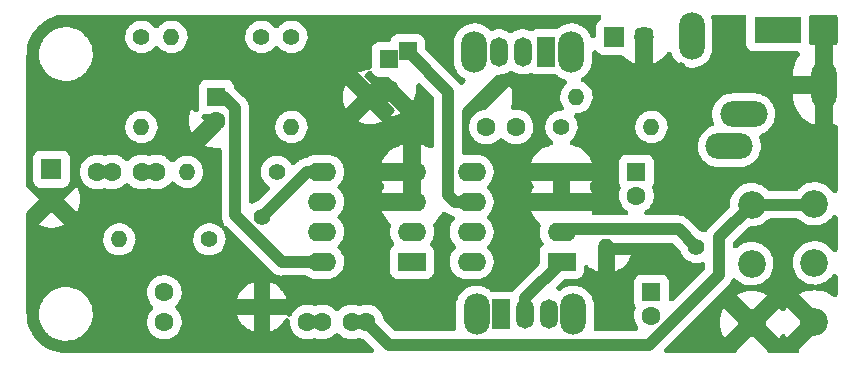
<source format=gbr>
%TF.GenerationSoftware,KiCad,Pcbnew,6.0.0~rc2+dfsg1-1*%
%TF.CreationDate,2022-01-05T20:23:20+00:00*%
%TF.ProjectId,LiRX_tht,4c695258-5f74-4687-942e-6b696361645f,rev?*%
%TF.SameCoordinates,Original*%
%TF.FileFunction,Copper,L2,Bot*%
%TF.FilePolarity,Positive*%
%FSLAX46Y46*%
G04 Gerber Fmt 4.6, Leading zero omitted, Abs format (unit mm)*
G04 Created by KiCad (PCBNEW 6.0.0~rc2+dfsg1-1) date 2022-01-05 20:23:20*
%MOMM*%
%LPD*%
G01*
G04 APERTURE LIST*
%TA.AperFunction,ComponentPad*%
%ADD10C,1.400000*%
%TD*%
%TA.AperFunction,ComponentPad*%
%ADD11O,1.400000X1.400000*%
%TD*%
%TA.AperFunction,ComponentPad*%
%ADD12O,2.400000X1.600000*%
%TD*%
%TA.AperFunction,ComponentPad*%
%ADD13R,2.400000X1.600000*%
%TD*%
%TA.AperFunction,ComponentPad*%
%ADD14R,1.600000X1.600000*%
%TD*%
%TA.AperFunction,ComponentPad*%
%ADD15C,1.600000*%
%TD*%
%TA.AperFunction,ComponentPad*%
%ADD16R,1.700000X1.700000*%
%TD*%
%TA.AperFunction,ComponentPad*%
%ADD17O,1.700000X1.700000*%
%TD*%
%TA.AperFunction,ComponentPad*%
%ADD18R,4.000000X2.200000*%
%TD*%
%TA.AperFunction,ComponentPad*%
%ADD19O,2.200000X4.000000*%
%TD*%
%TA.AperFunction,ComponentPad*%
%ADD20O,4.000000X2.200000*%
%TD*%
%TA.AperFunction,ComponentPad*%
%ADD21R,1.800000X1.800000*%
%TD*%
%TA.AperFunction,ComponentPad*%
%ADD22C,1.800000*%
%TD*%
%TA.AperFunction,ComponentPad*%
%ADD23C,2.340000*%
%TD*%
%TA.AperFunction,ComponentPad*%
%ADD24O,2.200000X3.500000*%
%TD*%
%TA.AperFunction,ComponentPad*%
%ADD25O,1.500000X2.500000*%
%TD*%
%TA.AperFunction,ComponentPad*%
%ADD26R,1.500000X2.500000*%
%TD*%
%TA.AperFunction,ViaPad*%
%ADD27C,0.800000*%
%TD*%
%TA.AperFunction,Conductor*%
%ADD28C,1.000000*%
%TD*%
G04 APERTURE END LIST*
D10*
%TO.P,R20,1*%
%TO.N,TP2*%
X72390000Y-82550000D03*
D11*
%TO.P,R20,2*%
%TO.N,TP4*%
X72390000Y-90170000D03*
%TD*%
D10*
%TO.P,R19,1*%
%TO.N,Net-(R18-Pad2)*%
X82590000Y-97790000D03*
D11*
%TO.P,R19,2*%
%TO.N,GND*%
X82590000Y-105410000D03*
%TD*%
D10*
%TO.P,R18,1*%
%TO.N,TP2*%
X85090000Y-82550000D03*
D11*
%TO.P,R18,2*%
%TO.N,Net-(R18-Pad2)*%
X85090000Y-90170000D03*
%TD*%
D10*
%TO.P,R17,1*%
%TO.N,TP6*%
X78145000Y-99695000D03*
D11*
%TO.P,R17,2*%
%TO.N,TP5*%
X70525000Y-99695000D03*
%TD*%
D10*
%TO.P,R15,1*%
%TO.N,GND*%
X101600000Y-87630000D03*
D11*
%TO.P,R15,2*%
%TO.N,Net-(C12-Pad2)*%
X109220000Y-87630000D03*
%TD*%
D10*
%TO.P,R14,1*%
%TO.N,Net-(C8-Pad1)*%
X82550000Y-82550000D03*
D11*
%TO.P,R14,2*%
%TO.N,TP2*%
X74930000Y-82550000D03*
%TD*%
D10*
%TO.P,R3,1*%
%TO.N,Net-(C12-Pad1)*%
X107950000Y-90170000D03*
D11*
%TO.P,R3,2*%
%TO.N,Net-(C11-Pad1)*%
X115570000Y-90170000D03*
%TD*%
D10*
%TO.P,R2,1*%
%TO.N,Net-(R2-Pad1)*%
X119380000Y-100330000D03*
D11*
%TO.P,R2,2*%
%TO.N,GND*%
X111760000Y-100330000D03*
%TD*%
D10*
%TO.P,R1,1*%
%TO.N,TP5*%
X83860000Y-93980000D03*
D11*
%TO.P,R1,2*%
%TO.N,Net-(C9-Pad1)*%
X76240000Y-93980000D03*
%TD*%
D12*
%TO.P,U2,8,GAIN*%
%TO.N,Net-(C13-Pad2)*%
X100345000Y-101590000D03*
%TO.P,U2,4,GND*%
%TO.N,GND*%
X107965000Y-93970000D03*
%TO.P,U2,7,BYPASS*%
%TO.N,unconnected-(U2-Pad7)*%
X100345000Y-99050000D03*
%TO.P,U2,3,+*%
%TO.N,GND*%
X107965000Y-96510000D03*
%TO.P,U2,6,V+*%
%TO.N,Net-(C8-Pad1)*%
X100345000Y-96510000D03*
%TO.P,U2,2,-*%
%TO.N,Net-(R2-Pad1)*%
X107965000Y-99050000D03*
%TO.P,U2,5*%
%TO.N,Net-(C12-Pad1)*%
X100345000Y-93970000D03*
D13*
%TO.P,U2,1,GAIN*%
%TO.N,Net-(SW1-Pad2)*%
X107965000Y-101590000D03*
%TD*%
D14*
%TO.P,C11,1*%
%TO.N,Net-(C11-Pad1)*%
X114300000Y-93980000D03*
D15*
%TO.P,C11,2*%
%TO.N,Net-(C11-Pad2)*%
X114300000Y-95980000D03*
%TD*%
D16*
%TO.P,BT1,1,+*%
%TO.N,VCC*%
X112395000Y-82550000D03*
D17*
%TO.P,BT1,2,-*%
%TO.N,GND*%
X114935000Y-82550000D03*
%TD*%
D15*
%TO.P,C12,2*%
%TO.N,Net-(C12-Pad2)*%
X104100000Y-90170000D03*
%TO.P,C12,1*%
%TO.N,Net-(C12-Pad1)*%
X101600000Y-90170000D03*
%TD*%
D18*
%TO.P,J4,T*%
%TO.N,Net-(C11-Pad2)*%
X126275000Y-82000000D03*
D19*
%TO.P,J4,TN*%
X118975000Y-82500000D03*
D20*
%TO.P,J4,RN*%
X123375000Y-89100000D03*
%TO.P,J4,R*%
X122175000Y-91800000D03*
D19*
%TO.P,J4,S*%
%TO.N,GND*%
X130175000Y-86600000D03*
%TD*%
D13*
%TO.P,U3,1*%
%TO.N,Net-(U3-Pad1)*%
X95305000Y-101590000D03*
D12*
%TO.P,U3,5,+*%
%TO.N,Net-(R18-Pad2)*%
X87685000Y-93970000D03*
%TO.P,U3,2,-*%
%TO.N,Net-(U3-Pad1)*%
X95305000Y-99050000D03*
%TO.P,U3,6,-*%
%TO.N,TP5*%
X87685000Y-96510000D03*
%TO.P,U3,3,+*%
%TO.N,GND*%
X95305000Y-96510000D03*
%TO.P,U3,7*%
%TO.N,TP6*%
X87685000Y-99050000D03*
%TO.P,U3,4,V-*%
%TO.N,GND*%
X95305000Y-93970000D03*
%TO.P,U3,8,V+*%
%TO.N,TP2*%
X87685000Y-101590000D03*
%TD*%
D15*
%TO.P,C13,2*%
%TO.N,Net-(C13-Pad2)*%
X115570000Y-106140000D03*
D14*
%TO.P,C13,1*%
%TO.N,Net-(C13-Pad1)*%
X115570000Y-104140000D03*
%TD*%
%TO.P,C14,1*%
%TO.N,TP2*%
X78740000Y-87630000D03*
D15*
%TO.P,C14,2*%
%TO.N,GND*%
X78740000Y-89630000D03*
%TD*%
D21*
%TO.P,Q3,1,C*%
%TO.N,TP4*%
X64770000Y-93750000D03*
D22*
%TO.P,Q3,2,E*%
%TO.N,GND*%
X64770000Y-96290000D03*
%TD*%
D15*
%TO.P,C3,1*%
%TO.N,TP6*%
X74335000Y-106680000D03*
%TO.P,C3,2*%
%TO.N,TP5*%
X74335000Y-104180000D03*
%TD*%
%TO.P,C9,2*%
%TO.N,TP4*%
X68660000Y-93980000D03*
%TO.P,C9,1*%
%TO.N,Net-(C9-Pad1)*%
X73660000Y-93980000D03*
%TO.P,C9,2*%
%TO.N,TP4*%
X69910000Y-93980000D03*
%TO.P,C9,1*%
%TO.N,Net-(C9-Pad1)*%
X72410000Y-93980000D03*
%TD*%
%TO.P,C10,1*%
%TO.N,Net-(C10-Pad1)*%
X90190000Y-106680000D03*
%TO.P,C10,2*%
%TO.N,TP6*%
X87690000Y-106680000D03*
%TO.P,C10,1*%
%TO.N,Net-(C10-Pad1)*%
X91440000Y-106680000D03*
%TO.P,C10,2*%
%TO.N,TP6*%
X86440000Y-106680000D03*
%TD*%
D23*
%TO.P,RV1,3,3*%
%TO.N,Net-(C10-Pad1)*%
X129370000Y-96680000D03*
%TO.P,RV1,2,2*%
%TO.N,Net-(R2-Pad1)*%
X129370000Y-101680000D03*
%TO.P,RV1,1,1*%
%TO.N,GND*%
X129370000Y-106680000D03*
%TD*%
%TO.P,RV3,3,3*%
%TO.N,Net-(C10-Pad1)*%
X124065000Y-96750000D03*
%TO.P,RV3,2,2*%
%TO.N,Net-(R2-Pad1)*%
X124065000Y-101750000D03*
%TO.P,RV3,1,1*%
%TO.N,GND*%
X124065000Y-106750000D03*
%TD*%
D24*
%TO.P,SW1,*%
%TO.N,*%
X108970000Y-106045000D03*
X100770000Y-106045000D03*
D25*
%TO.P,SW1,3,C*%
%TO.N,Net-(C13-Pad1)*%
X106870000Y-106045000D03*
%TO.P,SW1,2,B*%
%TO.N,Net-(SW1-Pad2)*%
X104870000Y-106045000D03*
D26*
%TO.P,SW1,1,A*%
%TO.N,unconnected-(SW1-Pad1)*%
X102870000Y-106045000D03*
%TD*%
%TO.P,SW2,1,A*%
%TO.N,unconnected-(SW2-Pad1)*%
X106680000Y-83820000D03*
D25*
%TO.P,SW2,2,B*%
%TO.N,VCC*%
X104680000Y-83820000D03*
%TO.P,SW2,3,C*%
%TO.N,Net-(C8-Pad1)*%
X102680000Y-83820000D03*
D24*
%TO.P,SW2,*%
%TO.N,*%
X108780000Y-83820000D03*
X100580000Y-83820000D03*
%TD*%
D14*
%TO.P,C8,1*%
%TO.N,Net-(C8-Pad1)*%
X93345000Y-84455000D03*
D15*
%TO.P,C8,2*%
%TO.N,GND*%
X93345000Y-86955000D03*
D14*
%TO.P,C8,1*%
%TO.N,Net-(C8-Pad1)*%
X94945000Y-83784063D03*
D15*
%TO.P,C8,2*%
%TO.N,GND*%
X91745000Y-87625937D03*
%TD*%
D27*
%TO.N,GND*%
X118110000Y-85090000D03*
X113030000Y-85090000D03*
X130810000Y-82550000D03*
X119380000Y-107950000D03*
X69850000Y-107950000D03*
X63500000Y-102870000D03*
X63500000Y-87630000D03*
X69850000Y-81280000D03*
%TD*%
D28*
%TO.N,Net-(C10-Pad1)*%
X124065000Y-96750000D02*
X129300000Y-96750000D01*
X129300000Y-96750000D02*
X129370000Y-96680000D01*
X91440000Y-106680000D02*
X93354520Y-108594520D01*
X93354520Y-108594520D02*
X115377531Y-108594520D01*
X115377531Y-108594520D02*
X121285000Y-102687051D01*
X121285000Y-102687051D02*
X121285000Y-99530000D01*
X121285000Y-99530000D02*
X124065000Y-96750000D01*
%TO.N,Net-(C8-Pad1)*%
X100345000Y-96510000D02*
X98945000Y-96510000D01*
X98945000Y-96510000D02*
X98345480Y-95910480D01*
X98345480Y-95910480D02*
X98345480Y-87184543D01*
X98345480Y-87184543D02*
X94945000Y-83784063D01*
%TO.N,TP2*%
X87685000Y-101590000D02*
X84269370Y-101590000D01*
X84269370Y-101590000D02*
X80339511Y-97660141D01*
X80339511Y-97660141D02*
X80339511Y-88594511D01*
X80339511Y-88594511D02*
X79375000Y-87630000D01*
X79375000Y-87630000D02*
X78740000Y-87630000D01*
%TO.N,Net-(R18-Pad2)*%
X82590000Y-97790000D02*
X86410000Y-93970000D01*
X86410000Y-93970000D02*
X87685000Y-93970000D01*
%TO.N,Net-(SW1-Pad2)*%
X104870000Y-106045000D02*
X104870000Y-104685000D01*
X104870000Y-104685000D02*
X107965000Y-101590000D01*
%TO.N,Net-(R2-Pad1)*%
X107965000Y-99050000D02*
X108184511Y-98830489D01*
X117880489Y-98830489D02*
X119380000Y-100330000D01*
X108184511Y-98830489D02*
X117880489Y-98830489D01*
%TO.N,Net-(C10-Pad1)*%
X90190000Y-106680000D02*
X91440000Y-106680000D01*
%TD*%
%TA.AperFunction,Conductor*%
%TO.N,GND*%
G36*
X111190622Y-80678954D02*
G01*
X111271404Y-80732930D01*
X111325380Y-80813712D01*
X111344334Y-80909000D01*
X111325380Y-81004288D01*
X111271404Y-81085070D01*
X111224323Y-81121986D01*
X111147289Y-81168639D01*
X111147286Y-81168641D01*
X111134455Y-81176412D01*
X111021412Y-81289455D01*
X110938597Y-81426199D01*
X110890790Y-81578749D01*
X110889581Y-81591903D01*
X110889581Y-81591905D01*
X110885991Y-81630981D01*
X110884500Y-81647205D01*
X110884500Y-82396788D01*
X110865546Y-82492076D01*
X110811570Y-82572858D01*
X110730788Y-82626834D01*
X110635500Y-82645788D01*
X110540212Y-82626834D01*
X110459430Y-82572858D01*
X110403430Y-82487035D01*
X110376808Y-82418577D01*
X110373457Y-82409960D01*
X110349766Y-82368508D01*
X110248197Y-82190799D01*
X110243614Y-82182780D01*
X110237900Y-82175531D01*
X110237896Y-82175526D01*
X110161494Y-82078612D01*
X110081617Y-81977288D01*
X109891026Y-81797998D01*
X109883438Y-81792734D01*
X109883433Y-81792730D01*
X109748769Y-81699311D01*
X109676027Y-81648848D01*
X109560558Y-81591905D01*
X109449630Y-81537201D01*
X109449628Y-81537200D01*
X109441344Y-81533115D01*
X109308513Y-81490596D01*
X109200931Y-81456158D01*
X109200928Y-81456157D01*
X109192133Y-81453342D01*
X109066002Y-81432800D01*
X108942983Y-81412765D01*
X108942977Y-81412764D01*
X108933868Y-81411281D01*
X108924638Y-81411160D01*
X108924636Y-81411160D01*
X108749966Y-81408874D01*
X108672223Y-81407856D01*
X108618587Y-81415156D01*
X108422091Y-81441897D01*
X108422087Y-81441898D01*
X108412945Y-81443142D01*
X108161731Y-81516364D01*
X108153346Y-81520229D01*
X108153342Y-81520231D01*
X107997870Y-81591905D01*
X107924099Y-81625914D01*
X107889119Y-81648848D01*
X107728213Y-81754343D01*
X107705270Y-81769385D01*
X107657451Y-81812065D01*
X107619128Y-81846269D01*
X107535416Y-81895579D01*
X107453324Y-81909500D01*
X106137608Y-81909501D01*
X105877206Y-81909501D01*
X105808749Y-81915790D01*
X105656199Y-81963597D01*
X105531945Y-82038848D01*
X105440620Y-82071997D01*
X105343561Y-82067674D01*
X105290111Y-82047823D01*
X105212583Y-82008406D01*
X105084557Y-81968653D01*
X104994047Y-81940549D01*
X104994045Y-81940549D01*
X104983979Y-81937423D01*
X104809237Y-81914262D01*
X104757134Y-81907356D01*
X104757133Y-81907356D01*
X104746684Y-81905971D01*
X104736158Y-81906366D01*
X104736153Y-81906366D01*
X104638762Y-81910023D01*
X104507482Y-81914952D01*
X104497172Y-81917115D01*
X104497166Y-81917116D01*
X104283529Y-81961941D01*
X104283526Y-81961942D01*
X104273212Y-81964106D01*
X104263408Y-81967978D01*
X104263404Y-81967979D01*
X104090521Y-82036254D01*
X104050574Y-82052030D01*
X104017670Y-82071997D01*
X103884674Y-82152702D01*
X103845934Y-82176210D01*
X103837972Y-82183119D01*
X103829449Y-82189334D01*
X103828430Y-82187936D01*
X103755676Y-82229431D01*
X103659286Y-82241603D01*
X103565576Y-82215963D01*
X103528256Y-82193003D01*
X103425959Y-82116892D01*
X103416563Y-82112115D01*
X103416560Y-82112113D01*
X103221985Y-82013186D01*
X103221983Y-82013185D01*
X103212583Y-82008406D01*
X103084557Y-81968653D01*
X102994047Y-81940549D01*
X102994045Y-81940549D01*
X102983979Y-81937423D01*
X102809237Y-81914262D01*
X102757134Y-81907356D01*
X102757133Y-81907356D01*
X102746684Y-81905971D01*
X102736158Y-81906366D01*
X102736153Y-81906366D01*
X102638762Y-81910023D01*
X102507482Y-81914952D01*
X102497172Y-81917115D01*
X102497166Y-81917116D01*
X102283529Y-81961941D01*
X102283526Y-81961942D01*
X102273212Y-81964106D01*
X102263399Y-81967981D01*
X102263400Y-81967981D01*
X102134508Y-82018882D01*
X102038919Y-82036254D01*
X101943958Y-82015722D01*
X101872438Y-81968653D01*
X101697756Y-81804329D01*
X101691026Y-81797998D01*
X101683438Y-81792734D01*
X101683433Y-81792730D01*
X101548769Y-81699311D01*
X101476027Y-81648848D01*
X101360558Y-81591905D01*
X101249630Y-81537201D01*
X101249628Y-81537200D01*
X101241344Y-81533115D01*
X101108513Y-81490596D01*
X101000931Y-81456158D01*
X101000928Y-81456157D01*
X100992133Y-81453342D01*
X100866002Y-81432800D01*
X100742983Y-81412765D01*
X100742977Y-81412764D01*
X100733868Y-81411281D01*
X100724638Y-81411160D01*
X100724636Y-81411160D01*
X100549966Y-81408874D01*
X100472223Y-81407856D01*
X100418587Y-81415156D01*
X100222091Y-81441897D01*
X100222087Y-81441898D01*
X100212945Y-81443142D01*
X99961731Y-81516364D01*
X99953346Y-81520229D01*
X99953342Y-81520231D01*
X99797870Y-81591905D01*
X99724099Y-81625914D01*
X99689119Y-81648848D01*
X99528213Y-81754343D01*
X99505270Y-81769385D01*
X99498381Y-81775534D01*
X99498378Y-81775536D01*
X99381431Y-81879915D01*
X99310051Y-81943624D01*
X99142730Y-82144806D01*
X99103123Y-82210076D01*
X99011773Y-82360615D01*
X99011770Y-82360621D01*
X99006984Y-82368508D01*
X99003415Y-82377019D01*
X99003413Y-82377023D01*
X98955168Y-82492076D01*
X98905794Y-82609819D01*
X98903520Y-82618773D01*
X98903519Y-82618776D01*
X98897748Y-82641500D01*
X98841384Y-82863435D01*
X98840458Y-82872626D01*
X98840458Y-82872629D01*
X98823236Y-83043667D01*
X98819500Y-83080765D01*
X98819500Y-84536435D01*
X98819843Y-84541044D01*
X98819843Y-84541057D01*
X98825656Y-84619270D01*
X98833955Y-84730948D01*
X98835994Y-84739961D01*
X98835995Y-84739965D01*
X98848327Y-84794464D01*
X98891704Y-84986164D01*
X98912137Y-85038706D01*
X98969853Y-85187121D01*
X98986543Y-85230040D01*
X98991129Y-85238064D01*
X98991130Y-85238066D01*
X99014746Y-85279385D01*
X99116386Y-85457220D01*
X99122100Y-85464469D01*
X99122104Y-85464474D01*
X99145253Y-85493838D01*
X99278383Y-85662712D01*
X99468974Y-85842002D01*
X99476562Y-85847266D01*
X99476567Y-85847270D01*
X99574921Y-85915500D01*
X99683973Y-85991152D01*
X99703979Y-86001018D01*
X99781056Y-86060162D01*
X99829633Y-86144301D01*
X99842314Y-86240625D01*
X99817168Y-86334469D01*
X99800882Y-86362676D01*
X99704356Y-86507136D01*
X99635657Y-86575835D01*
X99545897Y-86613014D01*
X99448742Y-86613013D01*
X99358983Y-86575833D01*
X99301775Y-86522950D01*
X99289842Y-86507812D01*
X99268295Y-86480479D01*
X99264338Y-86475322D01*
X99232203Y-86432289D01*
X99211594Y-86404690D01*
X99187595Y-86382505D01*
X99152091Y-86349686D01*
X99145042Y-86342910D01*
X96478429Y-83676297D01*
X96424453Y-83595515D01*
X96405499Y-83500227D01*
X96405499Y-82931269D01*
X96399210Y-82862812D01*
X96351403Y-82710262D01*
X96268588Y-82573518D01*
X96155545Y-82460475D01*
X96018801Y-82377660D01*
X95866251Y-82329853D01*
X95853097Y-82328644D01*
X95853095Y-82328644D01*
X95803468Y-82324084D01*
X95803462Y-82324084D01*
X95797795Y-82323563D01*
X94945225Y-82323563D01*
X94092206Y-82323564D01*
X94023749Y-82329853D01*
X93871199Y-82377660D01*
X93734455Y-82460475D01*
X93621412Y-82573518D01*
X93538597Y-82710262D01*
X93534110Y-82724580D01*
X93534109Y-82724582D01*
X93504219Y-82819961D01*
X93457637Y-82905221D01*
X93381974Y-82966165D01*
X93288747Y-82993514D01*
X93266613Y-82994500D01*
X92517525Y-82994501D01*
X92492206Y-82994501D01*
X92423749Y-83000790D01*
X92271199Y-83048597D01*
X92134455Y-83131412D01*
X92021412Y-83244455D01*
X91938597Y-83381199D01*
X91890790Y-83533749D01*
X91889581Y-83546903D01*
X91889581Y-83546905D01*
X91885115Y-83595515D01*
X91884500Y-83602205D01*
X91884501Y-84432295D01*
X91884501Y-85078645D01*
X91865547Y-85173933D01*
X91811571Y-85254714D01*
X91730789Y-85308691D01*
X91651786Y-85327112D01*
X91452277Y-85340188D01*
X91436150Y-85342312D01*
X91156431Y-85397951D01*
X91140730Y-85402158D01*
X90870648Y-85493838D01*
X90855637Y-85500056D01*
X90759856Y-85547290D01*
X90743309Y-85559987D01*
X90743328Y-85560057D01*
X90752297Y-85572574D01*
X91727659Y-86547936D01*
X91745001Y-86559523D01*
X91762340Y-86547938D01*
X91802466Y-86507812D01*
X91814055Y-86490468D01*
X91802471Y-86473131D01*
X91336110Y-86006770D01*
X91282134Y-85925988D01*
X91263180Y-85830700D01*
X91282134Y-85735412D01*
X91336110Y-85654630D01*
X91536936Y-85453804D01*
X91617718Y-85399828D01*
X91713006Y-85380874D01*
X91808294Y-85399828D01*
X91889076Y-85453804D01*
X91936679Y-85522679D01*
X91938597Y-85528801D01*
X91946368Y-85541632D01*
X91946370Y-85541637D01*
X91971116Y-85582497D01*
X92021412Y-85665545D01*
X92134455Y-85778588D01*
X92271199Y-85861403D01*
X92423749Y-85909210D01*
X92436903Y-85910419D01*
X92436905Y-85910419D01*
X92486532Y-85914979D01*
X92486538Y-85914979D01*
X92492205Y-85915500D01*
X93263022Y-85915500D01*
X93358307Y-85934453D01*
X93439089Y-85988429D01*
X95395459Y-87944799D01*
X95412800Y-87956386D01*
X95412861Y-87956345D01*
X95421830Y-87943828D01*
X95470881Y-87844363D01*
X95477099Y-87829352D01*
X95568779Y-87559270D01*
X95572986Y-87543569D01*
X95628625Y-87263850D01*
X95630749Y-87247723D01*
X95649402Y-86963132D01*
X95649402Y-86946868D01*
X95635352Y-86732502D01*
X95648034Y-86636178D01*
X95696611Y-86552040D01*
X95773689Y-86492896D01*
X95867534Y-86467750D01*
X95963858Y-86480432D01*
X96047996Y-86529009D01*
X96059889Y-86540147D01*
X97112050Y-87592308D01*
X97166026Y-87673090D01*
X97184980Y-87768378D01*
X97184980Y-91734955D01*
X97166026Y-91830243D01*
X97112050Y-91911025D01*
X97031268Y-91965001D01*
X96935980Y-91983955D01*
X96840692Y-91965001D01*
X96825850Y-91958276D01*
X96594377Y-91844126D01*
X96579341Y-91837898D01*
X96309272Y-91746222D01*
X96293573Y-91742015D01*
X96079051Y-91699344D01*
X96058197Y-91699344D01*
X96055000Y-91707063D01*
X96055000Y-97011000D01*
X96036046Y-97106288D01*
X95982070Y-97187070D01*
X95901288Y-97241046D01*
X95806000Y-97260000D01*
X92755217Y-97260000D01*
X92734759Y-97264069D01*
X92734744Y-97264144D01*
X92737252Y-97279330D01*
X92772898Y-97384341D01*
X92779125Y-97399375D01*
X92905265Y-97655161D01*
X92913395Y-97669242D01*
X93071836Y-97906368D01*
X93081750Y-97919289D01*
X93269790Y-98133706D01*
X93281301Y-98145217D01*
X93455563Y-98298041D01*
X93514707Y-98375119D01*
X93539853Y-98468964D01*
X93526103Y-98568368D01*
X93491527Y-98666006D01*
X93491525Y-98666013D01*
X93488115Y-98675643D01*
X93445999Y-98912084D01*
X93445874Y-98922305D01*
X93445874Y-98922306D01*
X93444874Y-99004189D01*
X93443065Y-99152228D01*
X93479392Y-99389628D01*
X93482567Y-99399342D01*
X93482568Y-99399346D01*
X93498916Y-99449361D01*
X93554005Y-99617906D01*
X93664900Y-99830933D01*
X93671037Y-99839106D01*
X93671039Y-99839110D01*
X93711952Y-99893601D01*
X93732789Y-99921352D01*
X93736334Y-99926074D01*
X93778390Y-100013655D01*
X93783729Y-100110663D01*
X93751538Y-100202330D01*
X93696342Y-100265269D01*
X93694455Y-100266412D01*
X93581412Y-100379455D01*
X93498597Y-100516199D01*
X93450790Y-100668749D01*
X93449581Y-100681903D01*
X93449581Y-100681905D01*
X93445117Y-100730495D01*
X93444500Y-100737205D01*
X93444501Y-102442794D01*
X93450790Y-102511251D01*
X93498597Y-102663801D01*
X93581412Y-102800545D01*
X93694455Y-102913588D01*
X93831199Y-102996403D01*
X93983749Y-103044210D01*
X93996903Y-103045419D01*
X93996905Y-103045419D01*
X94046532Y-103049979D01*
X94046538Y-103049979D01*
X94052205Y-103050500D01*
X95304670Y-103050500D01*
X96557794Y-103050499D01*
X96626251Y-103044210D01*
X96778801Y-102996403D01*
X96915545Y-102913588D01*
X97028588Y-102800545D01*
X97111403Y-102663801D01*
X97159210Y-102511251D01*
X97165500Y-102442795D01*
X97165499Y-100737206D01*
X97159210Y-100668749D01*
X97111403Y-100516199D01*
X97028588Y-100379455D01*
X96915545Y-100266412D01*
X96914185Y-100265588D01*
X96856279Y-100198149D01*
X96826014Y-100105828D01*
X96833382Y-100008953D01*
X96877800Y-99921587D01*
X96919319Y-99869015D01*
X96919321Y-99869012D01*
X96925650Y-99860998D01*
X97041717Y-99650744D01*
X97108512Y-99462123D01*
X97118475Y-99433987D01*
X97118475Y-99433985D01*
X97121885Y-99424357D01*
X97164001Y-99187916D01*
X97164248Y-99167748D01*
X97166810Y-98957998D01*
X97166935Y-98947772D01*
X97130608Y-98710372D01*
X97124032Y-98690252D01*
X97082228Y-98562352D01*
X97070640Y-98465891D01*
X97096848Y-98372338D01*
X97154728Y-98297787D01*
X97328698Y-98145218D01*
X97340210Y-98133706D01*
X97528257Y-97919281D01*
X97538155Y-97906380D01*
X97696607Y-97669241D01*
X97704735Y-97655161D01*
X97797793Y-97466459D01*
X97856937Y-97389381D01*
X97941076Y-97340803D01*
X98037399Y-97328122D01*
X98131244Y-97353268D01*
X98175266Y-97381044D01*
X98185842Y-97389381D01*
X98212027Y-97410024D01*
X98217066Y-97414104D01*
X98284869Y-97470495D01*
X98294836Y-97476076D01*
X98295759Y-97476711D01*
X98297145Y-97477732D01*
X98298856Y-97478876D01*
X98300307Y-97479752D01*
X98301274Y-97480380D01*
X98310238Y-97487447D01*
X98320339Y-97492762D01*
X98320346Y-97492766D01*
X98388299Y-97528518D01*
X98394017Y-97531622D01*
X98470960Y-97574712D01*
X98481771Y-97578381D01*
X98482799Y-97578839D01*
X98484326Y-97579580D01*
X98486247Y-97580405D01*
X98487850Y-97581008D01*
X98488879Y-97581434D01*
X98498993Y-97586756D01*
X98582638Y-97612728D01*
X98583224Y-97612910D01*
X98589416Y-97614921D01*
X98672926Y-97643269D01*
X98684220Y-97644907D01*
X98685329Y-97645173D01*
X98686994Y-97645631D01*
X98688968Y-97646077D01*
X98690645Y-97646377D01*
X98691782Y-97646619D01*
X98702685Y-97650004D01*
X98714022Y-97651346D01*
X98725187Y-97653719D01*
X98724604Y-97656462D01*
X98798297Y-97680403D01*
X98872177Y-97743498D01*
X98916287Y-97830062D01*
X98923913Y-97926917D01*
X98893894Y-98019318D01*
X98872053Y-98051977D01*
X98724350Y-98239002D01*
X98608283Y-98449256D01*
X98604875Y-98458879D01*
X98604874Y-98458882D01*
X98531525Y-98666013D01*
X98528115Y-98675643D01*
X98485999Y-98912084D01*
X98485874Y-98922305D01*
X98485874Y-98922306D01*
X98484874Y-99004189D01*
X98483065Y-99152228D01*
X98519392Y-99389628D01*
X98522567Y-99399342D01*
X98522568Y-99399346D01*
X98538916Y-99449361D01*
X98594005Y-99617906D01*
X98704900Y-99830933D01*
X98717557Y-99847791D01*
X98842964Y-100014818D01*
X98842968Y-100014822D01*
X98849098Y-100022987D01*
X98935787Y-100105828D01*
X98972028Y-100140461D01*
X99027824Y-100219997D01*
X99048935Y-100314830D01*
X99032148Y-100410524D01*
X98980018Y-100492509D01*
X98967589Y-100504638D01*
X98873197Y-100590528D01*
X98866861Y-100598551D01*
X98749064Y-100747709D01*
X98724350Y-100779002D01*
X98608283Y-100989256D01*
X98604875Y-100998879D01*
X98604874Y-100998882D01*
X98531525Y-101206013D01*
X98528115Y-101215643D01*
X98485999Y-101452084D01*
X98485874Y-101462305D01*
X98485874Y-101462306D01*
X98484729Y-101555991D01*
X98483065Y-101692228D01*
X98519392Y-101929628D01*
X98522567Y-101939342D01*
X98522568Y-101939346D01*
X98590828Y-102148186D01*
X98594005Y-102157906D01*
X98598725Y-102166973D01*
X98657192Y-102279286D01*
X98704900Y-102370933D01*
X98711038Y-102379108D01*
X98842964Y-102554818D01*
X98842968Y-102554822D01*
X98849098Y-102562987D01*
X99022728Y-102728911D01*
X99104529Y-102784712D01*
X99212680Y-102858488D01*
X99212684Y-102858490D01*
X99221126Y-102864249D01*
X99278304Y-102890790D01*
X99429702Y-102961067D01*
X99429705Y-102961068D01*
X99438964Y-102965366D01*
X99448799Y-102968093D01*
X99448803Y-102968095D01*
X99660543Y-103026816D01*
X99660547Y-103026817D01*
X99670392Y-103029547D01*
X99798716Y-103043261D01*
X99859863Y-103049796D01*
X99859866Y-103049796D01*
X99866452Y-103050500D01*
X100805876Y-103050500D01*
X100984355Y-103035826D01*
X100994261Y-103033338D01*
X100994266Y-103033337D01*
X101207366Y-102979810D01*
X101207369Y-102979809D01*
X101217282Y-102977319D01*
X101388254Y-102902979D01*
X101428155Y-102885630D01*
X101428159Y-102885628D01*
X101437526Y-102881555D01*
X101639171Y-102751104D01*
X101650965Y-102740373D01*
X101809242Y-102596352D01*
X101816803Y-102589472D01*
X101893763Y-102492023D01*
X101959319Y-102409015D01*
X101959321Y-102409012D01*
X101965650Y-102400998D01*
X102081717Y-102190744D01*
X102088868Y-102170552D01*
X102158475Y-101973987D01*
X102158475Y-101973985D01*
X102161885Y-101964357D01*
X102204001Y-101727916D01*
X102204519Y-101685560D01*
X102206810Y-101497998D01*
X102206935Y-101487772D01*
X102170608Y-101250372D01*
X102162546Y-101225704D01*
X102099172Y-101031814D01*
X102095995Y-101022094D01*
X101985100Y-100809067D01*
X101962527Y-100779002D01*
X101847036Y-100625182D01*
X101847032Y-100625178D01*
X101840902Y-100617013D01*
X101717972Y-100499539D01*
X101662176Y-100420003D01*
X101641065Y-100325170D01*
X101657852Y-100229476D01*
X101709982Y-100147491D01*
X101722411Y-100135362D01*
X101816803Y-100049472D01*
X101868910Y-99983493D01*
X101959319Y-99869015D01*
X101959321Y-99869012D01*
X101965650Y-99860998D01*
X102081717Y-99650744D01*
X102148512Y-99462123D01*
X102158475Y-99433987D01*
X102158475Y-99433985D01*
X102161885Y-99424357D01*
X102204001Y-99187916D01*
X102204248Y-99167748D01*
X102206810Y-98957998D01*
X102206935Y-98947772D01*
X102170608Y-98710372D01*
X102163950Y-98690000D01*
X102099172Y-98491814D01*
X102095995Y-98482094D01*
X101998549Y-98294903D01*
X101989819Y-98278132D01*
X101985100Y-98269067D01*
X101907008Y-98165058D01*
X101847036Y-98085182D01*
X101847032Y-98085178D01*
X101840902Y-98077013D01*
X101717972Y-97959539D01*
X101662176Y-97880003D01*
X101641065Y-97785170D01*
X101657852Y-97689476D01*
X101709982Y-97607491D01*
X101722411Y-97595362D01*
X101816803Y-97509472D01*
X101915625Y-97384341D01*
X101959319Y-97329015D01*
X101959321Y-97329012D01*
X101965650Y-97320998D01*
X102081717Y-97110744D01*
X102088307Y-97092136D01*
X102158475Y-96893987D01*
X102158475Y-96893985D01*
X102161885Y-96884357D01*
X102204001Y-96647916D01*
X102206935Y-96407772D01*
X102170608Y-96170372D01*
X102166899Y-96159022D01*
X102099172Y-95951814D01*
X102095995Y-95942094D01*
X101999085Y-95755931D01*
X101989819Y-95738132D01*
X101985100Y-95729067D01*
X101928383Y-95653527D01*
X101847036Y-95545182D01*
X101847032Y-95545178D01*
X101840902Y-95537013D01*
X101717972Y-95419539D01*
X101662176Y-95340003D01*
X101641065Y-95245170D01*
X101657852Y-95149476D01*
X101709982Y-95067491D01*
X101722411Y-95055362D01*
X101816803Y-94969472D01*
X101910184Y-94851231D01*
X101959319Y-94789015D01*
X101959321Y-94789012D01*
X101965650Y-94780998D01*
X101997035Y-94724144D01*
X105394744Y-94724144D01*
X105397252Y-94739330D01*
X105432898Y-94844341D01*
X105439125Y-94859375D01*
X105565262Y-95115155D01*
X105565463Y-95115503D01*
X105565528Y-95115693D01*
X105568868Y-95122467D01*
X105567976Y-95122907D01*
X105596691Y-95207502D01*
X105590336Y-95304449D01*
X105568435Y-95357318D01*
X105568868Y-95357532D01*
X105565609Y-95364140D01*
X105565456Y-95364510D01*
X105565256Y-95364856D01*
X105439125Y-95620625D01*
X105432898Y-95635659D01*
X105398573Y-95736778D01*
X105395851Y-95757455D01*
X105395916Y-95757493D01*
X105411104Y-95760000D01*
X107190473Y-95760000D01*
X107210931Y-95755931D01*
X107215000Y-95735473D01*
X108715000Y-95735473D01*
X108719069Y-95755931D01*
X108739527Y-95760000D01*
X110514783Y-95760000D01*
X110535241Y-95755931D01*
X110535256Y-95755856D01*
X110532748Y-95740670D01*
X110497102Y-95635659D01*
X110490875Y-95620625D01*
X110364738Y-95364845D01*
X110364537Y-95364497D01*
X110364472Y-95364307D01*
X110361132Y-95357533D01*
X110362024Y-95357093D01*
X110333309Y-95272498D01*
X110339664Y-95175551D01*
X110361565Y-95122682D01*
X110361132Y-95122468D01*
X110364391Y-95115860D01*
X110364544Y-95115490D01*
X110364744Y-95115144D01*
X110490875Y-94859375D01*
X110497102Y-94844341D01*
X110531427Y-94743222D01*
X110534149Y-94722545D01*
X110534084Y-94722507D01*
X110518896Y-94720000D01*
X108739527Y-94720000D01*
X108719069Y-94724069D01*
X108715000Y-94744527D01*
X108715000Y-95735473D01*
X107215000Y-95735473D01*
X107215000Y-94744527D01*
X107210931Y-94724069D01*
X107190473Y-94720000D01*
X105415217Y-94720000D01*
X105394759Y-94724069D01*
X105394744Y-94724144D01*
X101997035Y-94724144D01*
X102081717Y-94570744D01*
X102087285Y-94555022D01*
X102158475Y-94353987D01*
X102158475Y-94353985D01*
X102161885Y-94344357D01*
X102204001Y-94107916D01*
X102206935Y-93867772D01*
X102170608Y-93630372D01*
X102147566Y-93559873D01*
X102099172Y-93411814D01*
X102095995Y-93402094D01*
X101999085Y-93215931D01*
X101989819Y-93198132D01*
X101985100Y-93189067D01*
X101938653Y-93127205D01*
X101847036Y-93005182D01*
X101847032Y-93005178D01*
X101840902Y-92997013D01*
X101667272Y-92831089D01*
X101533594Y-92739900D01*
X101477320Y-92701512D01*
X101477316Y-92701510D01*
X101468874Y-92695751D01*
X101318238Y-92625828D01*
X101260298Y-92598933D01*
X101260295Y-92598932D01*
X101251036Y-92594634D01*
X101241201Y-92591907D01*
X101241197Y-92591905D01*
X101029457Y-92533184D01*
X101029453Y-92533183D01*
X101019608Y-92530453D01*
X100889947Y-92516596D01*
X100830137Y-92510204D01*
X100830134Y-92510204D01*
X100823548Y-92509500D01*
X99884124Y-92509500D01*
X99839488Y-92513170D01*
X99775382Y-92518440D01*
X99678862Y-92507357D01*
X99593929Y-92460181D01*
X99533515Y-92384094D01*
X99506817Y-92290679D01*
X99505980Y-92270277D01*
X99505980Y-90134195D01*
X100134932Y-90134195D01*
X100148757Y-90373959D01*
X100151004Y-90383928D01*
X100151004Y-90383931D01*
X100196928Y-90587709D01*
X100201556Y-90608246D01*
X100291911Y-90830763D01*
X100297254Y-90839482D01*
X100381080Y-90976273D01*
X100417396Y-91035536D01*
X100424085Y-91043258D01*
X100536768Y-91173342D01*
X100574640Y-91217063D01*
X100582501Y-91223589D01*
X100731289Y-91347115D01*
X100759421Y-91370471D01*
X100768242Y-91375626D01*
X100768244Y-91375627D01*
X100803093Y-91395991D01*
X100966776Y-91491640D01*
X100976316Y-91495283D01*
X101181588Y-91573669D01*
X101181592Y-91573670D01*
X101191137Y-91577315D01*
X101305310Y-91600544D01*
X101416465Y-91623159D01*
X101416467Y-91623159D01*
X101426478Y-91625196D01*
X101526360Y-91628858D01*
X101656267Y-91633622D01*
X101656273Y-91633622D01*
X101666480Y-91633996D01*
X101676611Y-91632698D01*
X101676616Y-91632698D01*
X101803951Y-91616386D01*
X101904696Y-91603480D01*
X101914478Y-91600545D01*
X101914484Y-91600544D01*
X102124940Y-91537404D01*
X102124942Y-91537403D01*
X102134729Y-91534467D01*
X102143904Y-91529972D01*
X102143907Y-91529971D01*
X102325430Y-91441043D01*
X102350401Y-91428810D01*
X102545921Y-91289347D01*
X102674154Y-91161561D01*
X102755030Y-91107726D01*
X102850351Y-91088938D01*
X102945606Y-91108059D01*
X103026293Y-91162176D01*
X103038123Y-91174907D01*
X103074640Y-91217063D01*
X103082501Y-91223589D01*
X103231289Y-91347115D01*
X103259421Y-91370471D01*
X103268242Y-91375626D01*
X103268244Y-91375627D01*
X103303093Y-91395991D01*
X103466776Y-91491640D01*
X103476316Y-91495283D01*
X103681588Y-91573669D01*
X103681592Y-91573670D01*
X103691137Y-91577315D01*
X103805310Y-91600544D01*
X103916465Y-91623159D01*
X103916467Y-91623159D01*
X103926478Y-91625196D01*
X104026360Y-91628858D01*
X104156267Y-91633622D01*
X104156273Y-91633622D01*
X104166480Y-91633996D01*
X104176611Y-91632698D01*
X104176616Y-91632698D01*
X104303951Y-91616386D01*
X104404696Y-91603480D01*
X104414478Y-91600545D01*
X104414484Y-91600544D01*
X104624940Y-91537404D01*
X104624942Y-91537403D01*
X104634729Y-91534467D01*
X104643904Y-91529972D01*
X104643907Y-91529971D01*
X104825430Y-91441043D01*
X104850401Y-91428810D01*
X105045921Y-91289347D01*
X105216038Y-91119823D01*
X105356183Y-90924791D01*
X105462592Y-90709488D01*
X105506912Y-90563614D01*
X105529436Y-90489481D01*
X105529437Y-90489477D01*
X105532408Y-90479698D01*
X105551275Y-90336386D01*
X105562891Y-90248155D01*
X105562891Y-90248150D01*
X105563755Y-90241590D01*
X105565505Y-90170000D01*
X105563401Y-90144402D01*
X105550520Y-89987735D01*
X105545826Y-89930645D01*
X105540531Y-89909562D01*
X105489810Y-89707634D01*
X105489809Y-89707631D01*
X105487319Y-89697718D01*
X105416247Y-89534262D01*
X105395630Y-89486845D01*
X105395628Y-89486841D01*
X105391555Y-89477474D01*
X105261104Y-89275829D01*
X105235535Y-89247728D01*
X105106352Y-89105758D01*
X105099472Y-89098197D01*
X105017309Y-89033309D01*
X104919015Y-88955681D01*
X104919012Y-88955679D01*
X104910998Y-88949350D01*
X104700744Y-88833283D01*
X104691121Y-88829875D01*
X104691118Y-88829874D01*
X104483987Y-88756525D01*
X104483985Y-88756525D01*
X104474357Y-88753115D01*
X104237916Y-88710999D01*
X104227695Y-88710874D01*
X104227694Y-88710874D01*
X104086832Y-88709153D01*
X103997772Y-88708065D01*
X103979415Y-88710874D01*
X103938431Y-88717145D01*
X103841372Y-88712822D01*
X103753356Y-88671685D01*
X103687782Y-88599998D01*
X103654633Y-88508673D01*
X103658956Y-88411614D01*
X103664982Y-88390972D01*
X103726980Y-88208332D01*
X103731184Y-88192641D01*
X103784268Y-87925765D01*
X103786391Y-87909642D01*
X103804187Y-87638132D01*
X103804187Y-87621868D01*
X103786391Y-87350358D01*
X103784268Y-87334235D01*
X103731184Y-87067359D01*
X103726980Y-87051668D01*
X103639515Y-86794004D01*
X103633293Y-86778984D01*
X103580619Y-86672170D01*
X103567924Y-86655626D01*
X103567853Y-86655645D01*
X103555336Y-86664614D01*
X101600000Y-88619949D01*
X101572152Y-88647797D01*
X101491370Y-88701773D01*
X101433746Y-88717862D01*
X101335179Y-88732945D01*
X101260372Y-88744392D01*
X101250658Y-88747567D01*
X101250654Y-88747568D01*
X101100379Y-88796686D01*
X101032094Y-88819005D01*
X101023027Y-88823725D01*
X100828851Y-88924807D01*
X100819067Y-88929900D01*
X100810892Y-88936038D01*
X100635182Y-89067964D01*
X100635178Y-89067968D01*
X100627013Y-89074098D01*
X100461089Y-89247728D01*
X100325751Y-89446126D01*
X100295112Y-89512133D01*
X100240400Y-89630000D01*
X100224634Y-89663964D01*
X100221907Y-89673799D01*
X100221905Y-89673803D01*
X100180237Y-89824052D01*
X100160453Y-89895392D01*
X100153846Y-89957214D01*
X100136314Y-90121267D01*
X100134932Y-90134195D01*
X99505980Y-90134195D01*
X99505980Y-88822666D01*
X99524934Y-88727378D01*
X99578910Y-88646596D01*
X99609944Y-88620267D01*
X99644660Y-88595390D01*
X101600000Y-86640051D01*
X102433866Y-85806184D01*
X102514648Y-85752208D01*
X102608949Y-85733450D01*
X102613316Y-85734029D01*
X102852518Y-85725048D01*
X102862828Y-85722885D01*
X102862834Y-85722884D01*
X103076471Y-85678059D01*
X103076474Y-85678058D01*
X103086788Y-85675894D01*
X103096592Y-85672022D01*
X103096596Y-85672021D01*
X103299614Y-85591845D01*
X103299615Y-85591845D01*
X103309426Y-85587970D01*
X103436641Y-85510773D01*
X103505052Y-85469260D01*
X103505053Y-85469259D01*
X103514066Y-85463790D01*
X103522028Y-85456881D01*
X103530551Y-85450666D01*
X103531570Y-85452064D01*
X103604324Y-85410569D01*
X103700714Y-85398397D01*
X103794424Y-85424037D01*
X103831744Y-85446997D01*
X103934041Y-85523108D01*
X103943437Y-85527885D01*
X103943440Y-85527887D01*
X104138015Y-85626814D01*
X104147417Y-85631594D01*
X104157491Y-85634722D01*
X104365953Y-85699451D01*
X104365955Y-85699451D01*
X104376021Y-85702577D01*
X104509426Y-85720259D01*
X104602866Y-85732644D01*
X104602867Y-85732644D01*
X104613316Y-85734029D01*
X104623842Y-85733634D01*
X104623847Y-85733634D01*
X104723415Y-85729895D01*
X104852518Y-85725048D01*
X104862828Y-85722885D01*
X104862834Y-85722884D01*
X105076471Y-85678059D01*
X105076474Y-85678058D01*
X105086788Y-85675894D01*
X105096592Y-85672022D01*
X105096596Y-85672021D01*
X105309426Y-85587970D01*
X105310132Y-85589757D01*
X105390035Y-85568131D01*
X105486391Y-85580569D01*
X105535936Y-85603570D01*
X105615114Y-85651521D01*
X105656199Y-85676403D01*
X105808749Y-85724210D01*
X105821903Y-85725419D01*
X105821905Y-85725419D01*
X105871532Y-85729979D01*
X105871538Y-85729979D01*
X105877205Y-85730500D01*
X106126221Y-85730500D01*
X107451731Y-85730499D01*
X107547019Y-85749453D01*
X107622342Y-85798135D01*
X107668974Y-85842002D01*
X107676562Y-85847266D01*
X107676567Y-85847270D01*
X107774921Y-85915500D01*
X107883973Y-85991152D01*
X107989378Y-86043132D01*
X108086897Y-86091223D01*
X108118656Y-86106885D01*
X108127453Y-86109701D01*
X108127463Y-86109705D01*
X108265368Y-86153849D01*
X108350342Y-86200950D01*
X108410822Y-86276985D01*
X108437602Y-86370376D01*
X108426603Y-86466906D01*
X108379502Y-86551880D01*
X108338964Y-86590114D01*
X108313632Y-86609134D01*
X108306569Y-86616525D01*
X108191848Y-86736574D01*
X108159069Y-86770875D01*
X108153316Y-86779308D01*
X108153314Y-86779311D01*
X108083464Y-86881708D01*
X108032998Y-86955689D01*
X108028702Y-86964943D01*
X108028699Y-86964949D01*
X107981162Y-87067359D01*
X107938804Y-87158612D01*
X107936074Y-87168457D01*
X107882571Y-87361384D01*
X107879018Y-87374194D01*
X107877932Y-87384355D01*
X107877931Y-87384361D01*
X107856331Y-87586479D01*
X107856331Y-87586485D01*
X107855245Y-87596646D01*
X107868123Y-87819994D01*
X107917306Y-88038239D01*
X107921150Y-88047705D01*
X107921151Y-88047709D01*
X107967572Y-88162029D01*
X108001475Y-88245521D01*
X108114292Y-88429621D01*
X108147917Y-88520769D01*
X108144103Y-88617849D01*
X108103428Y-88706080D01*
X108032085Y-88772029D01*
X107940935Y-88805655D01*
X107898941Y-88808702D01*
X107854771Y-88808162D01*
X107844670Y-88809708D01*
X107844665Y-88809708D01*
X107696669Y-88832355D01*
X107633626Y-88842002D01*
X107623910Y-88845178D01*
X107623909Y-88845178D01*
X107526701Y-88876951D01*
X107420978Y-88911507D01*
X107222537Y-89014808D01*
X107043632Y-89149134D01*
X107036569Y-89156525D01*
X106922560Y-89275829D01*
X106889069Y-89310875D01*
X106762998Y-89495689D01*
X106758702Y-89504943D01*
X106758699Y-89504949D01*
X106696878Y-89638132D01*
X106668804Y-89698612D01*
X106663353Y-89718269D01*
X106616964Y-89885543D01*
X106609018Y-89914194D01*
X106607932Y-89924355D01*
X106607931Y-89924361D01*
X106586331Y-90126479D01*
X106586331Y-90126485D01*
X106585245Y-90136646D01*
X106598123Y-90359994D01*
X106620320Y-90458493D01*
X106642722Y-90557896D01*
X106647306Y-90578239D01*
X106651150Y-90587705D01*
X106651151Y-90587709D01*
X106681628Y-90662764D01*
X106731475Y-90785521D01*
X106736815Y-90794235D01*
X106736816Y-90794237D01*
X106813074Y-90918678D01*
X106848368Y-90976273D01*
X106994845Y-91145372D01*
X107002707Y-91151899D01*
X107002711Y-91151903D01*
X107166975Y-91288276D01*
X107165286Y-91290310D01*
X107220162Y-91347628D01*
X107255379Y-91438175D01*
X107253264Y-91535307D01*
X107214140Y-91624236D01*
X107143962Y-91691424D01*
X107058743Y-91725641D01*
X106976428Y-91742015D01*
X106960730Y-91746221D01*
X106690659Y-91837898D01*
X106675624Y-91844126D01*
X106419839Y-91970265D01*
X106405758Y-91978395D01*
X106168632Y-92136836D01*
X106155711Y-92146750D01*
X105941294Y-92334790D01*
X105929790Y-92346294D01*
X105741743Y-92560719D01*
X105731845Y-92573620D01*
X105573393Y-92810759D01*
X105565265Y-92824839D01*
X105439125Y-93080625D01*
X105432898Y-93095659D01*
X105398573Y-93196778D01*
X105395851Y-93217455D01*
X105395916Y-93217493D01*
X105411104Y-93220000D01*
X110514783Y-93220000D01*
X110535241Y-93215931D01*
X110535256Y-93215856D01*
X110532748Y-93200670D01*
X110497102Y-93095659D01*
X110490875Y-93080625D01*
X110364735Y-92824839D01*
X110356605Y-92810758D01*
X110198164Y-92573632D01*
X110188250Y-92560711D01*
X110000210Y-92346294D01*
X109988706Y-92334790D01*
X109774289Y-92146750D01*
X109761368Y-92136836D01*
X109524242Y-91978395D01*
X109510161Y-91970265D01*
X109383448Y-91907777D01*
X119512856Y-91907777D01*
X119516728Y-91936229D01*
X119546601Y-92155729D01*
X119548142Y-92167055D01*
X119621364Y-92418269D01*
X119625229Y-92426654D01*
X119625231Y-92426658D01*
X119701411Y-92591905D01*
X119730914Y-92655901D01*
X119798408Y-92758846D01*
X119863420Y-92858005D01*
X119874385Y-92874730D01*
X119880534Y-92881619D01*
X119880536Y-92881622D01*
X120027379Y-93046146D01*
X120048624Y-93069949D01*
X120249806Y-93237270D01*
X120343380Y-93294052D01*
X120465615Y-93368227D01*
X120465621Y-93368230D01*
X120473508Y-93373016D01*
X120482019Y-93376585D01*
X120482023Y-93376587D01*
X120634155Y-93440381D01*
X120714819Y-93474206D01*
X120723773Y-93476480D01*
X120723776Y-93476481D01*
X120778327Y-93490335D01*
X120968435Y-93538616D01*
X120977626Y-93539542D01*
X120977629Y-93539542D01*
X121179536Y-93559873D01*
X121179541Y-93559873D01*
X121185765Y-93560500D01*
X123141435Y-93560500D01*
X123146044Y-93560157D01*
X123146057Y-93560157D01*
X123283239Y-93549962D01*
X123335948Y-93546045D01*
X123344961Y-93544006D01*
X123344965Y-93544005D01*
X123582153Y-93490335D01*
X123591164Y-93488296D01*
X123741003Y-93430026D01*
X123826426Y-93396807D01*
X123826428Y-93396806D01*
X123835040Y-93393457D01*
X123862127Y-93377976D01*
X124054201Y-93268197D01*
X124062220Y-93263614D01*
X124069469Y-93257900D01*
X124069474Y-93257896D01*
X124167152Y-93180892D01*
X124267712Y-93101617D01*
X124447002Y-92911026D01*
X124452266Y-92903438D01*
X124452270Y-92903433D01*
X124536310Y-92782289D01*
X124596152Y-92696027D01*
X124680104Y-92525790D01*
X124707799Y-92469630D01*
X124707800Y-92469628D01*
X124711885Y-92461344D01*
X124779098Y-92251370D01*
X124788842Y-92220931D01*
X124788843Y-92220928D01*
X124791658Y-92212133D01*
X124816127Y-92061885D01*
X124832235Y-91962983D01*
X124832236Y-91962977D01*
X124833719Y-91953868D01*
X124837144Y-91692223D01*
X124815789Y-91535307D01*
X124803103Y-91442091D01*
X124803102Y-91442087D01*
X124801858Y-91432945D01*
X124728636Y-91181731D01*
X124719338Y-91161561D01*
X124695156Y-91109107D01*
X124672476Y-91014636D01*
X124687674Y-90918678D01*
X124738438Y-90835839D01*
X124817038Y-90778733D01*
X124831036Y-90772791D01*
X125026426Y-90696807D01*
X125026428Y-90696806D01*
X125035040Y-90693457D01*
X125262220Y-90563614D01*
X125269469Y-90557900D01*
X125269474Y-90557896D01*
X125368667Y-90479698D01*
X125467712Y-90401617D01*
X125647002Y-90211026D01*
X125652266Y-90203438D01*
X125652270Y-90203433D01*
X125790882Y-90003623D01*
X125796152Y-89996027D01*
X125911885Y-89761344D01*
X125959479Y-89612659D01*
X125988842Y-89520931D01*
X125988843Y-89520928D01*
X125991658Y-89512133D01*
X126021402Y-89329498D01*
X126032235Y-89262983D01*
X126032236Y-89262977D01*
X126033719Y-89253868D01*
X126033846Y-89244211D01*
X126037023Y-89001462D01*
X126037144Y-88992223D01*
X126017422Y-88847308D01*
X126003103Y-88742091D01*
X126003102Y-88742087D01*
X126001858Y-88732945D01*
X125928636Y-88481731D01*
X125904959Y-88430370D01*
X125822954Y-88252489D01*
X125822953Y-88252487D01*
X125819086Y-88244099D01*
X125706992Y-88073128D01*
X125680682Y-88032998D01*
X125680680Y-88032995D01*
X125675615Y-88025270D01*
X125640168Y-87985554D01*
X125507530Y-87836946D01*
X125501376Y-87830051D01*
X125300194Y-87662730D01*
X125191291Y-87596646D01*
X125158894Y-87576987D01*
X127575000Y-87576987D01*
X127575231Y-87584567D01*
X127589012Y-87809875D01*
X127590862Y-87824943D01*
X127646052Y-88122718D01*
X127649721Y-88137435D01*
X127740794Y-88426284D01*
X127746230Y-88440443D01*
X127871821Y-88716027D01*
X127878944Y-88729425D01*
X128037184Y-88987650D01*
X128045895Y-89000089D01*
X128234416Y-89237092D01*
X128244579Y-89248379D01*
X128460576Y-89460639D01*
X128472039Y-89470604D01*
X128712302Y-89654964D01*
X128724891Y-89663456D01*
X128985825Y-89817156D01*
X128999358Y-89824052D01*
X129277086Y-89944813D01*
X129291349Y-89950004D01*
X129401487Y-89982628D01*
X129422254Y-89984536D01*
X129423463Y-89982239D01*
X129425000Y-89971636D01*
X129425000Y-87374527D01*
X129420931Y-87354069D01*
X129400473Y-87350000D01*
X127599527Y-87350000D01*
X127579069Y-87354069D01*
X127575000Y-87374527D01*
X127575000Y-87576987D01*
X125158894Y-87576987D01*
X125084385Y-87531773D01*
X125084379Y-87531770D01*
X125076492Y-87526984D01*
X125067981Y-87523415D01*
X125067977Y-87523413D01*
X124843706Y-87429369D01*
X124835181Y-87425794D01*
X124826227Y-87423520D01*
X124826224Y-87423519D01*
X124722288Y-87397123D01*
X124581565Y-87361384D01*
X124572374Y-87360458D01*
X124572371Y-87360458D01*
X124370464Y-87340127D01*
X124370459Y-87340127D01*
X124364235Y-87339500D01*
X122408565Y-87339500D01*
X122403956Y-87339843D01*
X122403943Y-87339843D01*
X122271303Y-87349700D01*
X122214052Y-87353955D01*
X122205039Y-87355994D01*
X122205035Y-87355995D01*
X122023275Y-87397123D01*
X121958836Y-87411704D01*
X121714960Y-87506543D01*
X121487780Y-87636386D01*
X121480531Y-87642100D01*
X121480526Y-87642104D01*
X121411287Y-87696688D01*
X121282288Y-87798383D01*
X121102998Y-87988974D01*
X121097734Y-87996562D01*
X121097730Y-87996567D01*
X121046478Y-88070447D01*
X120953848Y-88203973D01*
X120949759Y-88212265D01*
X120842572Y-88429619D01*
X120838115Y-88438656D01*
X120758342Y-88687867D01*
X120740620Y-88796686D01*
X120717925Y-88936038D01*
X120716281Y-88946132D01*
X120716160Y-88955362D01*
X120716160Y-88955364D01*
X120714458Y-89085419D01*
X120712856Y-89207777D01*
X120731617Y-89345628D01*
X120745294Y-89446126D01*
X120748142Y-89467055D01*
X120821364Y-89718269D01*
X120825229Y-89726654D01*
X120825231Y-89726658D01*
X120854844Y-89790893D01*
X120877524Y-89885364D01*
X120862326Y-89981322D01*
X120811562Y-90064161D01*
X120732962Y-90121267D01*
X120718964Y-90127209D01*
X120537324Y-90197846D01*
X120514960Y-90206543D01*
X120506936Y-90211129D01*
X120506934Y-90211130D01*
X120401155Y-90271587D01*
X120287780Y-90336386D01*
X120280531Y-90342100D01*
X120280526Y-90342104D01*
X120213572Y-90394887D01*
X120082288Y-90498383D01*
X119902998Y-90688974D01*
X119897734Y-90696562D01*
X119897730Y-90696567D01*
X119822929Y-90804393D01*
X119753848Y-90903973D01*
X119749759Y-90912265D01*
X119651494Y-91111527D01*
X119638115Y-91138656D01*
X119613017Y-91217063D01*
X119571223Y-91347628D01*
X119558342Y-91387867D01*
X119542281Y-91486487D01*
X119518469Y-91632698D01*
X119516281Y-91646132D01*
X119512856Y-91907777D01*
X109383448Y-91907777D01*
X109254376Y-91844126D01*
X109239341Y-91837898D01*
X108969270Y-91746221D01*
X108953569Y-91742014D01*
X108842621Y-91719945D01*
X108752861Y-91682766D01*
X108684163Y-91614066D01*
X108646983Y-91524307D01*
X108646984Y-91427152D01*
X108684163Y-91337392D01*
X108746605Y-91273015D01*
X108822833Y-91218643D01*
X108822840Y-91218637D01*
X108831155Y-91212706D01*
X108989624Y-91054789D01*
X109120173Y-90873111D01*
X109205877Y-90699702D01*
X109214765Y-90681718D01*
X109214765Y-90681717D01*
X109219296Y-90672550D01*
X109284332Y-90458493D01*
X109313533Y-90236688D01*
X109315163Y-90170000D01*
X109313059Y-90144402D01*
X109312421Y-90136646D01*
X114205245Y-90136646D01*
X114218123Y-90359994D01*
X114240320Y-90458493D01*
X114262722Y-90557896D01*
X114267306Y-90578239D01*
X114271150Y-90587705D01*
X114271151Y-90587709D01*
X114301628Y-90662764D01*
X114351475Y-90785521D01*
X114356815Y-90794235D01*
X114356816Y-90794237D01*
X114433074Y-90918678D01*
X114468368Y-90976273D01*
X114614845Y-91145372D01*
X114622707Y-91151899D01*
X114622711Y-91151903D01*
X114764015Y-91269215D01*
X114786975Y-91288276D01*
X114980133Y-91401148D01*
X114989676Y-91404792D01*
X114989682Y-91404795D01*
X115179583Y-91477311D01*
X115179587Y-91477312D01*
X115189132Y-91480957D01*
X115308932Y-91505331D01*
X115398346Y-91523523D01*
X115398348Y-91523523D01*
X115408359Y-91525560D01*
X115506397Y-91529155D01*
X115621716Y-91533384D01*
X115621722Y-91533384D01*
X115631928Y-91533758D01*
X115642058Y-91532460D01*
X115642064Y-91532460D01*
X115742881Y-91519544D01*
X115853833Y-91505331D01*
X115863617Y-91502396D01*
X115863620Y-91502395D01*
X116058327Y-91443980D01*
X116058329Y-91443979D01*
X116068116Y-91441043D01*
X116077291Y-91436548D01*
X116077294Y-91436547D01*
X116165198Y-91393483D01*
X116269022Y-91342620D01*
X116451155Y-91212706D01*
X116609624Y-91054789D01*
X116740173Y-90873111D01*
X116825877Y-90699702D01*
X116834765Y-90681718D01*
X116834765Y-90681717D01*
X116839296Y-90672550D01*
X116904332Y-90458493D01*
X116933533Y-90236688D01*
X116935163Y-90170000D01*
X116933059Y-90144402D01*
X116917669Y-89957214D01*
X116916832Y-89947033D01*
X116908584Y-89914194D01*
X116877612Y-89790893D01*
X116862331Y-89730055D01*
X116857207Y-89718269D01*
X116777198Y-89534262D01*
X116777196Y-89534258D01*
X116773123Y-89524891D01*
X116767576Y-89516317D01*
X116767573Y-89516311D01*
X116657153Y-89345628D01*
X116651605Y-89337052D01*
X116501039Y-89171583D01*
X116325470Y-89032927D01*
X116129612Y-88924807D01*
X116119989Y-88921399D01*
X116119986Y-88921398D01*
X115928353Y-88853537D01*
X115928348Y-88853536D01*
X115918725Y-88850128D01*
X115908665Y-88848336D01*
X115708540Y-88812689D01*
X115708538Y-88812689D01*
X115698473Y-88810896D01*
X115688250Y-88810771D01*
X115688249Y-88810771D01*
X115571130Y-88809340D01*
X115474771Y-88808162D01*
X115464670Y-88809708D01*
X115464665Y-88809708D01*
X115316669Y-88832355D01*
X115253626Y-88842002D01*
X115243910Y-88845178D01*
X115243909Y-88845178D01*
X115146701Y-88876951D01*
X115040978Y-88911507D01*
X114842537Y-89014808D01*
X114663632Y-89149134D01*
X114656569Y-89156525D01*
X114542560Y-89275829D01*
X114509069Y-89310875D01*
X114382998Y-89495689D01*
X114378702Y-89504943D01*
X114378699Y-89504949D01*
X114316878Y-89638132D01*
X114288804Y-89698612D01*
X114283353Y-89718269D01*
X114236964Y-89885543D01*
X114229018Y-89914194D01*
X114227932Y-89924355D01*
X114227931Y-89924361D01*
X114206331Y-90126479D01*
X114206331Y-90126485D01*
X114205245Y-90136646D01*
X109312421Y-90136646D01*
X109297669Y-89957214D01*
X109296832Y-89947033D01*
X109288584Y-89914194D01*
X109257612Y-89790893D01*
X109242331Y-89730055D01*
X109237207Y-89718269D01*
X109157198Y-89534262D01*
X109157196Y-89534258D01*
X109153123Y-89524891D01*
X109147576Y-89516317D01*
X109147573Y-89516311D01*
X109057853Y-89377625D01*
X109022010Y-89287324D01*
X109023451Y-89190179D01*
X109061958Y-89100981D01*
X109131669Y-89033309D01*
X109221970Y-88997466D01*
X109261543Y-88994595D01*
X109261509Y-88993847D01*
X109271718Y-88993384D01*
X109281928Y-88993758D01*
X109292058Y-88992460D01*
X109292064Y-88992460D01*
X109392880Y-88979545D01*
X109503833Y-88965331D01*
X109513617Y-88962396D01*
X109513620Y-88962395D01*
X109708327Y-88903980D01*
X109708329Y-88903979D01*
X109718116Y-88901043D01*
X109727291Y-88896548D01*
X109727294Y-88896547D01*
X109838633Y-88842002D01*
X109919022Y-88802620D01*
X110101155Y-88672706D01*
X110259624Y-88514789D01*
X110390173Y-88333111D01*
X110489296Y-88132550D01*
X110554332Y-87918493D01*
X110583533Y-87696688D01*
X110585163Y-87630000D01*
X110584495Y-87621868D01*
X110567669Y-87417214D01*
X110566832Y-87407033D01*
X110558584Y-87374194D01*
X110526816Y-87247723D01*
X110512331Y-87190055D01*
X110498660Y-87158612D01*
X110427198Y-86994262D01*
X110427196Y-86994258D01*
X110423123Y-86984891D01*
X110417576Y-86976317D01*
X110417573Y-86976311D01*
X110307153Y-86805628D01*
X110301605Y-86797052D01*
X110151039Y-86631583D01*
X109975470Y-86492927D01*
X109779612Y-86384807D01*
X109771788Y-86382036D01*
X109693302Y-86326156D01*
X109641746Y-86243809D01*
X109625627Y-86148000D01*
X109647399Y-86053316D01*
X109703748Y-85974172D01*
X109737992Y-85947152D01*
X109847002Y-85875682D01*
X109847005Y-85875680D01*
X109854730Y-85870615D01*
X109865052Y-85861403D01*
X110043054Y-85702530D01*
X110049949Y-85696376D01*
X110217270Y-85495194D01*
X110305258Y-85350195D01*
X110348227Y-85279385D01*
X110348230Y-85279379D01*
X110353016Y-85271492D01*
X110370399Y-85230040D01*
X110420381Y-85110845D01*
X110454206Y-85030181D01*
X110518616Y-84776565D01*
X110521031Y-84752586D01*
X110539873Y-84565464D01*
X110539873Y-84565459D01*
X110540500Y-84559235D01*
X110540500Y-83908283D01*
X110559454Y-83812995D01*
X110613430Y-83732213D01*
X110694212Y-83678237D01*
X110789500Y-83659283D01*
X110884788Y-83678237D01*
X110965570Y-83732213D01*
X111002487Y-83779296D01*
X111011046Y-83793428D01*
X111021412Y-83810545D01*
X111134455Y-83923588D01*
X111271199Y-84006403D01*
X111423749Y-84054210D01*
X111436903Y-84055419D01*
X111436905Y-84055419D01*
X111486532Y-84059979D01*
X111486538Y-84059979D01*
X111492205Y-84060500D01*
X111528674Y-84060500D01*
X113021188Y-84060499D01*
X113116475Y-84079453D01*
X113197256Y-84133429D01*
X113208395Y-84145322D01*
X113264352Y-84209129D01*
X113275871Y-84220648D01*
X113495210Y-84413004D01*
X113508120Y-84422909D01*
X113750707Y-84585001D01*
X113764786Y-84593129D01*
X114026451Y-84722168D01*
X114041487Y-84728396D01*
X114161773Y-84769229D01*
X114182455Y-84771952D01*
X114182491Y-84771889D01*
X114185000Y-84756696D01*
X114185000Y-82049000D01*
X114203954Y-81953712D01*
X114257930Y-81872930D01*
X114338712Y-81818954D01*
X114434000Y-81800000D01*
X115436000Y-81800000D01*
X115531288Y-81818954D01*
X115612070Y-81872930D01*
X115666046Y-81953712D01*
X115685000Y-82049000D01*
X115685000Y-84752586D01*
X115689069Y-84773044D01*
X115689142Y-84773058D01*
X115704335Y-84770550D01*
X115828513Y-84728396D01*
X115843549Y-84722168D01*
X116105214Y-84593129D01*
X116119293Y-84585001D01*
X116361880Y-84422909D01*
X116374790Y-84413004D01*
X116594129Y-84220648D01*
X116605648Y-84209129D01*
X116798004Y-83989790D01*
X116807909Y-83976880D01*
X116859743Y-83899306D01*
X116928442Y-83830607D01*
X117018202Y-83793427D01*
X117115357Y-83793428D01*
X117205116Y-83830607D01*
X117273815Y-83899306D01*
X117298849Y-83947395D01*
X117340858Y-84055419D01*
X117381543Y-84160040D01*
X117386129Y-84168064D01*
X117386130Y-84168066D01*
X117409599Y-84209129D01*
X117511386Y-84387220D01*
X117517100Y-84394469D01*
X117517104Y-84394474D01*
X117539521Y-84422909D01*
X117673383Y-84592712D01*
X117863974Y-84772002D01*
X117871562Y-84777266D01*
X117871567Y-84777270D01*
X117969040Y-84844889D01*
X118078973Y-84921152D01*
X118133322Y-84947954D01*
X118300062Y-85030181D01*
X118313656Y-85036885D01*
X118374065Y-85056222D01*
X118554069Y-85113842D01*
X118554072Y-85113843D01*
X118562867Y-85116658D01*
X118688998Y-85137200D01*
X118812017Y-85157235D01*
X118812023Y-85157236D01*
X118821132Y-85158719D01*
X118830362Y-85158840D01*
X118830364Y-85158840D01*
X119005034Y-85161126D01*
X119082777Y-85162144D01*
X119164111Y-85151075D01*
X119332909Y-85128103D01*
X119332913Y-85128102D01*
X119342055Y-85126858D01*
X119593269Y-85053636D01*
X119601654Y-85049771D01*
X119601658Y-85049769D01*
X119822511Y-84947954D01*
X119822513Y-84947953D01*
X119830901Y-84944086D01*
X119987410Y-84841474D01*
X120042002Y-84805682D01*
X120042005Y-84805680D01*
X120049730Y-84800615D01*
X120081789Y-84772002D01*
X120238054Y-84632530D01*
X120244949Y-84626376D01*
X120412270Y-84425194D01*
X120469052Y-84331620D01*
X120543227Y-84209385D01*
X120543230Y-84209379D01*
X120548016Y-84201492D01*
X120565399Y-84160040D01*
X120629590Y-84006960D01*
X120649206Y-83960181D01*
X120651661Y-83950517D01*
X120674406Y-83860957D01*
X120713616Y-83706565D01*
X120714542Y-83697371D01*
X120734873Y-83495464D01*
X120734873Y-83495459D01*
X120735500Y-83489235D01*
X120735500Y-81533565D01*
X120734715Y-81522994D01*
X120721730Y-81348272D01*
X120721045Y-81339052D01*
X120714414Y-81309744D01*
X120665335Y-81092847D01*
X120663296Y-81083836D01*
X120659950Y-81075231D01*
X120659946Y-81075219D01*
X120630402Y-80999248D01*
X120613530Y-80903569D01*
X120634558Y-80808717D01*
X120690283Y-80729132D01*
X120772223Y-80676931D01*
X120862471Y-80660000D01*
X123365500Y-80660000D01*
X123460788Y-80678954D01*
X123541570Y-80732930D01*
X123595546Y-80813712D01*
X123614500Y-80909000D01*
X123614501Y-82028722D01*
X123614501Y-83152794D01*
X123620790Y-83221251D01*
X123668597Y-83373801D01*
X123751412Y-83510545D01*
X123864455Y-83623588D01*
X124001199Y-83706403D01*
X124153749Y-83754210D01*
X124166903Y-83755419D01*
X124166905Y-83755419D01*
X124216532Y-83759979D01*
X124216538Y-83759979D01*
X124222205Y-83760500D01*
X124274013Y-83760500D01*
X127881639Y-83760499D01*
X127976926Y-83779453D01*
X128057708Y-83833429D01*
X128111684Y-83914211D01*
X128130638Y-84009499D01*
X128111684Y-84104787D01*
X128081799Y-84157609D01*
X127994839Y-84275129D01*
X127986569Y-84287865D01*
X127837441Y-84551448D01*
X127830783Y-84565099D01*
X127714890Y-84844889D01*
X127709949Y-84859239D01*
X127629015Y-85151075D01*
X127625859Y-85165923D01*
X127580937Y-85466508D01*
X127579687Y-85479485D01*
X127575119Y-85584112D01*
X127575000Y-85589565D01*
X127575000Y-85825473D01*
X127579069Y-85845931D01*
X127599527Y-85850000D01*
X129400473Y-85850000D01*
X129420931Y-85845931D01*
X129425000Y-85825473D01*
X129425000Y-83233707D01*
X129420931Y-83213249D01*
X129420581Y-83213180D01*
X129405901Y-83215571D01*
X129263509Y-83263214D01*
X129167130Y-83275474D01*
X129073397Y-83249920D01*
X128996577Y-83190440D01*
X128948367Y-83106090D01*
X128935500Y-83027081D01*
X128935499Y-80909000D01*
X128954453Y-80813712D01*
X129008429Y-80732930D01*
X129089211Y-80678954D01*
X129184499Y-80660000D01*
X131091000Y-80660000D01*
X131186288Y-80678954D01*
X131267070Y-80732930D01*
X131321046Y-80813712D01*
X131340000Y-80909000D01*
X131340000Y-82999884D01*
X131321046Y-83095172D01*
X131267070Y-83175954D01*
X131186288Y-83229930D01*
X131091000Y-83248884D01*
X131020281Y-83238630D01*
X130948514Y-83217372D01*
X130927746Y-83215464D01*
X130926537Y-83217761D01*
X130925000Y-83228364D01*
X130925000Y-89966293D01*
X130929069Y-89986751D01*
X130929419Y-89986820D01*
X130944105Y-89984429D01*
X131011991Y-89961714D01*
X131108369Y-89949453D01*
X131202103Y-89975007D01*
X131278922Y-90034487D01*
X131327132Y-90118837D01*
X131340000Y-90197846D01*
X131340000Y-95504780D01*
X131321046Y-95600068D01*
X131267070Y-95680850D01*
X131186288Y-95734826D01*
X131091000Y-95753780D01*
X130995712Y-95734826D01*
X130914930Y-95680850D01*
X130892172Y-95653241D01*
X130891809Y-95653527D01*
X130723371Y-95439864D01*
X130525201Y-95253445D01*
X130301654Y-95098365D01*
X130133610Y-95015495D01*
X130065926Y-94982117D01*
X130065924Y-94982116D01*
X130057640Y-94978031D01*
X129885211Y-94922836D01*
X129807318Y-94897902D01*
X129807315Y-94897901D01*
X129798520Y-94895086D01*
X129656768Y-94872000D01*
X129539101Y-94852836D01*
X129539095Y-94852835D01*
X129529986Y-94851352D01*
X129520756Y-94851231D01*
X129520754Y-94851231D01*
X129341835Y-94848889D01*
X129257937Y-94847791D01*
X128988350Y-94884480D01*
X128951963Y-94895086D01*
X128736015Y-94958029D01*
X128736009Y-94958031D01*
X128727148Y-94960614D01*
X128575305Y-95030614D01*
X128538219Y-95047711D01*
X128480067Y-95074519D01*
X128406934Y-95122467D01*
X128260263Y-95218628D01*
X128260257Y-95218632D01*
X128252537Y-95223694D01*
X128049556Y-95404862D01*
X128020445Y-95439864D01*
X127970662Y-95499721D01*
X127895158Y-95560862D01*
X127802004Y-95588455D01*
X127779221Y-95589500D01*
X125599978Y-95589500D01*
X125504690Y-95570546D01*
X125423908Y-95516570D01*
X125422488Y-95515087D01*
X125418371Y-95509864D01*
X125220201Y-95323445D01*
X124996654Y-95168365D01*
X124846416Y-95094276D01*
X124760926Y-95052117D01*
X124760924Y-95052116D01*
X124752640Y-95048031D01*
X124546725Y-94982117D01*
X124502318Y-94967902D01*
X124502315Y-94967901D01*
X124493520Y-94965086D01*
X124362249Y-94943707D01*
X124234101Y-94922836D01*
X124234095Y-94922835D01*
X124224986Y-94921352D01*
X124215756Y-94921231D01*
X124215754Y-94921231D01*
X124036835Y-94918889D01*
X123952937Y-94917791D01*
X123683350Y-94954480D01*
X123649042Y-94964480D01*
X123431015Y-95028029D01*
X123431009Y-95028031D01*
X123422148Y-95030614D01*
X123264197Y-95103430D01*
X123204167Y-95131104D01*
X123175067Y-95144519D01*
X123130658Y-95173635D01*
X122955263Y-95288628D01*
X122955257Y-95288632D01*
X122947537Y-95293694D01*
X122744556Y-95474862D01*
X122570583Y-95684042D01*
X122536220Y-95740670D01*
X122434228Y-95908747D01*
X122434225Y-95908753D01*
X122429439Y-95916640D01*
X122425870Y-95925151D01*
X122425868Y-95925155D01*
X122372850Y-96051590D01*
X122324226Y-96167545D01*
X122257254Y-96431246D01*
X122256328Y-96440443D01*
X122231166Y-96690333D01*
X122229996Y-96701949D01*
X122233223Y-96769134D01*
X122235793Y-96822639D01*
X122221433Y-96918726D01*
X122171394Y-97002005D01*
X122163150Y-97010655D01*
X120497918Y-98675887D01*
X120486025Y-98687025D01*
X120448177Y-98720216D01*
X120448173Y-98720220D01*
X120439596Y-98727742D01*
X120384983Y-98797019D01*
X120380907Y-98802052D01*
X120324504Y-98869869D01*
X120318926Y-98879829D01*
X120318277Y-98880774D01*
X120317270Y-98882141D01*
X120316119Y-98883864D01*
X120315234Y-98885329D01*
X120314621Y-98886272D01*
X120307553Y-98895238D01*
X120302237Y-98905341D01*
X120302235Y-98905345D01*
X120266484Y-98973297D01*
X120263402Y-98978975D01*
X120261901Y-98981654D01*
X120198795Y-99055518D01*
X120112222Y-99099612D01*
X120015366Y-99107219D01*
X119944822Y-99087683D01*
X119939612Y-99084807D01*
X119784698Y-99029949D01*
X119739411Y-99013912D01*
X119655915Y-98964237D01*
X119646459Y-98955264D01*
X118734602Y-98043407D01*
X118723464Y-98031514D01*
X118690273Y-97993666D01*
X118690269Y-97993662D01*
X118682747Y-97985085D01*
X118613448Y-97930454D01*
X118608437Y-97926396D01*
X118540620Y-97869993D01*
X118530660Y-97864415D01*
X118529715Y-97863766D01*
X118528348Y-97862759D01*
X118526625Y-97861608D01*
X118525160Y-97860723D01*
X118524217Y-97860110D01*
X118515251Y-97853042D01*
X118505148Y-97847726D01*
X118505144Y-97847724D01*
X118437192Y-97811973D01*
X118431519Y-97808893D01*
X118354529Y-97765777D01*
X118343714Y-97762106D01*
X118342689Y-97761650D01*
X118341153Y-97760905D01*
X118339245Y-97760085D01*
X118337639Y-97759481D01*
X118336610Y-97759055D01*
X118326496Y-97753733D01*
X118242257Y-97727576D01*
X118236065Y-97725565D01*
X118152563Y-97697220D01*
X118141269Y-97695582D01*
X118140160Y-97695316D01*
X118138495Y-97694858D01*
X118136521Y-97694412D01*
X118134844Y-97694112D01*
X118133707Y-97693870D01*
X118122804Y-97690485D01*
X118111467Y-97689143D01*
X118111466Y-97689143D01*
X118093416Y-97687007D01*
X118035159Y-97680112D01*
X118028767Y-97679271D01*
X117941485Y-97666615D01*
X117930077Y-97667063D01*
X117930074Y-97667063D01*
X117860492Y-97669797D01*
X117850717Y-97669989D01*
X115223786Y-97669989D01*
X115128498Y-97651035D01*
X115047716Y-97597059D01*
X114993740Y-97516277D01*
X114974786Y-97420989D01*
X114993740Y-97325701D01*
X115047716Y-97244919D01*
X115079191Y-97218274D01*
X115096393Y-97206004D01*
X115245921Y-97099347D01*
X115416038Y-96929823D01*
X115556183Y-96734791D01*
X115662592Y-96519488D01*
X115694889Y-96413188D01*
X115729436Y-96299481D01*
X115729437Y-96299477D01*
X115732408Y-96289698D01*
X115748117Y-96170372D01*
X115762891Y-96058155D01*
X115762891Y-96058150D01*
X115763755Y-96051590D01*
X115765505Y-95980000D01*
X115763401Y-95954402D01*
X115747083Y-95755931D01*
X115745826Y-95740645D01*
X115740865Y-95720892D01*
X115689810Y-95517634D01*
X115689809Y-95517631D01*
X115687319Y-95507718D01*
X115683244Y-95498347D01*
X115683241Y-95498337D01*
X115631766Y-95379952D01*
X115611152Y-95285009D01*
X115628441Y-95189405D01*
X115647128Y-95151677D01*
X115698628Y-95066639D01*
X115706403Y-95053801D01*
X115754210Y-94901251D01*
X115755751Y-94884480D01*
X115759979Y-94838468D01*
X115759979Y-94838462D01*
X115760500Y-94832795D01*
X115760499Y-93127206D01*
X115754210Y-93058749D01*
X115706403Y-92906199D01*
X115623588Y-92769455D01*
X115510545Y-92656412D01*
X115373801Y-92573597D01*
X115221251Y-92525790D01*
X115208097Y-92524581D01*
X115208095Y-92524581D01*
X115158468Y-92520021D01*
X115158462Y-92520021D01*
X115152795Y-92519500D01*
X114300225Y-92519500D01*
X113447206Y-92519501D01*
X113378749Y-92525790D01*
X113226199Y-92573597D01*
X113089455Y-92656412D01*
X112976412Y-92769455D01*
X112893597Y-92906199D01*
X112845790Y-93058749D01*
X112844581Y-93071903D01*
X112844581Y-93071905D01*
X112840082Y-93120875D01*
X112839500Y-93127205D01*
X112839501Y-94832794D01*
X112845790Y-94901251D01*
X112893597Y-95053801D01*
X112901370Y-95066636D01*
X112901372Y-95066640D01*
X112952847Y-95151636D01*
X112985996Y-95242961D01*
X112981673Y-95340020D01*
X112965715Y-95385461D01*
X112928935Y-95464697D01*
X112928933Y-95464703D01*
X112924634Y-95473964D01*
X112921907Y-95483799D01*
X112921905Y-95483803D01*
X112868343Y-95676941D01*
X112860453Y-95705392D01*
X112855282Y-95753780D01*
X112836126Y-95933027D01*
X112834932Y-95944195D01*
X112848757Y-96183959D01*
X112851004Y-96193928D01*
X112851004Y-96193931D01*
X112899196Y-96407772D01*
X112901556Y-96418246D01*
X112991911Y-96640763D01*
X112997254Y-96649482D01*
X113103365Y-96822639D01*
X113117396Y-96845536D01*
X113274640Y-97027063D01*
X113459421Y-97180471D01*
X113468242Y-97185626D01*
X113468244Y-97185627D01*
X113503115Y-97206004D01*
X113575824Y-97270445D01*
X113618337Y-97357804D01*
X113624183Y-97454783D01*
X113592472Y-97546617D01*
X113528031Y-97619326D01*
X113440672Y-97661839D01*
X113377487Y-97669989D01*
X110747617Y-97669989D01*
X110652329Y-97651035D01*
X110571547Y-97597059D01*
X110517571Y-97516277D01*
X110498617Y-97420989D01*
X110511831Y-97340951D01*
X110531427Y-97283222D01*
X110534149Y-97262545D01*
X110534084Y-97262507D01*
X110518896Y-97260000D01*
X105415217Y-97260000D01*
X105394759Y-97264069D01*
X105394744Y-97264144D01*
X105397252Y-97279330D01*
X105432898Y-97384341D01*
X105439125Y-97399375D01*
X105565265Y-97655161D01*
X105573395Y-97669242D01*
X105731836Y-97906368D01*
X105741750Y-97919289D01*
X105929790Y-98133706D01*
X105941301Y-98145217D01*
X106115563Y-98298041D01*
X106174707Y-98375119D01*
X106199853Y-98468964D01*
X106186103Y-98568368D01*
X106151527Y-98666006D01*
X106151525Y-98666013D01*
X106148115Y-98675643D01*
X106105999Y-98912084D01*
X106105874Y-98922305D01*
X106105874Y-98922306D01*
X106104874Y-99004189D01*
X106103065Y-99152228D01*
X106139392Y-99389628D01*
X106142567Y-99399342D01*
X106142568Y-99399346D01*
X106158916Y-99449361D01*
X106214005Y-99617906D01*
X106324900Y-99830933D01*
X106331037Y-99839106D01*
X106331039Y-99839110D01*
X106371952Y-99893601D01*
X106392789Y-99921352D01*
X106396334Y-99926074D01*
X106438390Y-100013655D01*
X106443729Y-100110663D01*
X106411538Y-100202330D01*
X106356342Y-100265269D01*
X106354455Y-100266412D01*
X106241412Y-100379455D01*
X106158597Y-100516199D01*
X106110790Y-100668749D01*
X106109581Y-100681903D01*
X106109581Y-100681905D01*
X106105117Y-100730495D01*
X106104500Y-100737205D01*
X106104501Y-101260476D01*
X106104501Y-101706164D01*
X106085547Y-101801452D01*
X106031571Y-101882234D01*
X104082918Y-103830887D01*
X104071025Y-103842025D01*
X104033177Y-103875216D01*
X104033173Y-103875220D01*
X104024596Y-103882742D01*
X103969983Y-103952019D01*
X103965907Y-103957052D01*
X103909504Y-104024869D01*
X103906591Y-104030070D01*
X103838829Y-104096078D01*
X103748590Y-104132078D01*
X103684192Y-104135030D01*
X103684180Y-104135283D01*
X103681426Y-104135157D01*
X103680439Y-104135202D01*
X103678901Y-104135061D01*
X103672795Y-104134500D01*
X103423779Y-104134500D01*
X102098269Y-104134501D01*
X102002981Y-104115547D01*
X101927658Y-104066865D01*
X101901467Y-104042227D01*
X101881026Y-104022998D01*
X101873438Y-104017734D01*
X101873433Y-104017730D01*
X101748028Y-103930734D01*
X101666027Y-103873848D01*
X101540744Y-103812065D01*
X101439630Y-103762201D01*
X101439628Y-103762200D01*
X101431344Y-103758115D01*
X101244613Y-103698342D01*
X101190931Y-103681158D01*
X101190928Y-103681157D01*
X101182133Y-103678342D01*
X101047091Y-103656349D01*
X100932983Y-103637765D01*
X100932977Y-103637764D01*
X100923868Y-103636281D01*
X100914638Y-103636160D01*
X100914636Y-103636160D01*
X100739966Y-103633874D01*
X100662223Y-103632856D01*
X100626152Y-103637765D01*
X100412091Y-103666897D01*
X100412087Y-103666898D01*
X100402945Y-103668142D01*
X100151731Y-103741364D01*
X100143346Y-103745229D01*
X100143342Y-103745231D01*
X99925526Y-103845646D01*
X99914099Y-103850914D01*
X99804684Y-103922650D01*
X99705259Y-103987836D01*
X99695270Y-103994385D01*
X99688381Y-104000534D01*
X99688378Y-104000536D01*
X99538284Y-104134500D01*
X99500051Y-104168624D01*
X99332730Y-104369806D01*
X99308722Y-104409370D01*
X99201773Y-104585615D01*
X99201770Y-104585621D01*
X99196984Y-104593508D01*
X99193415Y-104602019D01*
X99193413Y-104602023D01*
X99152657Y-104699216D01*
X99095794Y-104834819D01*
X99031384Y-105088435D01*
X99030458Y-105097626D01*
X99030458Y-105097629D01*
X99013795Y-105263115D01*
X99009500Y-105305765D01*
X99009500Y-106761435D01*
X99009843Y-106766044D01*
X99009843Y-106766057D01*
X99013107Y-106809972D01*
X99023955Y-106955948D01*
X99058423Y-107108273D01*
X99063354Y-107130066D01*
X99065897Y-107227188D01*
X99031080Y-107317890D01*
X98964203Y-107388364D01*
X98875448Y-107427880D01*
X98820494Y-107434020D01*
X93938355Y-107434020D01*
X93843067Y-107415066D01*
X93762285Y-107361090D01*
X92949243Y-106548048D01*
X92895267Y-106467266D01*
X92883815Y-106432638D01*
X92829810Y-106217634D01*
X92829809Y-106217631D01*
X92827319Y-106207718D01*
X92777061Y-106092132D01*
X92735630Y-105996845D01*
X92735628Y-105996841D01*
X92731555Y-105987474D01*
X92704033Y-105944931D01*
X92606652Y-105794405D01*
X92601104Y-105785829D01*
X92588102Y-105771539D01*
X92446352Y-105615758D01*
X92446346Y-105615752D01*
X92439472Y-105608197D01*
X92341727Y-105531003D01*
X92259015Y-105465681D01*
X92259012Y-105465679D01*
X92250998Y-105459350D01*
X92040744Y-105343283D01*
X92031121Y-105339875D01*
X92031118Y-105339874D01*
X91823987Y-105266525D01*
X91823985Y-105266525D01*
X91814357Y-105263115D01*
X91577916Y-105220999D01*
X91567695Y-105220874D01*
X91567694Y-105220874D01*
X91426832Y-105219153D01*
X91337772Y-105218065D01*
X91100372Y-105254392D01*
X91090658Y-105257567D01*
X91090654Y-105257568D01*
X90962832Y-105299347D01*
X90889395Y-105323350D01*
X90792934Y-105334938D01*
X90728918Y-105321389D01*
X90573994Y-105266527D01*
X90573987Y-105266525D01*
X90564357Y-105263115D01*
X90327916Y-105220999D01*
X90317695Y-105220874D01*
X90317694Y-105220874D01*
X90176832Y-105219153D01*
X90087772Y-105218065D01*
X89850372Y-105254392D01*
X89840658Y-105257567D01*
X89840654Y-105257568D01*
X89675234Y-105311636D01*
X89622094Y-105329005D01*
X89409067Y-105439900D01*
X89389737Y-105454413D01*
X89225182Y-105577964D01*
X89225178Y-105577968D01*
X89217013Y-105584098D01*
X89120027Y-105685589D01*
X89040493Y-105741382D01*
X88945659Y-105762493D01*
X88849966Y-105745706D01*
X88767980Y-105693576D01*
X88755856Y-105681152D01*
X88689472Y-105608197D01*
X88591727Y-105531003D01*
X88509015Y-105465681D01*
X88509012Y-105465679D01*
X88500998Y-105459350D01*
X88290744Y-105343283D01*
X88281121Y-105339875D01*
X88281118Y-105339874D01*
X88073987Y-105266525D01*
X88073985Y-105266525D01*
X88064357Y-105263115D01*
X87827916Y-105220999D01*
X87817695Y-105220874D01*
X87817694Y-105220874D01*
X87676832Y-105219153D01*
X87587772Y-105218065D01*
X87350372Y-105254392D01*
X87340658Y-105257567D01*
X87340654Y-105257568D01*
X87212832Y-105299347D01*
X87139395Y-105323350D01*
X87042934Y-105334938D01*
X86978918Y-105321389D01*
X86823994Y-105266527D01*
X86823987Y-105266525D01*
X86814357Y-105263115D01*
X86577916Y-105220999D01*
X86567695Y-105220874D01*
X86567694Y-105220874D01*
X86426832Y-105219153D01*
X86337772Y-105218065D01*
X86100372Y-105254392D01*
X86090658Y-105257567D01*
X86090654Y-105257568D01*
X85925234Y-105311636D01*
X85872094Y-105329005D01*
X85659067Y-105439900D01*
X85639737Y-105454413D01*
X85475182Y-105577964D01*
X85475178Y-105577968D01*
X85467013Y-105584098D01*
X85301089Y-105757728D01*
X85282158Y-105785480D01*
X85173388Y-105944931D01*
X85165751Y-105956126D01*
X85161449Y-105965394D01*
X85161445Y-105965401D01*
X85107363Y-106081912D01*
X85050052Y-106160363D01*
X84967081Y-106210909D01*
X84871083Y-106225857D01*
X84776672Y-106202929D01*
X84698221Y-106145618D01*
X84683964Y-106128657D01*
X84672462Y-106113668D01*
X84670453Y-106112507D01*
X84655265Y-106110000D01*
X83314527Y-106110000D01*
X83294069Y-106114069D01*
X83290000Y-106134527D01*
X83290000Y-107471152D01*
X83294069Y-107491610D01*
X83294144Y-107491625D01*
X83309330Y-107489117D01*
X83425990Y-107449517D01*
X83441025Y-107443289D01*
X83685053Y-107322947D01*
X83699132Y-107314819D01*
X83925369Y-107163651D01*
X83938278Y-107153746D01*
X84142835Y-106974354D01*
X84154354Y-106962835D01*
X84333746Y-106758278D01*
X84343651Y-106745369D01*
X84494819Y-106519132D01*
X84502944Y-106505059D01*
X84504665Y-106501569D01*
X84505852Y-106500022D01*
X84507024Y-106497992D01*
X84507291Y-106498146D01*
X84563810Y-106424490D01*
X84647948Y-106375913D01*
X84744272Y-106363231D01*
X84838116Y-106388376D01*
X84915195Y-106447521D01*
X84963772Y-106531659D01*
X84975905Y-106623810D01*
X84976268Y-106623819D01*
X84976211Y-106626140D01*
X84976454Y-106627983D01*
X84976052Y-106632646D01*
X84976018Y-106634029D01*
X84974932Y-106644195D01*
X84988757Y-106883959D01*
X84991004Y-106893928D01*
X84991004Y-106893931D01*
X85038892Y-107106424D01*
X85041556Y-107118246D01*
X85131911Y-107340763D01*
X85137254Y-107349482D01*
X85198556Y-107449517D01*
X85257396Y-107545536D01*
X85264085Y-107553258D01*
X85392484Y-107701485D01*
X85414640Y-107727063D01*
X85422501Y-107733589D01*
X85553237Y-107842128D01*
X85599421Y-107880471D01*
X85608242Y-107885626D01*
X85608244Y-107885627D01*
X85634261Y-107900830D01*
X85806776Y-108001640D01*
X85816316Y-108005283D01*
X86021588Y-108083669D01*
X86021592Y-108083670D01*
X86031137Y-108087315D01*
X86145310Y-108110544D01*
X86256465Y-108133159D01*
X86256467Y-108133159D01*
X86266478Y-108135196D01*
X86366360Y-108138858D01*
X86496267Y-108143622D01*
X86496273Y-108143622D01*
X86506480Y-108143996D01*
X86516611Y-108142698D01*
X86516616Y-108142698D01*
X86648328Y-108125825D01*
X86744696Y-108113480D01*
X86754478Y-108110545D01*
X86754484Y-108110544D01*
X86964948Y-108047402D01*
X86964954Y-108047400D01*
X86974729Y-108044467D01*
X86981035Y-108041378D01*
X87075349Y-108024491D01*
X87159397Y-108040827D01*
X87281137Y-108087315D01*
X87395310Y-108110544D01*
X87506465Y-108133159D01*
X87506467Y-108133159D01*
X87516478Y-108135196D01*
X87616360Y-108138858D01*
X87746267Y-108143622D01*
X87746273Y-108143622D01*
X87756480Y-108143996D01*
X87766611Y-108142698D01*
X87766616Y-108142698D01*
X87898328Y-108125825D01*
X87994696Y-108113480D01*
X88004478Y-108110545D01*
X88004484Y-108110544D01*
X88214940Y-108047404D01*
X88214942Y-108047403D01*
X88224729Y-108044467D01*
X88233904Y-108039972D01*
X88233907Y-108039971D01*
X88329031Y-107993370D01*
X88440401Y-107938810D01*
X88635921Y-107799347D01*
X88764154Y-107671561D01*
X88845030Y-107617726D01*
X88940351Y-107598938D01*
X89035606Y-107618059D01*
X89116293Y-107672176D01*
X89128123Y-107684907D01*
X89142484Y-107701485D01*
X89164640Y-107727063D01*
X89172501Y-107733589D01*
X89303237Y-107842128D01*
X89349421Y-107880471D01*
X89358242Y-107885626D01*
X89358244Y-107885627D01*
X89384261Y-107900830D01*
X89556776Y-108001640D01*
X89566316Y-108005283D01*
X89771588Y-108083669D01*
X89771592Y-108083670D01*
X89781137Y-108087315D01*
X89895310Y-108110544D01*
X90006465Y-108133159D01*
X90006467Y-108133159D01*
X90016478Y-108135196D01*
X90116360Y-108138858D01*
X90246267Y-108143622D01*
X90246273Y-108143622D01*
X90256480Y-108143996D01*
X90266611Y-108142698D01*
X90266616Y-108142698D01*
X90398328Y-108125825D01*
X90494696Y-108113480D01*
X90504478Y-108110545D01*
X90504484Y-108110544D01*
X90714948Y-108047402D01*
X90714954Y-108047400D01*
X90724729Y-108044467D01*
X90731035Y-108041378D01*
X90825349Y-108024491D01*
X90909397Y-108040827D01*
X91031137Y-108087315D01*
X91166121Y-108114778D01*
X91177377Y-108117068D01*
X91266973Y-108154639D01*
X91303804Y-108184999D01*
X92033735Y-108914930D01*
X92087711Y-108995712D01*
X92106665Y-109091000D01*
X92087711Y-109186288D01*
X92033735Y-109267070D01*
X91952953Y-109321046D01*
X91857665Y-109340000D01*
X66059827Y-109340000D01*
X66027326Y-109337870D01*
X66006962Y-109335189D01*
X65992046Y-109336836D01*
X65985270Y-109336765D01*
X65954947Y-109337639D01*
X65931430Y-109336407D01*
X65663893Y-109322385D01*
X65637987Y-109319662D01*
X65318466Y-109269055D01*
X65292978Y-109263637D01*
X64980480Y-109179903D01*
X64955692Y-109171849D01*
X64653690Y-109055921D01*
X64629881Y-109045321D01*
X64341623Y-108898447D01*
X64319056Y-108885418D01*
X64047741Y-108709224D01*
X64026655Y-108693904D01*
X63775250Y-108490320D01*
X63755881Y-108472881D01*
X63527119Y-108244119D01*
X63509680Y-108224750D01*
X63306096Y-107973345D01*
X63290776Y-107952259D01*
X63139516Y-107719339D01*
X63114582Y-107680944D01*
X63101553Y-107658377D01*
X62954679Y-107370119D01*
X62944079Y-107346310D01*
X62828151Y-107044308D01*
X62820097Y-107019520D01*
X62736363Y-106707022D01*
X62730944Y-106681528D01*
X62729656Y-106673394D01*
X62680338Y-106362013D01*
X62677614Y-106336099D01*
X62671054Y-106210909D01*
X62662969Y-106056643D01*
X62663077Y-106047446D01*
X63734938Y-106047446D01*
X63761110Y-106346598D01*
X63826618Y-106639661D01*
X63930309Y-106921486D01*
X63934157Y-106928785D01*
X63934160Y-106928791D01*
X63988638Y-107032117D01*
X64070362Y-107187121D01*
X64075141Y-107193845D01*
X64075143Y-107193849D01*
X64236778Y-107421290D01*
X64244318Y-107431900D01*
X64249953Y-107437943D01*
X64249954Y-107437944D01*
X64417604Y-107617726D01*
X64449118Y-107651521D01*
X64471615Y-107670000D01*
X64674310Y-107836496D01*
X64681166Y-107842128D01*
X64936384Y-108000370D01*
X64983151Y-108021388D01*
X65190953Y-108114778D01*
X65210289Y-108123468D01*
X65218193Y-108125824D01*
X65218195Y-108125825D01*
X65490165Y-108206902D01*
X65490169Y-108206903D01*
X65498069Y-108209258D01*
X65794667Y-108256235D01*
X65801608Y-108256550D01*
X65801616Y-108256551D01*
X65841965Y-108258383D01*
X65888591Y-108260500D01*
X66076166Y-108260500D01*
X66080256Y-108260228D01*
X66080266Y-108260228D01*
X66178479Y-108253704D01*
X66299635Y-108245657D01*
X66594005Y-108186302D01*
X66877939Y-108088535D01*
X67146449Y-107954076D01*
X67153272Y-107949439D01*
X67153279Y-107949435D01*
X67319462Y-107836496D01*
X67394817Y-107785285D01*
X67400971Y-107779783D01*
X67612528Y-107590630D01*
X67612532Y-107590626D01*
X67618680Y-107585129D01*
X67703694Y-107485942D01*
X67808728Y-107363396D01*
X67808732Y-107363391D01*
X67814104Y-107357123D01*
X67880306Y-107255181D01*
X67973154Y-107112208D01*
X67973156Y-107112204D01*
X67977656Y-107105275D01*
X68068605Y-106913736D01*
X68102918Y-106841474D01*
X68102919Y-106841473D01*
X68106463Y-106834008D01*
X68167405Y-106644195D01*
X72869932Y-106644195D01*
X72883757Y-106883959D01*
X72886004Y-106893928D01*
X72886004Y-106893931D01*
X72933892Y-107106424D01*
X72936556Y-107118246D01*
X73026911Y-107340763D01*
X73032254Y-107349482D01*
X73093556Y-107449517D01*
X73152396Y-107545536D01*
X73159085Y-107553258D01*
X73287484Y-107701485D01*
X73309640Y-107727063D01*
X73317501Y-107733589D01*
X73448237Y-107842128D01*
X73494421Y-107880471D01*
X73503242Y-107885626D01*
X73503244Y-107885627D01*
X73529261Y-107900830D01*
X73701776Y-108001640D01*
X73711316Y-108005283D01*
X73916588Y-108083669D01*
X73916592Y-108083670D01*
X73926137Y-108087315D01*
X74040310Y-108110544D01*
X74151465Y-108133159D01*
X74151467Y-108133159D01*
X74161478Y-108135196D01*
X74261360Y-108138858D01*
X74391267Y-108143622D01*
X74391273Y-108143622D01*
X74401480Y-108143996D01*
X74411611Y-108142698D01*
X74411616Y-108142698D01*
X74543328Y-108125825D01*
X74639696Y-108113480D01*
X74649478Y-108110545D01*
X74649484Y-108110544D01*
X74859940Y-108047404D01*
X74859942Y-108047403D01*
X74869729Y-108044467D01*
X74878904Y-108039972D01*
X74878907Y-108039971D01*
X74974031Y-107993370D01*
X75085401Y-107938810D01*
X75280921Y-107799347D01*
X75451038Y-107629823D01*
X75591183Y-107434791D01*
X75667533Y-107280308D01*
X75693061Y-107228656D01*
X75693061Y-107228655D01*
X75697592Y-107219488D01*
X75757597Y-107021990D01*
X75764436Y-106999481D01*
X75764437Y-106999477D01*
X75767408Y-106989698D01*
X75787905Y-106834008D01*
X75797891Y-106758155D01*
X75797891Y-106758150D01*
X75798755Y-106751590D01*
X75799845Y-106707022D01*
X75800343Y-106686626D01*
X75800505Y-106680000D01*
X75798401Y-106654402D01*
X75785708Y-106500022D01*
X75780826Y-106440645D01*
X75776769Y-106424490D01*
X75724810Y-106217634D01*
X75724809Y-106217631D01*
X75722319Y-106207718D01*
X75681632Y-106114144D01*
X80508375Y-106114144D01*
X80510883Y-106129330D01*
X80550483Y-106245990D01*
X80556711Y-106261025D01*
X80677053Y-106505053D01*
X80685181Y-106519132D01*
X80836349Y-106745369D01*
X80846254Y-106758278D01*
X81025646Y-106962835D01*
X81037165Y-106974354D01*
X81241722Y-107153746D01*
X81254631Y-107163651D01*
X81480868Y-107314819D01*
X81494947Y-107322947D01*
X81738975Y-107443289D01*
X81754010Y-107449517D01*
X81866778Y-107487796D01*
X81887455Y-107490518D01*
X81887493Y-107490453D01*
X81890000Y-107475265D01*
X81890000Y-106134527D01*
X81885931Y-106114069D01*
X81865473Y-106110000D01*
X80528848Y-106110000D01*
X80508390Y-106114069D01*
X80508375Y-106114144D01*
X75681632Y-106114144D01*
X75672061Y-106092132D01*
X75630630Y-105996845D01*
X75630628Y-105996841D01*
X75626555Y-105987474D01*
X75599033Y-105944931D01*
X75501652Y-105794405D01*
X75496104Y-105785829D01*
X75483102Y-105771539D01*
X75341354Y-105615760D01*
X75341352Y-105615758D01*
X75334472Y-105608197D01*
X75332975Y-105607015D01*
X75278254Y-105531003D01*
X75255985Y-105436434D01*
X75271601Y-105340542D01*
X75329071Y-105251365D01*
X75359543Y-105220999D01*
X75451038Y-105129823D01*
X75591183Y-104934791D01*
X75697592Y-104719488D01*
X75701248Y-104707455D01*
X80509482Y-104707455D01*
X80509547Y-104707493D01*
X80524735Y-104710000D01*
X81865473Y-104710000D01*
X81885931Y-104705931D01*
X81890000Y-104685473D01*
X83290000Y-104685473D01*
X83294069Y-104705931D01*
X83314527Y-104710000D01*
X84651152Y-104710000D01*
X84671610Y-104705931D01*
X84671625Y-104705856D01*
X84669117Y-104690670D01*
X84629517Y-104574010D01*
X84623289Y-104558975D01*
X84502947Y-104314947D01*
X84494819Y-104300868D01*
X84343651Y-104074631D01*
X84333746Y-104061722D01*
X84154354Y-103857165D01*
X84142835Y-103845646D01*
X83938278Y-103666254D01*
X83925369Y-103656349D01*
X83699132Y-103505181D01*
X83685053Y-103497053D01*
X83441025Y-103376711D01*
X83425990Y-103370483D01*
X83313222Y-103332204D01*
X83292545Y-103329482D01*
X83292507Y-103329547D01*
X83290000Y-103344735D01*
X83290000Y-104685473D01*
X81890000Y-104685473D01*
X81890000Y-103348848D01*
X81885931Y-103328390D01*
X81885856Y-103328375D01*
X81870670Y-103330883D01*
X81754010Y-103370483D01*
X81738975Y-103376711D01*
X81494947Y-103497053D01*
X81480868Y-103505181D01*
X81254631Y-103656349D01*
X81241722Y-103666254D01*
X81037165Y-103845646D01*
X81025646Y-103857165D01*
X80846254Y-104061722D01*
X80836349Y-104074631D01*
X80685181Y-104300868D01*
X80677053Y-104314947D01*
X80556711Y-104558975D01*
X80550483Y-104574010D01*
X80512204Y-104686778D01*
X80509482Y-104707455D01*
X75701248Y-104707455D01*
X75743401Y-104568715D01*
X75764436Y-104499481D01*
X75764437Y-104499477D01*
X75767408Y-104489698D01*
X75792268Y-104300868D01*
X75797891Y-104258155D01*
X75797891Y-104258150D01*
X75798755Y-104251590D01*
X75799022Y-104240695D01*
X75800343Y-104186626D01*
X75800505Y-104180000D01*
X75798401Y-104154402D01*
X75787597Y-104022998D01*
X75780826Y-103940645D01*
X75774668Y-103916126D01*
X75724810Y-103717634D01*
X75724809Y-103717631D01*
X75722319Y-103707718D01*
X75666981Y-103580449D01*
X75630630Y-103496845D01*
X75630625Y-103496835D01*
X75626555Y-103487474D01*
X75593536Y-103436434D01*
X75534212Y-103344735D01*
X75496104Y-103285829D01*
X75470535Y-103257728D01*
X75341352Y-103115758D01*
X75334472Y-103108197D01*
X75252248Y-103043261D01*
X75154015Y-102965681D01*
X75154012Y-102965679D01*
X75145998Y-102959350D01*
X74935744Y-102843283D01*
X74926121Y-102839875D01*
X74926118Y-102839874D01*
X74718987Y-102766525D01*
X74718985Y-102766525D01*
X74709357Y-102763115D01*
X74472916Y-102720999D01*
X74462695Y-102720874D01*
X74462694Y-102720874D01*
X74321832Y-102719153D01*
X74232772Y-102718065D01*
X73995372Y-102754392D01*
X73985658Y-102757567D01*
X73985654Y-102757568D01*
X73821709Y-102811154D01*
X73767094Y-102829005D01*
X73554067Y-102939900D01*
X73545892Y-102946038D01*
X73370182Y-103077964D01*
X73370178Y-103077968D01*
X73362013Y-103084098D01*
X73196089Y-103257728D01*
X73136737Y-103344735D01*
X73085373Y-103420032D01*
X73060751Y-103456126D01*
X73033648Y-103514515D01*
X72967811Y-103656349D01*
X72959634Y-103673964D01*
X72956907Y-103683799D01*
X72956905Y-103683803D01*
X72898184Y-103895543D01*
X72895453Y-103905392D01*
X72890470Y-103952019D01*
X72871324Y-104131171D01*
X72869932Y-104144195D01*
X72883757Y-104383959D01*
X72886004Y-104393928D01*
X72886004Y-104393931D01*
X72925394Y-104568715D01*
X72936556Y-104618246D01*
X73026911Y-104840763D01*
X73032254Y-104849482D01*
X73120076Y-104992794D01*
X73152396Y-105045536D01*
X73159085Y-105053258D01*
X73301846Y-105218065D01*
X73309640Y-105227063D01*
X73317502Y-105233590D01*
X73317508Y-105233596D01*
X73323653Y-105238698D01*
X73384859Y-105314149D01*
X73412532Y-105407280D01*
X73402459Y-105503911D01*
X73356173Y-105589332D01*
X73344615Y-105602304D01*
X73196089Y-105757728D01*
X73177158Y-105785480D01*
X73068388Y-105944931D01*
X73060751Y-105956126D01*
X73022187Y-106039206D01*
X72987402Y-106114144D01*
X72959634Y-106173964D01*
X72956907Y-106183799D01*
X72956905Y-106183803D01*
X72907481Y-106362020D01*
X72895453Y-106405392D01*
X72886564Y-106488571D01*
X72871279Y-106631595D01*
X72869932Y-106644195D01*
X68167405Y-106644195D01*
X68198262Y-106548088D01*
X68206632Y-106501569D01*
X68249979Y-106260662D01*
X68249980Y-106260654D01*
X68251440Y-106252539D01*
X68261349Y-106034318D01*
X68264688Y-105960794D01*
X68264688Y-105960791D01*
X68265062Y-105952554D01*
X68238890Y-105653402D01*
X68173382Y-105360339D01*
X68069691Y-105078514D01*
X68060590Y-105061251D01*
X67962541Y-104875286D01*
X67929638Y-104812879D01*
X67863269Y-104719488D01*
X67760470Y-104574837D01*
X67760468Y-104574835D01*
X67755682Y-104568100D01*
X67550882Y-104348479D01*
X67372907Y-104202288D01*
X67325221Y-104163118D01*
X67325218Y-104163116D01*
X67318834Y-104157872D01*
X67063616Y-103999630D01*
X66910316Y-103930734D01*
X66797239Y-103879915D01*
X66797236Y-103879914D01*
X66789711Y-103876532D01*
X66780708Y-103873848D01*
X66509835Y-103793098D01*
X66509831Y-103793097D01*
X66501931Y-103790742D01*
X66205333Y-103743765D01*
X66198392Y-103743450D01*
X66198384Y-103743449D01*
X66158035Y-103741617D01*
X66111409Y-103739500D01*
X65923834Y-103739500D01*
X65919744Y-103739772D01*
X65919734Y-103739772D01*
X65821521Y-103746296D01*
X65700365Y-103754343D01*
X65405995Y-103813698D01*
X65122061Y-103911465D01*
X64853551Y-104045924D01*
X64846728Y-104050561D01*
X64846721Y-104050565D01*
X64777515Y-104097598D01*
X64605183Y-104214715D01*
X64599032Y-104220215D01*
X64599029Y-104220217D01*
X64387472Y-104409370D01*
X64387468Y-104409374D01*
X64381320Y-104414871D01*
X64325872Y-104479564D01*
X64191272Y-104636604D01*
X64191268Y-104636609D01*
X64185896Y-104642877D01*
X64181397Y-104649805D01*
X64055431Y-104843776D01*
X64022344Y-104894725D01*
X64018800Y-104902189D01*
X63914651Y-105121527D01*
X63893537Y-105165992D01*
X63801738Y-105451912D01*
X63800275Y-105460043D01*
X63750021Y-105739338D01*
X63750020Y-105739346D01*
X63748560Y-105747461D01*
X63734938Y-106047446D01*
X62663077Y-106047446D01*
X62663345Y-106024732D01*
X62663554Y-106021986D01*
X62664701Y-106013924D01*
X62664847Y-106000000D01*
X62661803Y-105974844D01*
X62660000Y-105944931D01*
X62660000Y-99661646D01*
X69160245Y-99661646D01*
X69173123Y-99884994D01*
X69193455Y-99975216D01*
X69216976Y-100079586D01*
X69222306Y-100103239D01*
X69226150Y-100112705D01*
X69226151Y-100112709D01*
X69248751Y-100168365D01*
X69306475Y-100310521D01*
X69311815Y-100319235D01*
X69311816Y-100319237D01*
X69390184Y-100447122D01*
X69423368Y-100501273D01*
X69569845Y-100670372D01*
X69577707Y-100676899D01*
X69577711Y-100676903D01*
X69670311Y-100753780D01*
X69741975Y-100813276D01*
X69935133Y-100926148D01*
X69944676Y-100929792D01*
X69944682Y-100929795D01*
X70134583Y-101002311D01*
X70134587Y-101002312D01*
X70144132Y-101005957D01*
X70263932Y-101030331D01*
X70353346Y-101048523D01*
X70353348Y-101048523D01*
X70363359Y-101050560D01*
X70461397Y-101054155D01*
X70576716Y-101058384D01*
X70576722Y-101058384D01*
X70586928Y-101058758D01*
X70597058Y-101057460D01*
X70597064Y-101057460D01*
X70697881Y-101044544D01*
X70808833Y-101030331D01*
X70818617Y-101027396D01*
X70818620Y-101027395D01*
X71013327Y-100968980D01*
X71013329Y-100968979D01*
X71023116Y-100966043D01*
X71032291Y-100961548D01*
X71032294Y-100961547D01*
X71120198Y-100918483D01*
X71224022Y-100867620D01*
X71406155Y-100737706D01*
X71564624Y-100579789D01*
X71695173Y-100398111D01*
X71794296Y-100197550D01*
X71859332Y-99983493D01*
X71888533Y-99761688D01*
X71890163Y-99695000D01*
X71887421Y-99661646D01*
X76780245Y-99661646D01*
X76793123Y-99884994D01*
X76813455Y-99975216D01*
X76836976Y-100079586D01*
X76842306Y-100103239D01*
X76846150Y-100112705D01*
X76846151Y-100112709D01*
X76868751Y-100168365D01*
X76926475Y-100310521D01*
X76931815Y-100319235D01*
X76931816Y-100319237D01*
X77010184Y-100447122D01*
X77043368Y-100501273D01*
X77189845Y-100670372D01*
X77197707Y-100676899D01*
X77197711Y-100676903D01*
X77290311Y-100753780D01*
X77361975Y-100813276D01*
X77555133Y-100926148D01*
X77564676Y-100929792D01*
X77564682Y-100929795D01*
X77754583Y-101002311D01*
X77754587Y-101002312D01*
X77764132Y-101005957D01*
X77883932Y-101030331D01*
X77973346Y-101048523D01*
X77973348Y-101048523D01*
X77983359Y-101050560D01*
X78081397Y-101054155D01*
X78196716Y-101058384D01*
X78196722Y-101058384D01*
X78206928Y-101058758D01*
X78217058Y-101057460D01*
X78217064Y-101057460D01*
X78317881Y-101044544D01*
X78428833Y-101030331D01*
X78438617Y-101027396D01*
X78438620Y-101027395D01*
X78633327Y-100968980D01*
X78633329Y-100968979D01*
X78643116Y-100966043D01*
X78652291Y-100961548D01*
X78652294Y-100961547D01*
X78740198Y-100918483D01*
X78844022Y-100867620D01*
X79026155Y-100737706D01*
X79184624Y-100579789D01*
X79315173Y-100398111D01*
X79414296Y-100197550D01*
X79479332Y-99983493D01*
X79508533Y-99761688D01*
X79510163Y-99695000D01*
X79491832Y-99472033D01*
X79483584Y-99439194D01*
X79439819Y-99264962D01*
X79437331Y-99255055D01*
X79423660Y-99223612D01*
X79352198Y-99059262D01*
X79352196Y-99059258D01*
X79348123Y-99049891D01*
X79342576Y-99041317D01*
X79342573Y-99041311D01*
X79268443Y-98926724D01*
X79232600Y-98836423D01*
X79234041Y-98739279D01*
X79258524Y-98682566D01*
X79237658Y-98693199D01*
X79140803Y-98700825D01*
X79048402Y-98670805D01*
X79015742Y-98648964D01*
X78900470Y-98557927D01*
X78704612Y-98449807D01*
X78694989Y-98446399D01*
X78694986Y-98446398D01*
X78503353Y-98378537D01*
X78503348Y-98378536D01*
X78493725Y-98375128D01*
X78478062Y-98372338D01*
X78283540Y-98337689D01*
X78283538Y-98337689D01*
X78273473Y-98335896D01*
X78263250Y-98335771D01*
X78263249Y-98335771D01*
X78146130Y-98334340D01*
X78049771Y-98333162D01*
X78039670Y-98334708D01*
X78039665Y-98334708D01*
X77885258Y-98358336D01*
X77828626Y-98367002D01*
X77818910Y-98370178D01*
X77818909Y-98370178D01*
X77793335Y-98378537D01*
X77615978Y-98436507D01*
X77417537Y-98539808D01*
X77238632Y-98674134D01*
X77231569Y-98681525D01*
X77121201Y-98797019D01*
X77084069Y-98835875D01*
X77078316Y-98844308D01*
X77078314Y-98844311D01*
X77038948Y-98902020D01*
X76957998Y-99020689D01*
X76953702Y-99029943D01*
X76953699Y-99029949D01*
X76875702Y-99197980D01*
X76863804Y-99223612D01*
X76861074Y-99233457D01*
X76808133Y-99424357D01*
X76804018Y-99439194D01*
X76802932Y-99449355D01*
X76802931Y-99449361D01*
X76781331Y-99651479D01*
X76781331Y-99651485D01*
X76780245Y-99661646D01*
X71887421Y-99661646D01*
X71871832Y-99472033D01*
X71863584Y-99439194D01*
X71819819Y-99264962D01*
X71817331Y-99255055D01*
X71803660Y-99223612D01*
X71732198Y-99059262D01*
X71732196Y-99059258D01*
X71728123Y-99049891D01*
X71722576Y-99041317D01*
X71722573Y-99041311D01*
X71612153Y-98870628D01*
X71606605Y-98862052D01*
X71477780Y-98720476D01*
X71462911Y-98704135D01*
X71462910Y-98704134D01*
X71456039Y-98696583D01*
X71280470Y-98557927D01*
X71084612Y-98449807D01*
X71074989Y-98446399D01*
X71074986Y-98446398D01*
X70883353Y-98378537D01*
X70883348Y-98378536D01*
X70873725Y-98375128D01*
X70858062Y-98372338D01*
X70663540Y-98337689D01*
X70663538Y-98337689D01*
X70653473Y-98335896D01*
X70643250Y-98335771D01*
X70643249Y-98335771D01*
X70526130Y-98334340D01*
X70429771Y-98333162D01*
X70419670Y-98334708D01*
X70419665Y-98334708D01*
X70265258Y-98358336D01*
X70208626Y-98367002D01*
X70198910Y-98370178D01*
X70198909Y-98370178D01*
X70173335Y-98378537D01*
X69995978Y-98436507D01*
X69797537Y-98539808D01*
X69618632Y-98674134D01*
X69611569Y-98681525D01*
X69501201Y-98797019D01*
X69464069Y-98835875D01*
X69458316Y-98844308D01*
X69458314Y-98844311D01*
X69418948Y-98902020D01*
X69337998Y-99020689D01*
X69333702Y-99029943D01*
X69333699Y-99029949D01*
X69255702Y-99197980D01*
X69243804Y-99223612D01*
X69241074Y-99233457D01*
X69188133Y-99424357D01*
X69184018Y-99439194D01*
X69182932Y-99449355D01*
X69182931Y-99449361D01*
X69161331Y-99651479D01*
X69161331Y-99651485D01*
X69160245Y-99661646D01*
X62660000Y-99661646D01*
X62660000Y-98433481D01*
X63692934Y-98433481D01*
X63694563Y-98435919D01*
X63702627Y-98441973D01*
X63739252Y-98462108D01*
X63753389Y-98468760D01*
X64019606Y-98574163D01*
X64034482Y-98578997D01*
X64311810Y-98650202D01*
X64327162Y-98653131D01*
X64611245Y-98689020D01*
X64626830Y-98690000D01*
X64913170Y-98690000D01*
X64928755Y-98689020D01*
X65212838Y-98653131D01*
X65228190Y-98650202D01*
X65505518Y-98578997D01*
X65520394Y-98574163D01*
X65786611Y-98468760D01*
X65800748Y-98462108D01*
X65831331Y-98445295D01*
X65847294Y-98431876D01*
X65846411Y-98429081D01*
X65840356Y-98421017D01*
X64787341Y-97368001D01*
X64770000Y-97356414D01*
X64752659Y-97368001D01*
X63704521Y-98416140D01*
X63692934Y-98433481D01*
X62660000Y-98433481D01*
X62660000Y-97442479D01*
X62678954Y-97347191D01*
X62732931Y-97266409D01*
X63691997Y-96307344D01*
X63703586Y-96290000D01*
X65836414Y-96290000D01*
X65848001Y-96307341D01*
X66895748Y-97355087D01*
X66912757Y-97366452D01*
X66922272Y-97352913D01*
X67002540Y-97182333D01*
X67008294Y-97167801D01*
X67096777Y-96895480D01*
X67100662Y-96880350D01*
X67154317Y-96599079D01*
X67156274Y-96583586D01*
X67174254Y-96297804D01*
X67174254Y-96282196D01*
X67156274Y-95996414D01*
X67154317Y-95980921D01*
X67100662Y-95699650D01*
X67096777Y-95684520D01*
X67008294Y-95412199D01*
X67002540Y-95397667D01*
X66923531Y-95229763D01*
X66911377Y-95213307D01*
X66897841Y-95222820D01*
X65848001Y-96272659D01*
X65836414Y-96290000D01*
X63703586Y-96290000D01*
X63691997Y-96272656D01*
X62732931Y-95313591D01*
X62678954Y-95232809D01*
X62660000Y-95137521D01*
X62660000Y-92797205D01*
X63209500Y-92797205D01*
X63209501Y-94702794D01*
X63215790Y-94771251D01*
X63263597Y-94923801D01*
X63346412Y-95060545D01*
X63459455Y-95173588D01*
X63596199Y-95256403D01*
X63748749Y-95304210D01*
X63761903Y-95305419D01*
X63761905Y-95305419D01*
X63811532Y-95309979D01*
X63811538Y-95309979D01*
X63817205Y-95310500D01*
X64769749Y-95310500D01*
X65722794Y-95310499D01*
X65791251Y-95304210D01*
X65943801Y-95256403D01*
X66080545Y-95173588D01*
X66193588Y-95060545D01*
X66276403Y-94923801D01*
X66324210Y-94771251D01*
X66326666Y-94744527D01*
X66329979Y-94708468D01*
X66329979Y-94708462D01*
X66330500Y-94702795D01*
X66330500Y-93944195D01*
X67194932Y-93944195D01*
X67208757Y-94183959D01*
X67211004Y-94193928D01*
X67211004Y-94193931D01*
X67256928Y-94397709D01*
X67261556Y-94418246D01*
X67351911Y-94640763D01*
X67357254Y-94649482D01*
X67469588Y-94832794D01*
X67477396Y-94845536D01*
X67484085Y-94853258D01*
X67589729Y-94975216D01*
X67634640Y-95027063D01*
X67682310Y-95066639D01*
X67798352Y-95162979D01*
X67819421Y-95180471D01*
X67828242Y-95185626D01*
X67828244Y-95185627D01*
X67891892Y-95222820D01*
X68026776Y-95301640D01*
X68036316Y-95305283D01*
X68241588Y-95383669D01*
X68241592Y-95383670D01*
X68251137Y-95387315D01*
X68337383Y-95404862D01*
X68476465Y-95433159D01*
X68476467Y-95433159D01*
X68486478Y-95435196D01*
X68586360Y-95438858D01*
X68716267Y-95443622D01*
X68716273Y-95443622D01*
X68726480Y-95443996D01*
X68736611Y-95442698D01*
X68736616Y-95442698D01*
X68863951Y-95426386D01*
X68964696Y-95413480D01*
X68974478Y-95410545D01*
X68974484Y-95410544D01*
X69184948Y-95347402D01*
X69184954Y-95347400D01*
X69194729Y-95344467D01*
X69201035Y-95341378D01*
X69295349Y-95324491D01*
X69379397Y-95340827D01*
X69501137Y-95387315D01*
X69587383Y-95404862D01*
X69726465Y-95433159D01*
X69726467Y-95433159D01*
X69736478Y-95435196D01*
X69836360Y-95438858D01*
X69966267Y-95443622D01*
X69966273Y-95443622D01*
X69976480Y-95443996D01*
X69986611Y-95442698D01*
X69986616Y-95442698D01*
X70113951Y-95426386D01*
X70214696Y-95413480D01*
X70224478Y-95410545D01*
X70224484Y-95410544D01*
X70434940Y-95347404D01*
X70434942Y-95347403D01*
X70444729Y-95344467D01*
X70453904Y-95339972D01*
X70453907Y-95339971D01*
X70624489Y-95256403D01*
X70660401Y-95238810D01*
X70855921Y-95099347D01*
X70984154Y-94971561D01*
X71065030Y-94917726D01*
X71160351Y-94898938D01*
X71255606Y-94918059D01*
X71336293Y-94972176D01*
X71348123Y-94984907D01*
X71384640Y-95027063D01*
X71432310Y-95066639D01*
X71548352Y-95162979D01*
X71569421Y-95180471D01*
X71578242Y-95185626D01*
X71578244Y-95185627D01*
X71641892Y-95222820D01*
X71776776Y-95301640D01*
X71786316Y-95305283D01*
X71991588Y-95383669D01*
X71991592Y-95383670D01*
X72001137Y-95387315D01*
X72087383Y-95404862D01*
X72226465Y-95433159D01*
X72226467Y-95433159D01*
X72236478Y-95435196D01*
X72336360Y-95438858D01*
X72466267Y-95443622D01*
X72466273Y-95443622D01*
X72476480Y-95443996D01*
X72486611Y-95442698D01*
X72486616Y-95442698D01*
X72613951Y-95426386D01*
X72714696Y-95413480D01*
X72724478Y-95410545D01*
X72724484Y-95410544D01*
X72934948Y-95347402D01*
X72934954Y-95347400D01*
X72944729Y-95344467D01*
X72951035Y-95341378D01*
X73045349Y-95324491D01*
X73129397Y-95340827D01*
X73251137Y-95387315D01*
X73337383Y-95404862D01*
X73476465Y-95433159D01*
X73476467Y-95433159D01*
X73486478Y-95435196D01*
X73586360Y-95438858D01*
X73716267Y-95443622D01*
X73716273Y-95443622D01*
X73726480Y-95443996D01*
X73736611Y-95442698D01*
X73736616Y-95442698D01*
X73863951Y-95426386D01*
X73964696Y-95413480D01*
X73974478Y-95410545D01*
X73974484Y-95410544D01*
X74184940Y-95347404D01*
X74184942Y-95347403D01*
X74194729Y-95344467D01*
X74203904Y-95339972D01*
X74203907Y-95339971D01*
X74374489Y-95256403D01*
X74410401Y-95238810D01*
X74605921Y-95099347D01*
X74776038Y-94929823D01*
X74781998Y-94921528D01*
X74782002Y-94921524D01*
X74812722Y-94878773D01*
X74883720Y-94812452D01*
X74974692Y-94778349D01*
X75071791Y-94781655D01*
X75160233Y-94821868D01*
X75203138Y-94861046D01*
X75217232Y-94877317D01*
X75278153Y-94947646D01*
X75284845Y-94955372D01*
X75292707Y-94961899D01*
X75292711Y-94961903D01*
X75380132Y-95034480D01*
X75456975Y-95098276D01*
X75650133Y-95211148D01*
X75659676Y-95214792D01*
X75659682Y-95214795D01*
X75849583Y-95287311D01*
X75849587Y-95287312D01*
X75859132Y-95290957D01*
X75970380Y-95313591D01*
X76068346Y-95333523D01*
X76068348Y-95333523D01*
X76078359Y-95335560D01*
X76176397Y-95339155D01*
X76291716Y-95343384D01*
X76291722Y-95343384D01*
X76301928Y-95343758D01*
X76312058Y-95342460D01*
X76312064Y-95342460D01*
X76412880Y-95329545D01*
X76523833Y-95315331D01*
X76533617Y-95312396D01*
X76533620Y-95312395D01*
X76728327Y-95253980D01*
X76728329Y-95253979D01*
X76738116Y-95251043D01*
X76747291Y-95246548D01*
X76747294Y-95246547D01*
X76835198Y-95203483D01*
X76939022Y-95152620D01*
X77121155Y-95022706D01*
X77279624Y-94864789D01*
X77410173Y-94683111D01*
X77509296Y-94482550D01*
X77574332Y-94268493D01*
X77603533Y-94046688D01*
X77605163Y-93980000D01*
X77603059Y-93954402D01*
X77587669Y-93767214D01*
X77586832Y-93757033D01*
X77578584Y-93724194D01*
X77552576Y-93620654D01*
X77532331Y-93540055D01*
X77518660Y-93508612D01*
X77447198Y-93344262D01*
X77447196Y-93344258D01*
X77443123Y-93334891D01*
X77437576Y-93326317D01*
X77437573Y-93326311D01*
X77327153Y-93155628D01*
X77321605Y-93147052D01*
X77171039Y-92981583D01*
X76995470Y-92842927D01*
X76799612Y-92734807D01*
X76789989Y-92731399D01*
X76789986Y-92731398D01*
X76598353Y-92663537D01*
X76598348Y-92663536D01*
X76588725Y-92660128D01*
X76578665Y-92658336D01*
X76378540Y-92622689D01*
X76378538Y-92622689D01*
X76368473Y-92620896D01*
X76358250Y-92620771D01*
X76358249Y-92620771D01*
X76241130Y-92619340D01*
X76144771Y-92618162D01*
X76134670Y-92619708D01*
X76134665Y-92619708D01*
X75980605Y-92643283D01*
X75923626Y-92652002D01*
X75710978Y-92721507D01*
X75512537Y-92824808D01*
X75333632Y-92959134D01*
X75326569Y-92966525D01*
X75195562Y-93103616D01*
X75116026Y-93159411D01*
X75021192Y-93180522D01*
X74925498Y-93163735D01*
X74843513Y-93111605D01*
X74823052Y-93088840D01*
X74821104Y-93085829D01*
X74808435Y-93071905D01*
X74666352Y-92915758D01*
X74666346Y-92915752D01*
X74659472Y-92908197D01*
X74584847Y-92849262D01*
X74479015Y-92765681D01*
X74479012Y-92765679D01*
X74470998Y-92759350D01*
X74260744Y-92643283D01*
X74251121Y-92639875D01*
X74251118Y-92639874D01*
X74043987Y-92566525D01*
X74043985Y-92566525D01*
X74034357Y-92563115D01*
X73797916Y-92520999D01*
X73787695Y-92520874D01*
X73787694Y-92520874D01*
X73646832Y-92519153D01*
X73557772Y-92518065D01*
X73320372Y-92554392D01*
X73310658Y-92557567D01*
X73310654Y-92557568D01*
X73241443Y-92580190D01*
X73109395Y-92623350D01*
X73012934Y-92634938D01*
X72948918Y-92621389D01*
X72793994Y-92566527D01*
X72793987Y-92566525D01*
X72784357Y-92563115D01*
X72547916Y-92520999D01*
X72537695Y-92520874D01*
X72537694Y-92520874D01*
X72396832Y-92519153D01*
X72307772Y-92518065D01*
X72070372Y-92554392D01*
X72060658Y-92557567D01*
X72060654Y-92557568D01*
X71934099Y-92598933D01*
X71842094Y-92629005D01*
X71833027Y-92633725D01*
X71638851Y-92734807D01*
X71629067Y-92739900D01*
X71620892Y-92746038D01*
X71445182Y-92877964D01*
X71445178Y-92877968D01*
X71437013Y-92884098D01*
X71340027Y-92985589D01*
X71260493Y-93041382D01*
X71165659Y-93062493D01*
X71069966Y-93045706D01*
X70987980Y-92993576D01*
X70975856Y-92981152D01*
X70909472Y-92908197D01*
X70834847Y-92849262D01*
X70729015Y-92765681D01*
X70729012Y-92765679D01*
X70720998Y-92759350D01*
X70510744Y-92643283D01*
X70501121Y-92639875D01*
X70501118Y-92639874D01*
X70293987Y-92566525D01*
X70293985Y-92566525D01*
X70284357Y-92563115D01*
X70047916Y-92520999D01*
X70037695Y-92520874D01*
X70037694Y-92520874D01*
X69896832Y-92519153D01*
X69807772Y-92518065D01*
X69570372Y-92554392D01*
X69560658Y-92557567D01*
X69560654Y-92557568D01*
X69491443Y-92580190D01*
X69359395Y-92623350D01*
X69262934Y-92634938D01*
X69198918Y-92621389D01*
X69043994Y-92566527D01*
X69043987Y-92566525D01*
X69034357Y-92563115D01*
X68797916Y-92520999D01*
X68787695Y-92520874D01*
X68787694Y-92520874D01*
X68646832Y-92519153D01*
X68557772Y-92518065D01*
X68320372Y-92554392D01*
X68310658Y-92557567D01*
X68310654Y-92557568D01*
X68184099Y-92598933D01*
X68092094Y-92629005D01*
X68083027Y-92633725D01*
X67888851Y-92734807D01*
X67879067Y-92739900D01*
X67870892Y-92746038D01*
X67695182Y-92877964D01*
X67695178Y-92877968D01*
X67687013Y-92884098D01*
X67521089Y-93057728D01*
X67469803Y-93132911D01*
X67398614Y-93237270D01*
X67385751Y-93256126D01*
X67284634Y-93473964D01*
X67281907Y-93483799D01*
X67281905Y-93483803D01*
X67260809Y-93559873D01*
X67220453Y-93705392D01*
X67219367Y-93715557D01*
X67202007Y-93877998D01*
X67194932Y-93944195D01*
X66330500Y-93944195D01*
X66330499Y-92797206D01*
X66324210Y-92728749D01*
X66276403Y-92576199D01*
X66193588Y-92439455D01*
X66080545Y-92326412D01*
X65943801Y-92243597D01*
X65791251Y-92195790D01*
X65778097Y-92194581D01*
X65778095Y-92194581D01*
X65728468Y-92190021D01*
X65728462Y-92190021D01*
X65722795Y-92189500D01*
X64770251Y-92189500D01*
X63817206Y-92189501D01*
X63748749Y-92195790D01*
X63596199Y-92243597D01*
X63459455Y-92326412D01*
X63346412Y-92439455D01*
X63263597Y-92576199D01*
X63215790Y-92728749D01*
X63214581Y-92741903D01*
X63214581Y-92741905D01*
X63210871Y-92782289D01*
X63209500Y-92797205D01*
X62660000Y-92797205D01*
X62660000Y-90136646D01*
X71025245Y-90136646D01*
X71038123Y-90359994D01*
X71060320Y-90458493D01*
X71082722Y-90557896D01*
X71087306Y-90578239D01*
X71091150Y-90587705D01*
X71091151Y-90587709D01*
X71121628Y-90662764D01*
X71171475Y-90785521D01*
X71176815Y-90794235D01*
X71176816Y-90794237D01*
X71253074Y-90918678D01*
X71288368Y-90976273D01*
X71434845Y-91145372D01*
X71442707Y-91151899D01*
X71442711Y-91151903D01*
X71584015Y-91269215D01*
X71606975Y-91288276D01*
X71800133Y-91401148D01*
X71809676Y-91404792D01*
X71809682Y-91404795D01*
X71999583Y-91477311D01*
X71999587Y-91477312D01*
X72009132Y-91480957D01*
X72128932Y-91505331D01*
X72218346Y-91523523D01*
X72218348Y-91523523D01*
X72228359Y-91525560D01*
X72326397Y-91529155D01*
X72441716Y-91533384D01*
X72441722Y-91533384D01*
X72451928Y-91533758D01*
X72462058Y-91532460D01*
X72462064Y-91532460D01*
X72562881Y-91519544D01*
X72673833Y-91505331D01*
X72683617Y-91502396D01*
X72683620Y-91502395D01*
X72878327Y-91443980D01*
X72878329Y-91443979D01*
X72888116Y-91441043D01*
X72897291Y-91436548D01*
X72897294Y-91436547D01*
X72985198Y-91393483D01*
X73089022Y-91342620D01*
X73271155Y-91212706D01*
X73429624Y-91054789D01*
X73560173Y-90873111D01*
X73645877Y-90699702D01*
X73654765Y-90681718D01*
X73654765Y-90681717D01*
X73659296Y-90672550D01*
X73724332Y-90458493D01*
X73753533Y-90236688D01*
X73755163Y-90170000D01*
X73753059Y-90144402D01*
X73737669Y-89957214D01*
X73736832Y-89947033D01*
X73728584Y-89914194D01*
X73697612Y-89790893D01*
X73682331Y-89730055D01*
X73677207Y-89718269D01*
X73642362Y-89638132D01*
X76435598Y-89638132D01*
X76454251Y-89922723D01*
X76456375Y-89938850D01*
X76512014Y-90218569D01*
X76516221Y-90234270D01*
X76607901Y-90504352D01*
X76614119Y-90519363D01*
X76661353Y-90615144D01*
X76674050Y-90631691D01*
X76674120Y-90631672D01*
X76686637Y-90622703D01*
X77661999Y-89647341D01*
X77673586Y-89630000D01*
X77661999Y-89612659D01*
X77537645Y-89488305D01*
X77483669Y-89407523D01*
X77464715Y-89312235D01*
X77483669Y-89216947D01*
X77537645Y-89136165D01*
X77618427Y-89082189D01*
X77713715Y-89063235D01*
X77788178Y-89074630D01*
X77806137Y-89080258D01*
X77806141Y-89080259D01*
X77818749Y-89084210D01*
X77831903Y-89085419D01*
X77831905Y-89085419D01*
X77881532Y-89089979D01*
X77881538Y-89089979D01*
X77887205Y-89090500D01*
X77916125Y-89090500D01*
X78930012Y-89090499D01*
X79025299Y-89109453D01*
X79106080Y-89163429D01*
X79160057Y-89244211D01*
X79179011Y-89339499D01*
X79179011Y-90148509D01*
X79160057Y-90243797D01*
X79106081Y-90324579D01*
X77750201Y-91680459D01*
X77738614Y-91697800D01*
X77738655Y-91697861D01*
X77751172Y-91706830D01*
X77850637Y-91755881D01*
X77865648Y-91762099D01*
X78135730Y-91853779D01*
X78151431Y-91857986D01*
X78431150Y-91913625D01*
X78447277Y-91915749D01*
X78731868Y-91934402D01*
X78748131Y-91934402D01*
X78913725Y-91923548D01*
X79010049Y-91936229D01*
X79094188Y-91984807D01*
X79153332Y-92061885D01*
X79178478Y-92155729D01*
X79179011Y-92172015D01*
X79179011Y-97612728D01*
X79178478Y-97629013D01*
X79174438Y-97690650D01*
X79175780Y-97701987D01*
X79175780Y-97701990D01*
X79184804Y-97778228D01*
X79185486Y-97784711D01*
X79193555Y-97872531D01*
X79196654Y-97883519D01*
X79196861Y-97884637D01*
X79197118Y-97886330D01*
X79197519Y-97888347D01*
X79197925Y-97889990D01*
X79198165Y-97891121D01*
X79199507Y-97902456D01*
X79202892Y-97913356D01*
X79202892Y-97913358D01*
X79225664Y-97986696D01*
X79227515Y-97992944D01*
X79251449Y-98077809D01*
X79256501Y-98088053D01*
X79256910Y-98089119D01*
X79257474Y-98090746D01*
X79258223Y-98092623D01*
X79258933Y-98094191D01*
X79259370Y-98095245D01*
X79262755Y-98106148D01*
X79268069Y-98116248D01*
X79268073Y-98116258D01*
X79303822Y-98184205D01*
X79306781Y-98190011D01*
X79345783Y-98269098D01*
X79352619Y-98278251D01*
X79353195Y-98279192D01*
X79354056Y-98280706D01*
X79355148Y-98282437D01*
X79356117Y-98283827D01*
X79356749Y-98284800D01*
X79362064Y-98294903D01*
X79369134Y-98303872D01*
X79375348Y-98313440D01*
X79373404Y-98314703D01*
X79409711Y-98385954D01*
X79417337Y-98482809D01*
X79391303Y-98562941D01*
X79432560Y-98546565D01*
X79529704Y-98548006D01*
X79618902Y-98586513D01*
X79653579Y-98615404D01*
X83415257Y-102377082D01*
X83426395Y-102388975D01*
X83459586Y-102426823D01*
X83459590Y-102426827D01*
X83467112Y-102435404D01*
X83536411Y-102490035D01*
X83541422Y-102494093D01*
X83609239Y-102550496D01*
X83619199Y-102556074D01*
X83620144Y-102556723D01*
X83621511Y-102557730D01*
X83623234Y-102558881D01*
X83624699Y-102559766D01*
X83625642Y-102560379D01*
X83634608Y-102567447D01*
X83644711Y-102572763D01*
X83644715Y-102572765D01*
X83712667Y-102608516D01*
X83718340Y-102611596D01*
X83795330Y-102654712D01*
X83806142Y-102658382D01*
X83807190Y-102658849D01*
X83808733Y-102659598D01*
X83810596Y-102660398D01*
X83812196Y-102661000D01*
X83813260Y-102661441D01*
X83823363Y-102666756D01*
X83834260Y-102670140D01*
X83834261Y-102670140D01*
X83907586Y-102692908D01*
X83913783Y-102694922D01*
X83986480Y-102719599D01*
X83986485Y-102719600D01*
X83997296Y-102723270D01*
X84008601Y-102724909D01*
X84009703Y-102725174D01*
X84011383Y-102725636D01*
X84013324Y-102726075D01*
X84015014Y-102726377D01*
X84016153Y-102726619D01*
X84027055Y-102730004D01*
X84038386Y-102731345D01*
X84038390Y-102731346D01*
X84114658Y-102740373D01*
X84121119Y-102741224D01*
X84191850Y-102751479D01*
X84208374Y-102753875D01*
X84219781Y-102753427D01*
X84219785Y-102753427D01*
X84289383Y-102750692D01*
X84299159Y-102750500D01*
X86317535Y-102750500D01*
X86412823Y-102769454D01*
X86457853Y-102793801D01*
X86561126Y-102864249D01*
X86618304Y-102890790D01*
X86769702Y-102961067D01*
X86769705Y-102961068D01*
X86778964Y-102965366D01*
X86788799Y-102968093D01*
X86788803Y-102968095D01*
X87000543Y-103026816D01*
X87000547Y-103026817D01*
X87010392Y-103029547D01*
X87138716Y-103043261D01*
X87199863Y-103049796D01*
X87199866Y-103049796D01*
X87206452Y-103050500D01*
X88145876Y-103050500D01*
X88324355Y-103035826D01*
X88334261Y-103033338D01*
X88334266Y-103033337D01*
X88547366Y-102979810D01*
X88547369Y-102979809D01*
X88557282Y-102977319D01*
X88728254Y-102902979D01*
X88768155Y-102885630D01*
X88768159Y-102885628D01*
X88777526Y-102881555D01*
X88979171Y-102751104D01*
X88990965Y-102740373D01*
X89149242Y-102596352D01*
X89156803Y-102589472D01*
X89233763Y-102492023D01*
X89299319Y-102409015D01*
X89299321Y-102409012D01*
X89305650Y-102400998D01*
X89421717Y-102190744D01*
X89428868Y-102170552D01*
X89498475Y-101973987D01*
X89498475Y-101973985D01*
X89501885Y-101964357D01*
X89544001Y-101727916D01*
X89544519Y-101685560D01*
X89546810Y-101497998D01*
X89546935Y-101487772D01*
X89510608Y-101250372D01*
X89502546Y-101225704D01*
X89439172Y-101031814D01*
X89435995Y-101022094D01*
X89325100Y-100809067D01*
X89302527Y-100779002D01*
X89187036Y-100625182D01*
X89187032Y-100625178D01*
X89180902Y-100617013D01*
X89057972Y-100499539D01*
X89002176Y-100420003D01*
X88981065Y-100325170D01*
X88997852Y-100229476D01*
X89049982Y-100147491D01*
X89062411Y-100135362D01*
X89156803Y-100049472D01*
X89208910Y-99983493D01*
X89299319Y-99869015D01*
X89299321Y-99869012D01*
X89305650Y-99860998D01*
X89421717Y-99650744D01*
X89488512Y-99462123D01*
X89498475Y-99433987D01*
X89498475Y-99433985D01*
X89501885Y-99424357D01*
X89544001Y-99187916D01*
X89544248Y-99167748D01*
X89546810Y-98957998D01*
X89546935Y-98947772D01*
X89510608Y-98710372D01*
X89503950Y-98690000D01*
X89439172Y-98491814D01*
X89435995Y-98482094D01*
X89338549Y-98294903D01*
X89329819Y-98278132D01*
X89325100Y-98269067D01*
X89247008Y-98165058D01*
X89187036Y-98085182D01*
X89187032Y-98085178D01*
X89180902Y-98077013D01*
X89057972Y-97959539D01*
X89002176Y-97880003D01*
X88981065Y-97785170D01*
X88997852Y-97689476D01*
X89049982Y-97607491D01*
X89062411Y-97595362D01*
X89156803Y-97509472D01*
X89255625Y-97384341D01*
X89299319Y-97329015D01*
X89299321Y-97329012D01*
X89305650Y-97320998D01*
X89421717Y-97110744D01*
X89428307Y-97092136D01*
X89498475Y-96893987D01*
X89498475Y-96893985D01*
X89501885Y-96884357D01*
X89544001Y-96647916D01*
X89546935Y-96407772D01*
X89510608Y-96170372D01*
X89506899Y-96159022D01*
X89439172Y-95951814D01*
X89435995Y-95942094D01*
X89339085Y-95755931D01*
X89329819Y-95738132D01*
X89325100Y-95729067D01*
X89268383Y-95653527D01*
X89187036Y-95545182D01*
X89187032Y-95545178D01*
X89180902Y-95537013D01*
X89057972Y-95419539D01*
X89002176Y-95340003D01*
X88981065Y-95245170D01*
X88997852Y-95149476D01*
X89049982Y-95067491D01*
X89062411Y-95055362D01*
X89156803Y-94969472D01*
X89250184Y-94851231D01*
X89299319Y-94789015D01*
X89299321Y-94789012D01*
X89305650Y-94780998D01*
X89337035Y-94724144D01*
X92734744Y-94724144D01*
X92737252Y-94739330D01*
X92772898Y-94844341D01*
X92779125Y-94859375D01*
X92905262Y-95115155D01*
X92905463Y-95115503D01*
X92905528Y-95115693D01*
X92908868Y-95122467D01*
X92907976Y-95122907D01*
X92936691Y-95207502D01*
X92930336Y-95304449D01*
X92908435Y-95357318D01*
X92908868Y-95357532D01*
X92905609Y-95364140D01*
X92905456Y-95364510D01*
X92905256Y-95364856D01*
X92779125Y-95620625D01*
X92772898Y-95635659D01*
X92738573Y-95736778D01*
X92735851Y-95757455D01*
X92735916Y-95757493D01*
X92751104Y-95760000D01*
X94530473Y-95760000D01*
X94550931Y-95755931D01*
X94555000Y-95735473D01*
X94555000Y-94744527D01*
X94550931Y-94724069D01*
X94530473Y-94720000D01*
X92755217Y-94720000D01*
X92734759Y-94724069D01*
X92734744Y-94724144D01*
X89337035Y-94724144D01*
X89421717Y-94570744D01*
X89427285Y-94555022D01*
X89498475Y-94353987D01*
X89498475Y-94353985D01*
X89501885Y-94344357D01*
X89544001Y-94107916D01*
X89546935Y-93867772D01*
X89510608Y-93630372D01*
X89487566Y-93559873D01*
X89439172Y-93411814D01*
X89435995Y-93402094D01*
X89339878Y-93217455D01*
X92735851Y-93217455D01*
X92735916Y-93217493D01*
X92751104Y-93220000D01*
X94530473Y-93220000D01*
X94550931Y-93215931D01*
X94555000Y-93195473D01*
X94555000Y-91719087D01*
X94550931Y-91698629D01*
X94542736Y-91696999D01*
X94316427Y-91742015D01*
X94300728Y-91746222D01*
X94030659Y-91837898D01*
X94015624Y-91844126D01*
X93759839Y-91970265D01*
X93745758Y-91978395D01*
X93508632Y-92136836D01*
X93495711Y-92146750D01*
X93281294Y-92334790D01*
X93269790Y-92346294D01*
X93081743Y-92560719D01*
X93071845Y-92573620D01*
X92913393Y-92810759D01*
X92905265Y-92824839D01*
X92779125Y-93080625D01*
X92772898Y-93095659D01*
X92738573Y-93196778D01*
X92735851Y-93217455D01*
X89339878Y-93217455D01*
X89339085Y-93215931D01*
X89329819Y-93198132D01*
X89325100Y-93189067D01*
X89278653Y-93127205D01*
X89187036Y-93005182D01*
X89187032Y-93005178D01*
X89180902Y-92997013D01*
X89007272Y-92831089D01*
X88873594Y-92739900D01*
X88817320Y-92701512D01*
X88817316Y-92701510D01*
X88808874Y-92695751D01*
X88658238Y-92625828D01*
X88600298Y-92598933D01*
X88600295Y-92598932D01*
X88591036Y-92594634D01*
X88581201Y-92591907D01*
X88581197Y-92591905D01*
X88369457Y-92533184D01*
X88369453Y-92533183D01*
X88359608Y-92530453D01*
X88229947Y-92516596D01*
X88170137Y-92510204D01*
X88170134Y-92510204D01*
X88163548Y-92509500D01*
X87224124Y-92509500D01*
X87045645Y-92524174D01*
X87035739Y-92526662D01*
X87035734Y-92526663D01*
X86822634Y-92580190D01*
X86822631Y-92580191D01*
X86812718Y-92582681D01*
X86785228Y-92594634D01*
X86601845Y-92674370D01*
X86601841Y-92674372D01*
X86592474Y-92678445D01*
X86497480Y-92739900D01*
X86449432Y-92770984D01*
X86359131Y-92806828D01*
X86343449Y-92809193D01*
X86291913Y-92815293D01*
X86285430Y-92815975D01*
X86197610Y-92824044D01*
X86186622Y-92827143D01*
X86185504Y-92827350D01*
X86183811Y-92827607D01*
X86181794Y-92828008D01*
X86180151Y-92828414D01*
X86179020Y-92828654D01*
X86167685Y-92829996D01*
X86156785Y-92833381D01*
X86156783Y-92833381D01*
X86083445Y-92856153D01*
X86077197Y-92858004D01*
X85992332Y-92881938D01*
X85982088Y-92886990D01*
X85981022Y-92887399D01*
X85979395Y-92887963D01*
X85977518Y-92888712D01*
X85975950Y-92889422D01*
X85974896Y-92889859D01*
X85963993Y-92893244D01*
X85953893Y-92898558D01*
X85953883Y-92898562D01*
X85885936Y-92934311D01*
X85880130Y-92937270D01*
X85801043Y-92976272D01*
X85791890Y-92983108D01*
X85790949Y-92983684D01*
X85789435Y-92984545D01*
X85787704Y-92985637D01*
X85786314Y-92986606D01*
X85785341Y-92987238D01*
X85775238Y-92992553D01*
X85766272Y-92999621D01*
X85766269Y-92999623D01*
X85705948Y-93047176D01*
X85700780Y-93051141D01*
X85630147Y-93103886D01*
X85622394Y-93112273D01*
X85622393Y-93112274D01*
X85575143Y-93163389D01*
X85568367Y-93170438D01*
X85414805Y-93324000D01*
X85334023Y-93377976D01*
X85238735Y-93396930D01*
X85143447Y-93377976D01*
X85062665Y-93324000D01*
X85029669Y-93283179D01*
X84947157Y-93155633D01*
X84947152Y-93155627D01*
X84941605Y-93147052D01*
X84791039Y-92981583D01*
X84615470Y-92842927D01*
X84419612Y-92734807D01*
X84409989Y-92731399D01*
X84409986Y-92731398D01*
X84218353Y-92663537D01*
X84218348Y-92663536D01*
X84208725Y-92660128D01*
X84198665Y-92658336D01*
X83998540Y-92622689D01*
X83998538Y-92622689D01*
X83988473Y-92620896D01*
X83978250Y-92620771D01*
X83978249Y-92620771D01*
X83861130Y-92619340D01*
X83764771Y-92618162D01*
X83754670Y-92619708D01*
X83754665Y-92619708D01*
X83600605Y-92643283D01*
X83543626Y-92652002D01*
X83330978Y-92721507D01*
X83132537Y-92824808D01*
X82953632Y-92959134D01*
X82946569Y-92966525D01*
X82807928Y-93111605D01*
X82799069Y-93120875D01*
X82793316Y-93129308D01*
X82793314Y-93129311D01*
X82758381Y-93180522D01*
X82672998Y-93305689D01*
X82668702Y-93314943D01*
X82668699Y-93314949D01*
X82632257Y-93393457D01*
X82578804Y-93508612D01*
X82547732Y-93620654D01*
X82526964Y-93695543D01*
X82519018Y-93724194D01*
X82517932Y-93734355D01*
X82517931Y-93734361D01*
X82496331Y-93936479D01*
X82496331Y-93936485D01*
X82495245Y-93946646D01*
X82508123Y-94169994D01*
X82530320Y-94268493D01*
X82545150Y-94334296D01*
X82557306Y-94388239D01*
X82561150Y-94397705D01*
X82561151Y-94397709D01*
X82591628Y-94472764D01*
X82641475Y-94595521D01*
X82646815Y-94604235D01*
X82646816Y-94604237D01*
X82749655Y-94772054D01*
X82758368Y-94786273D01*
X82904845Y-94955372D01*
X82912707Y-94961899D01*
X82912711Y-94961903D01*
X83000132Y-95034480D01*
X83076975Y-95098276D01*
X83149492Y-95140651D01*
X83154013Y-95143293D01*
X83226721Y-95207733D01*
X83269235Y-95295092D01*
X83275082Y-95392071D01*
X83243372Y-95483906D01*
X83204456Y-95534349D01*
X82320452Y-96418353D01*
X82239670Y-96472329D01*
X82221744Y-96478960D01*
X82060978Y-96531507D01*
X81863985Y-96634054D01*
X81770712Y-96661241D01*
X81674135Y-96650663D01*
X81588956Y-96603933D01*
X81528145Y-96528163D01*
X81500958Y-96434889D01*
X81500011Y-96413188D01*
X81500011Y-90136646D01*
X83725245Y-90136646D01*
X83738123Y-90359994D01*
X83760320Y-90458493D01*
X83782722Y-90557896D01*
X83787306Y-90578239D01*
X83791150Y-90587705D01*
X83791151Y-90587709D01*
X83821628Y-90662764D01*
X83871475Y-90785521D01*
X83876815Y-90794235D01*
X83876816Y-90794237D01*
X83953074Y-90918678D01*
X83988368Y-90976273D01*
X84134845Y-91145372D01*
X84142707Y-91151899D01*
X84142711Y-91151903D01*
X84284015Y-91269215D01*
X84306975Y-91288276D01*
X84500133Y-91401148D01*
X84509676Y-91404792D01*
X84509682Y-91404795D01*
X84699583Y-91477311D01*
X84699587Y-91477312D01*
X84709132Y-91480957D01*
X84828932Y-91505331D01*
X84918346Y-91523523D01*
X84918348Y-91523523D01*
X84928359Y-91525560D01*
X85026397Y-91529155D01*
X85141716Y-91533384D01*
X85141722Y-91533384D01*
X85151928Y-91533758D01*
X85162058Y-91532460D01*
X85162064Y-91532460D01*
X85262881Y-91519544D01*
X85373833Y-91505331D01*
X85383617Y-91502396D01*
X85383620Y-91502395D01*
X85578327Y-91443980D01*
X85578329Y-91443979D01*
X85588116Y-91441043D01*
X85597291Y-91436548D01*
X85597294Y-91436547D01*
X85685198Y-91393483D01*
X85789022Y-91342620D01*
X85971155Y-91212706D01*
X86129624Y-91054789D01*
X86260173Y-90873111D01*
X86345877Y-90699702D01*
X86354765Y-90681718D01*
X86354765Y-90681717D01*
X86359296Y-90672550D01*
X86424332Y-90458493D01*
X86453533Y-90236688D01*
X86455163Y-90170000D01*
X86453059Y-90144402D01*
X86437669Y-89957214D01*
X86436832Y-89947033D01*
X86428584Y-89914194D01*
X86397612Y-89790893D01*
X86382331Y-89730055D01*
X86377207Y-89718269D01*
X86366540Y-89693737D01*
X90743614Y-89693737D01*
X90743655Y-89693798D01*
X90756172Y-89702767D01*
X90855637Y-89751818D01*
X90870648Y-89758036D01*
X91140730Y-89849716D01*
X91156431Y-89853923D01*
X91436150Y-89909562D01*
X91452277Y-89911686D01*
X91736868Y-89930339D01*
X91753132Y-89930339D01*
X92037723Y-89911686D01*
X92053850Y-89909562D01*
X92333569Y-89853923D01*
X92349270Y-89849716D01*
X92619352Y-89758036D01*
X92634363Y-89751818D01*
X92730144Y-89704584D01*
X92746691Y-89691887D01*
X92746672Y-89691817D01*
X92737703Y-89679300D01*
X91762341Y-88703938D01*
X91745000Y-88692351D01*
X91727659Y-88703938D01*
X90755201Y-89676396D01*
X90743614Y-89693737D01*
X86366540Y-89693737D01*
X86297198Y-89534262D01*
X86297196Y-89534258D01*
X86293123Y-89524891D01*
X86287576Y-89516317D01*
X86287573Y-89516311D01*
X86177153Y-89345628D01*
X86171605Y-89337052D01*
X86021039Y-89171583D01*
X85845470Y-89032927D01*
X85649612Y-88924807D01*
X85639989Y-88921399D01*
X85639986Y-88921398D01*
X85448353Y-88853537D01*
X85448348Y-88853536D01*
X85438725Y-88850128D01*
X85428665Y-88848336D01*
X85228540Y-88812689D01*
X85228538Y-88812689D01*
X85218473Y-88810896D01*
X85208250Y-88810771D01*
X85208249Y-88810771D01*
X85091130Y-88809340D01*
X84994771Y-88808162D01*
X84984670Y-88809708D01*
X84984665Y-88809708D01*
X84836669Y-88832355D01*
X84773626Y-88842002D01*
X84763910Y-88845178D01*
X84763909Y-88845178D01*
X84666701Y-88876951D01*
X84560978Y-88911507D01*
X84362537Y-89014808D01*
X84183632Y-89149134D01*
X84176569Y-89156525D01*
X84062560Y-89275829D01*
X84029069Y-89310875D01*
X83902998Y-89495689D01*
X83898702Y-89504943D01*
X83898699Y-89504949D01*
X83836878Y-89638132D01*
X83808804Y-89698612D01*
X83803353Y-89718269D01*
X83756964Y-89885543D01*
X83749018Y-89914194D01*
X83747932Y-89924355D01*
X83747931Y-89924361D01*
X83726331Y-90126479D01*
X83726331Y-90126485D01*
X83725245Y-90136646D01*
X81500011Y-90136646D01*
X81500011Y-88641925D01*
X81500544Y-88625639D01*
X81503837Y-88575396D01*
X81504584Y-88564002D01*
X81494218Y-88476421D01*
X81493536Y-88469939D01*
X81486511Y-88393485D01*
X81485467Y-88382121D01*
X81482368Y-88371133D01*
X81482161Y-88370015D01*
X81481904Y-88368322D01*
X81481503Y-88366305D01*
X81481097Y-88364662D01*
X81480857Y-88363531D01*
X81479515Y-88352196D01*
X81470745Y-88323951D01*
X81453358Y-88267956D01*
X81451506Y-88261705D01*
X81437563Y-88212265D01*
X81427573Y-88176843D01*
X81422521Y-88166599D01*
X81422112Y-88165533D01*
X81421548Y-88163906D01*
X81420799Y-88162029D01*
X81420089Y-88160461D01*
X81419652Y-88159407D01*
X81416267Y-88148504D01*
X81410953Y-88138404D01*
X81410949Y-88138394D01*
X81375200Y-88070447D01*
X81372241Y-88064641D01*
X81356638Y-88033002D01*
X81333239Y-87985554D01*
X81326403Y-87976401D01*
X81325827Y-87975460D01*
X81324965Y-87973944D01*
X81323878Y-87972221D01*
X81322904Y-87970824D01*
X81322275Y-87969855D01*
X81316958Y-87959749D01*
X81262333Y-87890457D01*
X81258385Y-87885311D01*
X81212455Y-87823804D01*
X81212453Y-87823802D01*
X81205625Y-87814658D01*
X81146096Y-87759630D01*
X81139047Y-87752853D01*
X81020263Y-87634069D01*
X89440598Y-87634069D01*
X89459251Y-87918660D01*
X89461375Y-87934787D01*
X89517014Y-88214506D01*
X89521221Y-88230207D01*
X89612901Y-88500289D01*
X89619119Y-88515300D01*
X89666353Y-88611081D01*
X89679050Y-88627628D01*
X89679120Y-88627609D01*
X89691637Y-88618640D01*
X90219807Y-88090470D01*
X93275946Y-88090470D01*
X93287530Y-88107807D01*
X93753890Y-88574167D01*
X93807866Y-88654949D01*
X93826820Y-88750237D01*
X93807866Y-88845525D01*
X93753890Y-88926307D01*
X93442882Y-89237315D01*
X93433498Y-89251360D01*
X93443989Y-89253447D01*
X93637723Y-89240749D01*
X93653850Y-89238625D01*
X93933569Y-89182986D01*
X93949270Y-89178779D01*
X94219352Y-89087099D01*
X94234363Y-89080881D01*
X94330144Y-89033647D01*
X94346691Y-89020950D01*
X94346672Y-89020880D01*
X94337703Y-89008363D01*
X93362341Y-88033001D01*
X93345000Y-88021414D01*
X93327659Y-88033002D01*
X93287533Y-88073128D01*
X93275946Y-88090470D01*
X90219807Y-88090470D01*
X90666999Y-87643278D01*
X90678586Y-87625937D01*
X90666999Y-87608596D01*
X89694541Y-86636138D01*
X89677200Y-86624551D01*
X89677139Y-86624592D01*
X89668170Y-86637109D01*
X89619119Y-86736574D01*
X89612901Y-86751585D01*
X89521221Y-87021667D01*
X89517014Y-87037368D01*
X89461375Y-87317087D01*
X89459251Y-87333214D01*
X89440598Y-87617805D01*
X89440598Y-87634069D01*
X81020263Y-87634069D01*
X80267903Y-86881708D01*
X80213927Y-86800927D01*
X80196017Y-86728419D01*
X80194210Y-86708749D01*
X80146403Y-86556199D01*
X80063588Y-86419455D01*
X79950545Y-86306412D01*
X79813801Y-86223597D01*
X79661251Y-86175790D01*
X79648097Y-86174581D01*
X79648095Y-86174581D01*
X79598468Y-86170021D01*
X79598462Y-86170021D01*
X79592795Y-86169500D01*
X78740225Y-86169500D01*
X77887206Y-86169501D01*
X77818749Y-86175790D01*
X77666199Y-86223597D01*
X77529455Y-86306412D01*
X77416412Y-86419455D01*
X77333597Y-86556199D01*
X77285790Y-86708749D01*
X77284581Y-86721903D01*
X77284581Y-86721905D01*
X77280082Y-86770875D01*
X77279500Y-86777205D01*
X77279501Y-88482794D01*
X77285790Y-88551251D01*
X77289740Y-88563856D01*
X77289741Y-88563860D01*
X77295370Y-88581822D01*
X77305779Y-88678417D01*
X77278431Y-88771644D01*
X77217488Y-88847308D01*
X77132228Y-88893890D01*
X77035633Y-88904299D01*
X76942406Y-88876951D01*
X76881695Y-88832355D01*
X76689541Y-88640201D01*
X76672200Y-88628614D01*
X76672139Y-88628655D01*
X76663170Y-88641172D01*
X76614119Y-88740637D01*
X76607901Y-88755648D01*
X76516221Y-89025730D01*
X76512014Y-89041431D01*
X76456375Y-89321150D01*
X76454251Y-89337277D01*
X76435598Y-89621868D01*
X76435598Y-89638132D01*
X73642362Y-89638132D01*
X73597198Y-89534262D01*
X73597196Y-89534258D01*
X73593123Y-89524891D01*
X73587576Y-89516317D01*
X73587573Y-89516311D01*
X73477153Y-89345628D01*
X73471605Y-89337052D01*
X73321039Y-89171583D01*
X73145470Y-89032927D01*
X72949612Y-88924807D01*
X72939989Y-88921399D01*
X72939986Y-88921398D01*
X72748353Y-88853537D01*
X72748348Y-88853536D01*
X72738725Y-88850128D01*
X72728665Y-88848336D01*
X72528540Y-88812689D01*
X72528538Y-88812689D01*
X72518473Y-88810896D01*
X72508250Y-88810771D01*
X72508249Y-88810771D01*
X72391130Y-88809340D01*
X72294771Y-88808162D01*
X72284670Y-88809708D01*
X72284665Y-88809708D01*
X72136669Y-88832355D01*
X72073626Y-88842002D01*
X72063910Y-88845178D01*
X72063909Y-88845178D01*
X71966701Y-88876951D01*
X71860978Y-88911507D01*
X71662537Y-89014808D01*
X71483632Y-89149134D01*
X71476569Y-89156525D01*
X71362560Y-89275829D01*
X71329069Y-89310875D01*
X71202998Y-89495689D01*
X71198702Y-89504943D01*
X71198699Y-89504949D01*
X71136878Y-89638132D01*
X71108804Y-89698612D01*
X71103353Y-89718269D01*
X71056964Y-89885543D01*
X71049018Y-89914194D01*
X71047932Y-89924355D01*
X71047931Y-89924361D01*
X71026331Y-90126479D01*
X71026331Y-90126485D01*
X71025245Y-90136646D01*
X62660000Y-90136646D01*
X62660000Y-84064585D01*
X62661213Y-84047446D01*
X63734938Y-84047446D01*
X63761110Y-84346598D01*
X63826618Y-84639661D01*
X63930309Y-84921486D01*
X63934157Y-84928785D01*
X63934160Y-84928791D01*
X63968947Y-84994770D01*
X64070362Y-85187121D01*
X64075141Y-85193845D01*
X64075143Y-85193849D01*
X64223181Y-85402158D01*
X64244318Y-85431900D01*
X64249953Y-85437943D01*
X64249954Y-85437944D01*
X64375499Y-85572574D01*
X64449118Y-85651521D01*
X64681166Y-85842128D01*
X64936384Y-86000370D01*
X65054194Y-86053316D01*
X65138541Y-86091223D01*
X65210289Y-86123468D01*
X65218193Y-86125824D01*
X65218195Y-86125825D01*
X65490165Y-86206902D01*
X65490169Y-86206903D01*
X65498069Y-86209258D01*
X65794667Y-86256235D01*
X65801608Y-86256550D01*
X65801616Y-86256551D01*
X65841965Y-86258383D01*
X65888591Y-86260500D01*
X66076166Y-86260500D01*
X66080256Y-86260228D01*
X66080266Y-86260228D01*
X66178479Y-86253704D01*
X66299635Y-86245657D01*
X66594005Y-86186302D01*
X66877939Y-86088535D01*
X67146449Y-85954076D01*
X67153272Y-85949439D01*
X67153279Y-85949435D01*
X67282813Y-85861403D01*
X67394817Y-85785285D01*
X67400971Y-85779783D01*
X67612528Y-85590630D01*
X67612532Y-85590626D01*
X67618680Y-85585129D01*
X67703694Y-85485941D01*
X67808728Y-85363396D01*
X67808732Y-85363391D01*
X67814104Y-85357123D01*
X67902227Y-85221426D01*
X67973154Y-85112208D01*
X67973156Y-85112204D01*
X67977656Y-85105275D01*
X68068605Y-84913736D01*
X68102918Y-84841474D01*
X68102919Y-84841473D01*
X68106463Y-84834008D01*
X68198262Y-84548088D01*
X68220374Y-84425194D01*
X68249979Y-84260662D01*
X68249980Y-84260654D01*
X68251440Y-84252539D01*
X68262476Y-84009499D01*
X68264688Y-83960794D01*
X68264688Y-83960791D01*
X68265062Y-83952554D01*
X68238890Y-83653402D01*
X68173382Y-83360339D01*
X68069691Y-83078514D01*
X68051319Y-83043667D01*
X67962900Y-82875966D01*
X67929638Y-82812879D01*
X67884930Y-82749968D01*
X67760470Y-82574837D01*
X67760468Y-82574835D01*
X67755682Y-82568100D01*
X67738804Y-82550000D01*
X67707701Y-82516646D01*
X71025245Y-82516646D01*
X71038123Y-82739994D01*
X71087306Y-82958239D01*
X71091150Y-82967705D01*
X71091151Y-82967709D01*
X71104216Y-82999884D01*
X71171475Y-83165521D01*
X71176815Y-83174235D01*
X71176816Y-83174237D01*
X71272260Y-83329987D01*
X71288368Y-83356273D01*
X71434845Y-83525372D01*
X71442707Y-83531899D01*
X71442711Y-83531903D01*
X71562509Y-83631360D01*
X71606975Y-83668276D01*
X71800133Y-83781148D01*
X71809676Y-83784792D01*
X71809682Y-83784795D01*
X71999583Y-83857311D01*
X71999587Y-83857312D01*
X72009132Y-83860957D01*
X72128932Y-83885331D01*
X72218346Y-83903523D01*
X72218348Y-83903523D01*
X72228359Y-83905560D01*
X72326397Y-83909155D01*
X72441716Y-83913384D01*
X72441722Y-83913384D01*
X72451928Y-83913758D01*
X72462058Y-83912460D01*
X72462064Y-83912460D01*
X72564742Y-83899306D01*
X72673833Y-83885331D01*
X72683617Y-83882396D01*
X72683620Y-83882395D01*
X72878327Y-83823980D01*
X72878329Y-83823979D01*
X72888116Y-83821043D01*
X72897291Y-83816548D01*
X72897294Y-83816547D01*
X73069440Y-83732213D01*
X73089022Y-83722620D01*
X73271155Y-83592706D01*
X73429624Y-83434789D01*
X73435585Y-83426493D01*
X73435588Y-83426490D01*
X73457276Y-83396308D01*
X73528273Y-83329987D01*
X73619246Y-83295884D01*
X73716345Y-83299190D01*
X73804787Y-83339403D01*
X73847692Y-83378582D01*
X73968147Y-83517641D01*
X73968155Y-83517649D01*
X73974845Y-83525372D01*
X73982707Y-83531899D01*
X73982711Y-83531903D01*
X74102509Y-83631360D01*
X74146975Y-83668276D01*
X74340133Y-83781148D01*
X74349676Y-83784792D01*
X74349682Y-83784795D01*
X74539583Y-83857311D01*
X74539587Y-83857312D01*
X74549132Y-83860957D01*
X74668932Y-83885331D01*
X74758346Y-83903523D01*
X74758348Y-83903523D01*
X74768359Y-83905560D01*
X74866397Y-83909155D01*
X74981716Y-83913384D01*
X74981722Y-83913384D01*
X74991928Y-83913758D01*
X75002058Y-83912460D01*
X75002064Y-83912460D01*
X75104742Y-83899306D01*
X75213833Y-83885331D01*
X75223617Y-83882396D01*
X75223620Y-83882395D01*
X75418327Y-83823980D01*
X75418329Y-83823979D01*
X75428116Y-83821043D01*
X75437291Y-83816548D01*
X75437294Y-83816547D01*
X75609440Y-83732213D01*
X75629022Y-83722620D01*
X75811155Y-83592706D01*
X75969624Y-83434789D01*
X76100173Y-83253111D01*
X76199296Y-83052550D01*
X76264332Y-82838493D01*
X76293533Y-82616688D01*
X76294275Y-82586352D01*
X76295001Y-82556626D01*
X76295163Y-82550000D01*
X76292421Y-82516646D01*
X81185245Y-82516646D01*
X81198123Y-82739994D01*
X81247306Y-82958239D01*
X81251150Y-82967705D01*
X81251151Y-82967709D01*
X81264216Y-82999884D01*
X81331475Y-83165521D01*
X81336815Y-83174235D01*
X81336816Y-83174237D01*
X81432260Y-83329987D01*
X81448368Y-83356273D01*
X81594845Y-83525372D01*
X81602707Y-83531899D01*
X81602711Y-83531903D01*
X81722509Y-83631360D01*
X81766975Y-83668276D01*
X81960133Y-83781148D01*
X81969676Y-83784792D01*
X81969682Y-83784795D01*
X82159583Y-83857311D01*
X82159587Y-83857312D01*
X82169132Y-83860957D01*
X82288932Y-83885331D01*
X82378346Y-83903523D01*
X82378348Y-83903523D01*
X82388359Y-83905560D01*
X82486397Y-83909155D01*
X82601716Y-83913384D01*
X82601722Y-83913384D01*
X82611928Y-83913758D01*
X82622058Y-83912460D01*
X82622064Y-83912460D01*
X82724742Y-83899306D01*
X82833833Y-83885331D01*
X82843617Y-83882396D01*
X82843620Y-83882395D01*
X83038327Y-83823980D01*
X83038329Y-83823979D01*
X83048116Y-83821043D01*
X83057291Y-83816548D01*
X83057294Y-83816547D01*
X83229440Y-83732213D01*
X83249022Y-83722620D01*
X83431155Y-83592706D01*
X83589624Y-83434789D01*
X83595585Y-83426493D01*
X83595588Y-83426490D01*
X83617276Y-83396308D01*
X83688273Y-83329987D01*
X83779246Y-83295884D01*
X83876345Y-83299190D01*
X83964787Y-83339403D01*
X84007692Y-83378582D01*
X84128147Y-83517641D01*
X84128155Y-83517649D01*
X84134845Y-83525372D01*
X84142707Y-83531899D01*
X84142711Y-83531903D01*
X84262509Y-83631360D01*
X84306975Y-83668276D01*
X84500133Y-83781148D01*
X84509676Y-83784792D01*
X84509682Y-83784795D01*
X84699583Y-83857311D01*
X84699587Y-83857312D01*
X84709132Y-83860957D01*
X84828932Y-83885331D01*
X84918346Y-83903523D01*
X84918348Y-83903523D01*
X84928359Y-83905560D01*
X85026397Y-83909155D01*
X85141716Y-83913384D01*
X85141722Y-83913384D01*
X85151928Y-83913758D01*
X85162058Y-83912460D01*
X85162064Y-83912460D01*
X85264742Y-83899306D01*
X85373833Y-83885331D01*
X85383617Y-83882396D01*
X85383620Y-83882395D01*
X85578327Y-83823980D01*
X85578329Y-83823979D01*
X85588116Y-83821043D01*
X85597291Y-83816548D01*
X85597294Y-83816547D01*
X85769440Y-83732213D01*
X85789022Y-83722620D01*
X85971155Y-83592706D01*
X86129624Y-83434789D01*
X86260173Y-83253111D01*
X86359296Y-83052550D01*
X86424332Y-82838493D01*
X86453533Y-82616688D01*
X86454275Y-82586352D01*
X86455001Y-82556626D01*
X86455163Y-82550000D01*
X86436832Y-82327033D01*
X86428584Y-82294194D01*
X86418600Y-82254450D01*
X86382331Y-82110055D01*
X86376740Y-82097195D01*
X86297198Y-81914262D01*
X86297196Y-81914258D01*
X86293123Y-81904891D01*
X86287576Y-81896317D01*
X86287573Y-81896311D01*
X86177153Y-81725628D01*
X86171605Y-81717052D01*
X86021039Y-81551583D01*
X85845470Y-81412927D01*
X85649612Y-81304807D01*
X85639989Y-81301399D01*
X85639986Y-81301398D01*
X85448353Y-81233537D01*
X85448348Y-81233536D01*
X85438725Y-81230128D01*
X85428665Y-81228336D01*
X85228540Y-81192689D01*
X85228538Y-81192689D01*
X85218473Y-81190896D01*
X85208250Y-81190771D01*
X85208249Y-81190771D01*
X85091130Y-81189340D01*
X84994771Y-81188162D01*
X84984670Y-81189708D01*
X84984665Y-81189708D01*
X84830258Y-81213336D01*
X84773626Y-81222002D01*
X84763910Y-81225178D01*
X84763909Y-81225178D01*
X84738335Y-81233537D01*
X84560978Y-81291507D01*
X84362537Y-81394808D01*
X84183632Y-81529134D01*
X84176569Y-81536525D01*
X84064195Y-81654118D01*
X84029069Y-81690875D01*
X84023315Y-81699310D01*
X84016879Y-81707258D01*
X84015270Y-81705955D01*
X83956520Y-81763578D01*
X83866404Y-81799886D01*
X83769254Y-81798946D01*
X83679859Y-81760899D01*
X83632527Y-81716213D01*
X83631605Y-81717052D01*
X83487911Y-81559135D01*
X83487910Y-81559134D01*
X83481039Y-81551583D01*
X83305470Y-81412927D01*
X83109612Y-81304807D01*
X83099989Y-81301399D01*
X83099986Y-81301398D01*
X82908353Y-81233537D01*
X82908348Y-81233536D01*
X82898725Y-81230128D01*
X82888665Y-81228336D01*
X82688540Y-81192689D01*
X82688538Y-81192689D01*
X82678473Y-81190896D01*
X82668250Y-81190771D01*
X82668249Y-81190771D01*
X82551130Y-81189340D01*
X82454771Y-81188162D01*
X82444670Y-81189708D01*
X82444665Y-81189708D01*
X82290258Y-81213336D01*
X82233626Y-81222002D01*
X82223910Y-81225178D01*
X82223909Y-81225178D01*
X82198335Y-81233537D01*
X82020978Y-81291507D01*
X81822537Y-81394808D01*
X81643632Y-81529134D01*
X81636569Y-81536525D01*
X81524195Y-81654118D01*
X81489069Y-81690875D01*
X81483316Y-81699308D01*
X81483314Y-81699311D01*
X81401700Y-81818954D01*
X81362998Y-81875689D01*
X81358702Y-81884943D01*
X81358699Y-81884949D01*
X81273881Y-82067674D01*
X81268804Y-82078612D01*
X81209018Y-82294194D01*
X81207932Y-82304355D01*
X81207931Y-82304361D01*
X81186331Y-82506479D01*
X81186331Y-82506485D01*
X81185245Y-82516646D01*
X76292421Y-82516646D01*
X76276832Y-82327033D01*
X76268584Y-82294194D01*
X76258600Y-82254450D01*
X76222331Y-82110055D01*
X76216740Y-82097195D01*
X76137198Y-81914262D01*
X76137196Y-81914258D01*
X76133123Y-81904891D01*
X76127576Y-81896317D01*
X76127573Y-81896311D01*
X76017153Y-81725628D01*
X76011605Y-81717052D01*
X75861039Y-81551583D01*
X75685470Y-81412927D01*
X75489612Y-81304807D01*
X75479989Y-81301399D01*
X75479986Y-81301398D01*
X75288353Y-81233537D01*
X75288348Y-81233536D01*
X75278725Y-81230128D01*
X75268665Y-81228336D01*
X75068540Y-81192689D01*
X75068538Y-81192689D01*
X75058473Y-81190896D01*
X75048250Y-81190771D01*
X75048249Y-81190771D01*
X74931130Y-81189340D01*
X74834771Y-81188162D01*
X74824670Y-81189708D01*
X74824665Y-81189708D01*
X74670258Y-81213336D01*
X74613626Y-81222002D01*
X74603910Y-81225178D01*
X74603909Y-81225178D01*
X74578335Y-81233537D01*
X74400978Y-81291507D01*
X74202537Y-81394808D01*
X74023632Y-81529134D01*
X74016569Y-81536525D01*
X73904195Y-81654118D01*
X73869069Y-81690875D01*
X73863315Y-81699310D01*
X73856879Y-81707258D01*
X73855270Y-81705955D01*
X73796520Y-81763578D01*
X73706404Y-81799886D01*
X73609254Y-81798946D01*
X73519859Y-81760899D01*
X73472527Y-81716213D01*
X73471605Y-81717052D01*
X73327911Y-81559135D01*
X73327910Y-81559134D01*
X73321039Y-81551583D01*
X73145470Y-81412927D01*
X72949612Y-81304807D01*
X72939989Y-81301399D01*
X72939986Y-81301398D01*
X72748353Y-81233537D01*
X72748348Y-81233536D01*
X72738725Y-81230128D01*
X72728665Y-81228336D01*
X72528540Y-81192689D01*
X72528538Y-81192689D01*
X72518473Y-81190896D01*
X72508250Y-81190771D01*
X72508249Y-81190771D01*
X72391130Y-81189340D01*
X72294771Y-81188162D01*
X72284670Y-81189708D01*
X72284665Y-81189708D01*
X72130258Y-81213336D01*
X72073626Y-81222002D01*
X72063910Y-81225178D01*
X72063909Y-81225178D01*
X72038335Y-81233537D01*
X71860978Y-81291507D01*
X71662537Y-81394808D01*
X71483632Y-81529134D01*
X71476569Y-81536525D01*
X71364195Y-81654118D01*
X71329069Y-81690875D01*
X71323316Y-81699308D01*
X71323314Y-81699311D01*
X71241700Y-81818954D01*
X71202998Y-81875689D01*
X71198702Y-81884943D01*
X71198699Y-81884949D01*
X71113881Y-82067674D01*
X71108804Y-82078612D01*
X71049018Y-82294194D01*
X71047932Y-82304355D01*
X71047931Y-82304361D01*
X71026331Y-82506479D01*
X71026331Y-82506485D01*
X71025245Y-82516646D01*
X67707701Y-82516646D01*
X67556520Y-82354525D01*
X67550882Y-82348479D01*
X67442896Y-82259778D01*
X67325221Y-82163118D01*
X67325218Y-82163116D01*
X67318834Y-82157872D01*
X67063616Y-81999630D01*
X66885853Y-81919740D01*
X66797239Y-81879915D01*
X66797236Y-81879914D01*
X66789711Y-81876532D01*
X66781805Y-81874175D01*
X66509835Y-81793098D01*
X66509831Y-81793097D01*
X66501931Y-81790742D01*
X66205333Y-81743765D01*
X66198392Y-81743450D01*
X66198384Y-81743449D01*
X66158035Y-81741617D01*
X66111409Y-81739500D01*
X65923834Y-81739500D01*
X65919744Y-81739772D01*
X65919734Y-81739772D01*
X65821521Y-81746296D01*
X65700365Y-81754343D01*
X65405995Y-81813698D01*
X65122061Y-81911465D01*
X64853551Y-82045924D01*
X64846728Y-82050561D01*
X64846721Y-82050565D01*
X64739869Y-82123182D01*
X64605183Y-82214715D01*
X64599032Y-82220215D01*
X64599029Y-82220217D01*
X64387472Y-82409370D01*
X64387468Y-82409374D01*
X64381320Y-82414871D01*
X64375949Y-82421138D01*
X64191272Y-82636604D01*
X64191268Y-82636609D01*
X64185896Y-82642877D01*
X64181397Y-82649805D01*
X64043069Y-82862812D01*
X64022344Y-82894725D01*
X63993395Y-82955692D01*
X63921981Y-83106090D01*
X63893537Y-83165992D01*
X63801738Y-83451912D01*
X63800275Y-83460043D01*
X63750021Y-83739338D01*
X63750020Y-83739346D01*
X63748560Y-83747461D01*
X63734938Y-84047446D01*
X62661213Y-84047446D01*
X62662484Y-84029500D01*
X62663552Y-84021994D01*
X62664701Y-84013924D01*
X62664847Y-84000000D01*
X62663868Y-83991909D01*
X62663420Y-83983766D01*
X62663724Y-83983749D01*
X62662594Y-83950517D01*
X62672881Y-83754210D01*
X62677615Y-83663895D01*
X62680339Y-83637980D01*
X62682619Y-83623588D01*
X62730945Y-83318466D01*
X62736363Y-83292978D01*
X62820097Y-82980480D01*
X62828151Y-82955692D01*
X62944079Y-82653690D01*
X62954679Y-82629881D01*
X63101553Y-82341623D01*
X63114585Y-82319051D01*
X63130728Y-82294194D01*
X63275024Y-82071997D01*
X63290776Y-82047741D01*
X63306096Y-82026655D01*
X63509680Y-81775250D01*
X63527119Y-81755881D01*
X63755881Y-81527119D01*
X63775250Y-81509680D01*
X64026655Y-81306096D01*
X64047741Y-81290776D01*
X64205753Y-81188162D01*
X64319056Y-81114582D01*
X64341623Y-81101553D01*
X64629881Y-80954679D01*
X64653690Y-80944079D01*
X64955692Y-80828151D01*
X64980480Y-80820097D01*
X65292978Y-80736363D01*
X65318466Y-80730945D01*
X65637987Y-80680338D01*
X65663893Y-80677615D01*
X65946039Y-80662828D01*
X65963136Y-80663502D01*
X65963144Y-80662695D01*
X65978158Y-80662852D01*
X65993038Y-80664811D01*
X66007956Y-80663164D01*
X66022991Y-80661504D01*
X66050316Y-80660000D01*
X111095334Y-80660000D01*
X111190622Y-80678954D01*
G37*
%TD.AperFunction*%
%TA.AperFunction,Conductor*%
G36*
X131225702Y-97639134D02*
G01*
X131295590Y-97706623D01*
X131334330Y-97795720D01*
X131340000Y-97848553D01*
X131340000Y-100504780D01*
X131321046Y-100600068D01*
X131267070Y-100680850D01*
X131186288Y-100734826D01*
X131091000Y-100753780D01*
X130995712Y-100734826D01*
X130914930Y-100680850D01*
X130892172Y-100653241D01*
X130891809Y-100653527D01*
X130723371Y-100439864D01*
X130525201Y-100253445D01*
X130301654Y-100098365D01*
X130139799Y-100018547D01*
X130065926Y-99982117D01*
X130065924Y-99982116D01*
X130057640Y-99978031D01*
X129919613Y-99933848D01*
X129807318Y-99897902D01*
X129807315Y-99897901D01*
X129798520Y-99895086D01*
X129638440Y-99869015D01*
X129539101Y-99852836D01*
X129539095Y-99852835D01*
X129529986Y-99851352D01*
X129520756Y-99851231D01*
X129520754Y-99851231D01*
X129341835Y-99848889D01*
X129257937Y-99847791D01*
X128988350Y-99884480D01*
X128952368Y-99894968D01*
X128736015Y-99958029D01*
X128736009Y-99958031D01*
X128727148Y-99960614D01*
X128576537Y-100030046D01*
X128534399Y-100049472D01*
X128480067Y-100074519D01*
X128420100Y-100113835D01*
X128260263Y-100218628D01*
X128260257Y-100218632D01*
X128252537Y-100223694D01*
X128049556Y-100404862D01*
X127875583Y-100614042D01*
X127842386Y-100668749D01*
X127739228Y-100838747D01*
X127739225Y-100838753D01*
X127734439Y-100846640D01*
X127730870Y-100855151D01*
X127730868Y-100855155D01*
X127678385Y-100980313D01*
X127629226Y-101097545D01*
X127562254Y-101361246D01*
X127561328Y-101370443D01*
X127548019Y-101502620D01*
X127534996Y-101631949D01*
X127548050Y-101903707D01*
X127549849Y-101912752D01*
X127549850Y-101912759D01*
X127560114Y-101964357D01*
X127601128Y-102170552D01*
X127604248Y-102179241D01*
X127604248Y-102179242D01*
X127687683Y-102411625D01*
X127693066Y-102426619D01*
X127697437Y-102434753D01*
X127697437Y-102434754D01*
X127815625Y-102654712D01*
X127821843Y-102666285D01*
X127898883Y-102769454D01*
X127978448Y-102876005D01*
X127984630Y-102884284D01*
X127991193Y-102890790D01*
X128141973Y-103040259D01*
X128177852Y-103075826D01*
X128397263Y-103236705D01*
X128405428Y-103241001D01*
X128405433Y-103241004D01*
X128539816Y-103311706D01*
X128638043Y-103363386D01*
X128894903Y-103453085D01*
X129162200Y-103503833D01*
X129171422Y-103504195D01*
X129171428Y-103504196D01*
X129249297Y-103507255D01*
X129330594Y-103510450D01*
X129390952Y-103524940D01*
X129441798Y-103513668D01*
X129680970Y-103487474D01*
X129695333Y-103485901D01*
X129695334Y-103485901D01*
X129704518Y-103484895D01*
X129713454Y-103482542D01*
X129713456Y-103482542D01*
X129900163Y-103433386D01*
X129967624Y-103415625D01*
X130217601Y-103308226D01*
X130225453Y-103303367D01*
X130225457Y-103303365D01*
X130362194Y-103218749D01*
X130448958Y-103165058D01*
X130656612Y-102989266D01*
X130664905Y-102979810D01*
X130829909Y-102791660D01*
X130829911Y-102791658D01*
X130836002Y-102784712D01*
X130881581Y-102713851D01*
X130949070Y-102643963D01*
X131038167Y-102605223D01*
X131135307Y-102603527D01*
X131225702Y-102639134D01*
X131295590Y-102706623D01*
X131334330Y-102795720D01*
X131340000Y-102848553D01*
X131340000Y-104319715D01*
X131321046Y-104415003D01*
X131267070Y-104495785D01*
X131186288Y-104549761D01*
X131091000Y-104568715D01*
X130995712Y-104549761D01*
X130936846Y-104515260D01*
X130902472Y-104488162D01*
X130890183Y-104479621D01*
X130628064Y-104319937D01*
X130614825Y-104312927D01*
X130335421Y-104185889D01*
X130321439Y-104180522D01*
X130028784Y-104087968D01*
X130014281Y-104084325D01*
X129712623Y-104027598D01*
X129697765Y-104025721D01*
X129452625Y-104009654D01*
X129397397Y-103994856D01*
X129334500Y-104007881D01*
X129070037Y-104022435D01*
X129055176Y-104024155D01*
X128752946Y-104077718D01*
X128738389Y-104081213D01*
X128444791Y-104170695D01*
X128430749Y-104175917D01*
X128150021Y-104300026D01*
X128136723Y-104306890D01*
X128108163Y-104323882D01*
X128092661Y-104337840D01*
X128094366Y-104342656D01*
X128098042Y-104347382D01*
X130254590Y-106503930D01*
X130308566Y-106584712D01*
X130327520Y-106680000D01*
X130308566Y-106775288D01*
X130254590Y-106856070D01*
X128102544Y-109008116D01*
X128090282Y-109026468D01*
X128093456Y-109042424D01*
X128093455Y-109139579D01*
X128056275Y-109229338D01*
X127987576Y-109298037D01*
X127897816Y-109335216D01*
X127849240Y-109340000D01*
X125592112Y-109340000D01*
X125496824Y-109321046D01*
X125416042Y-109267070D01*
X125362066Y-109186288D01*
X125345255Y-109101773D01*
X125340292Y-109087277D01*
X125335870Y-109081530D01*
X124082341Y-107828001D01*
X124065000Y-107816414D01*
X124047659Y-107828001D01*
X122797544Y-109078116D01*
X122784710Y-109097323D01*
X122776306Y-109139576D01*
X122739127Y-109229336D01*
X122670428Y-109298035D01*
X122580669Y-109335215D01*
X122532090Y-109340000D01*
X116874386Y-109340000D01*
X116779098Y-109321046D01*
X116698316Y-109267070D01*
X116644340Y-109186288D01*
X116625386Y-109091000D01*
X116644340Y-108995712D01*
X116698316Y-108914930D01*
X118883772Y-106729474D01*
X121390640Y-106729474D01*
X121405901Y-107036034D01*
X121407544Y-107050915D01*
X121459524Y-107353428D01*
X121462941Y-107367993D01*
X121550886Y-107662060D01*
X121556032Y-107676122D01*
X121678672Y-107957505D01*
X121685462Y-107970830D01*
X121709334Y-108011437D01*
X121723207Y-108027008D01*
X121727716Y-108025438D01*
X121732952Y-108021388D01*
X122986999Y-106767341D01*
X122998586Y-106750000D01*
X125131414Y-106750000D01*
X125143001Y-106767341D01*
X126393371Y-108017711D01*
X126410432Y-108029110D01*
X126419872Y-108015715D01*
X126508154Y-107829375D01*
X126566081Y-107751378D01*
X126649446Y-107701485D01*
X126745559Y-107687292D01*
X126839787Y-107710960D01*
X126917784Y-107768887D01*
X126961439Y-107836496D01*
X126983668Y-107887497D01*
X126990462Y-107900830D01*
X127014334Y-107941437D01*
X127028207Y-107957008D01*
X127032716Y-107955438D01*
X127037952Y-107951388D01*
X128291999Y-106697341D01*
X128303586Y-106680000D01*
X128291999Y-106662659D01*
X127042432Y-105413092D01*
X127025091Y-105401505D01*
X127020008Y-105404902D01*
X127017474Y-105408107D01*
X127016555Y-105409597D01*
X127009476Y-105422799D01*
X126927784Y-105600005D01*
X126870678Y-105678606D01*
X126787840Y-105729369D01*
X126691881Y-105744568D01*
X126597411Y-105721888D01*
X126518810Y-105664782D01*
X126474449Y-105597633D01*
X126438551Y-105517569D01*
X126431628Y-105504328D01*
X126421619Y-105487702D01*
X126407581Y-105472276D01*
X126402460Y-105474120D01*
X126398242Y-105477418D01*
X125143001Y-106732659D01*
X125131414Y-106750000D01*
X122998586Y-106750000D01*
X122986999Y-106732659D01*
X121737432Y-105483092D01*
X121720091Y-105471505D01*
X121715008Y-105474902D01*
X121712474Y-105478107D01*
X121711555Y-105479597D01*
X121704479Y-105492793D01*
X121575977Y-105771539D01*
X121570541Y-105785480D01*
X121476450Y-106077661D01*
X121472734Y-106092132D01*
X121414426Y-106393507D01*
X121412475Y-106408332D01*
X121390796Y-106714512D01*
X121390640Y-106729474D01*
X118883772Y-106729474D01*
X121205406Y-104407840D01*
X122787661Y-104407840D01*
X122789366Y-104412656D01*
X122793042Y-104417382D01*
X124047659Y-105671999D01*
X124065000Y-105683586D01*
X124082341Y-105671999D01*
X125331412Y-104422928D01*
X125342999Y-104405587D01*
X125339790Y-104400784D01*
X125336072Y-104397862D01*
X125323062Y-104389936D01*
X125309829Y-104382929D01*
X125030421Y-104255889D01*
X125016439Y-104250522D01*
X124723784Y-104157968D01*
X124709281Y-104154325D01*
X124407623Y-104097598D01*
X124392765Y-104095721D01*
X124147625Y-104079654D01*
X124092397Y-104064856D01*
X124029500Y-104077881D01*
X123765037Y-104092435D01*
X123750176Y-104094155D01*
X123447946Y-104147718D01*
X123433389Y-104151213D01*
X123139791Y-104240695D01*
X123125749Y-104245917D01*
X122845021Y-104370026D01*
X122831723Y-104376890D01*
X122803163Y-104393882D01*
X122787661Y-104407840D01*
X121205406Y-104407840D01*
X122072082Y-103541164D01*
X122083975Y-103530026D01*
X122121823Y-103496835D01*
X122121827Y-103496831D01*
X122130404Y-103489309D01*
X122185035Y-103420010D01*
X122189093Y-103414999D01*
X122245496Y-103347182D01*
X122251074Y-103337222D01*
X122251723Y-103336277D01*
X122252730Y-103334910D01*
X122253881Y-103333187D01*
X122254766Y-103331722D01*
X122255379Y-103330779D01*
X122262447Y-103321813D01*
X122269596Y-103308226D01*
X122303516Y-103243754D01*
X122306596Y-103238081D01*
X122349712Y-103161091D01*
X122353382Y-103150279D01*
X122353849Y-103149231D01*
X122354598Y-103147688D01*
X122355397Y-103145826D01*
X122356000Y-103144224D01*
X122356439Y-103143165D01*
X122361756Y-103133058D01*
X122364556Y-103124039D01*
X122418019Y-103044028D01*
X122498800Y-102990052D01*
X122594088Y-102971098D01*
X122689377Y-102990052D01*
X122769387Y-103043261D01*
X122851651Y-103124809D01*
X122872852Y-103145826D01*
X123092263Y-103306705D01*
X123100428Y-103311001D01*
X123100433Y-103311004D01*
X123235131Y-103381872D01*
X123333043Y-103433386D01*
X123589903Y-103523085D01*
X123598977Y-103524808D01*
X123598978Y-103524808D01*
X123626462Y-103530026D01*
X123857200Y-103573833D01*
X123866422Y-103574195D01*
X123866428Y-103574196D01*
X123944297Y-103577255D01*
X124025594Y-103580450D01*
X124085952Y-103594940D01*
X124136798Y-103583668D01*
X124356395Y-103559618D01*
X124390333Y-103555901D01*
X124390334Y-103555901D01*
X124399518Y-103554895D01*
X124408454Y-103552542D01*
X124408456Y-103552542D01*
X124593465Y-103503833D01*
X124662624Y-103485625D01*
X124912601Y-103378226D01*
X124920453Y-103373367D01*
X124920457Y-103373365D01*
X125068857Y-103281532D01*
X125143958Y-103235058D01*
X125351612Y-103059266D01*
X125359300Y-103050500D01*
X125524909Y-102861660D01*
X125524911Y-102861658D01*
X125531002Y-102854712D01*
X125595862Y-102753875D01*
X125673186Y-102633662D01*
X125673188Y-102633658D01*
X125678186Y-102625888D01*
X125789931Y-102377823D01*
X125863782Y-102115966D01*
X125869153Y-102073752D01*
X125888459Y-101921989D01*
X125898117Y-101846070D01*
X125900633Y-101750000D01*
X125880470Y-101478676D01*
X125874758Y-101453430D01*
X125822464Y-101222324D01*
X125820425Y-101213313D01*
X125733293Y-100989256D01*
X125725165Y-100968354D01*
X125725164Y-100968352D01*
X125721815Y-100959740D01*
X125586809Y-100723527D01*
X125418371Y-100509864D01*
X125409239Y-100501273D01*
X125268464Y-100368846D01*
X125220201Y-100323445D01*
X124996654Y-100168365D01*
X124844374Y-100093269D01*
X124760926Y-100052117D01*
X124760924Y-100052116D01*
X124752640Y-100048031D01*
X124574441Y-99990989D01*
X124502318Y-99967902D01*
X124502315Y-99967901D01*
X124493520Y-99965086D01*
X124325765Y-99937765D01*
X124234101Y-99922836D01*
X124234095Y-99922835D01*
X124224986Y-99921352D01*
X124215756Y-99921231D01*
X124215754Y-99921231D01*
X124036835Y-99918889D01*
X123952937Y-99917791D01*
X123683350Y-99954480D01*
X123649042Y-99964480D01*
X123431015Y-100028029D01*
X123431009Y-100028031D01*
X123422148Y-100030614D01*
X123275184Y-100098365D01*
X123183870Y-100140461D01*
X123175067Y-100144519D01*
X123167339Y-100149586D01*
X122955263Y-100288628D01*
X122955257Y-100288632D01*
X122947537Y-100293694D01*
X122877091Y-100356570D01*
X122860305Y-100371552D01*
X122776594Y-100420862D01*
X122680384Y-100434384D01*
X122586324Y-100410058D01*
X122508732Y-100351589D01*
X122459422Y-100267878D01*
X122445500Y-100185784D01*
X122445500Y-100113835D01*
X122464454Y-100018547D01*
X122518430Y-99937765D01*
X123804397Y-98651798D01*
X123885179Y-98597822D01*
X123980467Y-98578868D01*
X123990225Y-98579060D01*
X124129063Y-98584515D01*
X124138238Y-98583510D01*
X124138243Y-98583510D01*
X124390333Y-98555901D01*
X124390334Y-98555901D01*
X124399518Y-98554895D01*
X124408454Y-98552542D01*
X124408456Y-98552542D01*
X124593465Y-98503833D01*
X124662624Y-98485625D01*
X124912601Y-98378226D01*
X124920453Y-98373367D01*
X124920457Y-98373365D01*
X125089000Y-98269067D01*
X125143958Y-98235058D01*
X125351612Y-98059266D01*
X125357701Y-98052323D01*
X125357709Y-98052315D01*
X125407691Y-97995322D01*
X125484769Y-97936178D01*
X125578614Y-97911033D01*
X125594898Y-97910500D01*
X127908573Y-97910500D01*
X128003861Y-97929454D01*
X128083872Y-97982663D01*
X128177852Y-98075826D01*
X128397263Y-98236705D01*
X128405428Y-98241001D01*
X128405433Y-98241004D01*
X128540131Y-98311872D01*
X128638043Y-98363386D01*
X128894903Y-98453085D01*
X129162200Y-98503833D01*
X129171422Y-98504195D01*
X129171428Y-98504196D01*
X129298131Y-98509174D01*
X129434063Y-98514515D01*
X129443238Y-98513510D01*
X129443243Y-98513510D01*
X129695333Y-98485901D01*
X129695334Y-98485901D01*
X129704518Y-98484895D01*
X129713454Y-98482542D01*
X129713456Y-98482542D01*
X129875064Y-98439994D01*
X129967624Y-98415625D01*
X130217601Y-98308226D01*
X130225453Y-98303367D01*
X130225457Y-98303365D01*
X130408634Y-98190011D01*
X130448958Y-98165058D01*
X130656612Y-97989266D01*
X130709066Y-97929454D01*
X130829909Y-97791660D01*
X130829911Y-97791658D01*
X130836002Y-97784712D01*
X130881581Y-97713851D01*
X130949070Y-97643963D01*
X131038167Y-97605223D01*
X131135307Y-97603527D01*
X131225702Y-97639134D01*
G37*
%TD.AperFunction*%
%TA.AperFunction,Conductor*%
G36*
X117391942Y-100009943D02*
G01*
X117472724Y-100063919D01*
X118006032Y-100597227D01*
X118060008Y-100678009D01*
X118072869Y-100718552D01*
X118075058Y-100728267D01*
X118075061Y-100728275D01*
X118077306Y-100738239D01*
X118081150Y-100747705D01*
X118081151Y-100747709D01*
X118109747Y-100818132D01*
X118161475Y-100945521D01*
X118166815Y-100954235D01*
X118166816Y-100954237D01*
X118273028Y-101127559D01*
X118278368Y-101136273D01*
X118424845Y-101305372D01*
X118432707Y-101311899D01*
X118432711Y-101311903D01*
X118492146Y-101361246D01*
X118596975Y-101448276D01*
X118790133Y-101561148D01*
X118799676Y-101564792D01*
X118799682Y-101564795D01*
X118989583Y-101637311D01*
X118989587Y-101637312D01*
X118999132Y-101640957D01*
X119118932Y-101665331D01*
X119208346Y-101683523D01*
X119208348Y-101683523D01*
X119218359Y-101685560D01*
X119316397Y-101689155D01*
X119431716Y-101693384D01*
X119431722Y-101693384D01*
X119441928Y-101693758D01*
X119452058Y-101692460D01*
X119452064Y-101692460D01*
X119562767Y-101678278D01*
X119663833Y-101665331D01*
X119673619Y-101662395D01*
X119673624Y-101662394D01*
X119803948Y-101623295D01*
X119900663Y-101614068D01*
X119993548Y-101642554D01*
X120068461Y-101704418D01*
X120113998Y-101790241D01*
X120124500Y-101861793D01*
X120124500Y-102103216D01*
X120105546Y-102198504D01*
X120051570Y-102279286D01*
X117455570Y-104875286D01*
X117374788Y-104929262D01*
X117279500Y-104948216D01*
X117184212Y-104929262D01*
X117103430Y-104875286D01*
X117049454Y-104794504D01*
X117030500Y-104699216D01*
X117030499Y-103292911D01*
X117030499Y-103287206D01*
X117024210Y-103218749D01*
X116976403Y-103066199D01*
X116893588Y-102929455D01*
X116780545Y-102816412D01*
X116643801Y-102733597D01*
X116491251Y-102685790D01*
X116478097Y-102684581D01*
X116478095Y-102684581D01*
X116428468Y-102680021D01*
X116428462Y-102680021D01*
X116422795Y-102679500D01*
X115570225Y-102679500D01*
X114717206Y-102679501D01*
X114648749Y-102685790D01*
X114496199Y-102733597D01*
X114359455Y-102816412D01*
X114246412Y-102929455D01*
X114163597Y-103066199D01*
X114115790Y-103218749D01*
X114114581Y-103231903D01*
X114114581Y-103231905D01*
X114110321Y-103278273D01*
X114109500Y-103287205D01*
X114109501Y-104992794D01*
X114115790Y-105061251D01*
X114163597Y-105213801D01*
X114171370Y-105226636D01*
X114171372Y-105226640D01*
X114222847Y-105311636D01*
X114255996Y-105402961D01*
X114251673Y-105500020D01*
X114235715Y-105545461D01*
X114198935Y-105624697D01*
X114198933Y-105624703D01*
X114194634Y-105633964D01*
X114191907Y-105643799D01*
X114191905Y-105643803D01*
X114133184Y-105855543D01*
X114130453Y-105865392D01*
X114129367Y-105875557D01*
X114107768Y-106077661D01*
X114104932Y-106104195D01*
X114118757Y-106343959D01*
X114121004Y-106353928D01*
X114121004Y-106353931D01*
X114164760Y-106548088D01*
X114171556Y-106578246D01*
X114261911Y-106800763D01*
X114267254Y-106809482D01*
X114368288Y-106974354D01*
X114387396Y-107005536D01*
X114394083Y-107013256D01*
X114394084Y-107013257D01*
X114401649Y-107021990D01*
X114449711Y-107106424D01*
X114461804Y-107202823D01*
X114436085Y-107296512D01*
X114376471Y-107373228D01*
X114292037Y-107421290D01*
X114213441Y-107434020D01*
X110918930Y-107434020D01*
X110823642Y-107415066D01*
X110742860Y-107361090D01*
X110688884Y-107280308D01*
X110669930Y-107185020D01*
X110677591Y-107123729D01*
X110706342Y-107010521D01*
X110706343Y-107010514D01*
X110708616Y-107001565D01*
X110709811Y-106989698D01*
X110729873Y-106790464D01*
X110729873Y-106790459D01*
X110730500Y-106784235D01*
X110730500Y-105328565D01*
X110730113Y-105323350D01*
X110719004Y-105173867D01*
X110716045Y-105134052D01*
X110707804Y-105097629D01*
X110660335Y-104887847D01*
X110658296Y-104878836D01*
X110563457Y-104634960D01*
X110539766Y-104593508D01*
X110442272Y-104422928D01*
X110433614Y-104407780D01*
X110427900Y-104400531D01*
X110427896Y-104400526D01*
X110349331Y-104300868D01*
X110271617Y-104202288D01*
X110081026Y-104022998D01*
X110073438Y-104017734D01*
X110073433Y-104017730D01*
X109948028Y-103930734D01*
X109866027Y-103873848D01*
X109740744Y-103812065D01*
X109639630Y-103762201D01*
X109639628Y-103762200D01*
X109631344Y-103758115D01*
X109444613Y-103698342D01*
X109390931Y-103681158D01*
X109390928Y-103681157D01*
X109382133Y-103678342D01*
X109247091Y-103656349D01*
X109132983Y-103637765D01*
X109132977Y-103637764D01*
X109123868Y-103636281D01*
X109114638Y-103636160D01*
X109114636Y-103636160D01*
X108939966Y-103633874D01*
X108862223Y-103632856D01*
X108826152Y-103637765D01*
X108612091Y-103666897D01*
X108612087Y-103666898D01*
X108602945Y-103668142D01*
X108351731Y-103741364D01*
X108343346Y-103745229D01*
X108343342Y-103745231D01*
X108125526Y-103845646D01*
X108114099Y-103850914D01*
X107908941Y-103985422D01*
X107905259Y-103987836D01*
X107815179Y-104024231D01*
X107718028Y-104023383D01*
X107628596Y-103985422D01*
X107560499Y-103916126D01*
X107524104Y-103826046D01*
X107524952Y-103728895D01*
X107562913Y-103639463D01*
X107592664Y-103603531D01*
X108072766Y-103123429D01*
X108153548Y-103069453D01*
X108248836Y-103050499D01*
X109217794Y-103050499D01*
X109286251Y-103044210D01*
X109438801Y-102996403D01*
X109575545Y-102913588D01*
X109688588Y-102800545D01*
X109771403Y-102663801D01*
X109819210Y-102511251D01*
X109825500Y-102442795D01*
X109825500Y-102109197D01*
X109844454Y-102013909D01*
X109898430Y-101933127D01*
X109979212Y-101879151D01*
X110074500Y-101860197D01*
X110169788Y-101879151D01*
X110238678Y-101921989D01*
X110411730Y-102073752D01*
X110424631Y-102083651D01*
X110650868Y-102234819D01*
X110664947Y-102242947D01*
X110908975Y-102363289D01*
X110924010Y-102369517D01*
X111036778Y-102407796D01*
X111057455Y-102410518D01*
X111057493Y-102410453D01*
X111060000Y-102395265D01*
X111060000Y-102391152D01*
X112460000Y-102391152D01*
X112464069Y-102411610D01*
X112464144Y-102411625D01*
X112479330Y-102409117D01*
X112595990Y-102369517D01*
X112611025Y-102363289D01*
X112855053Y-102242947D01*
X112869132Y-102234819D01*
X113095369Y-102083651D01*
X113108278Y-102073746D01*
X113312835Y-101894354D01*
X113324354Y-101882835D01*
X113503746Y-101678278D01*
X113513651Y-101665369D01*
X113664819Y-101439132D01*
X113672947Y-101425053D01*
X113793289Y-101181025D01*
X113799517Y-101165990D01*
X113837796Y-101053222D01*
X113840518Y-101032545D01*
X113840453Y-101032507D01*
X113825265Y-101030000D01*
X112484527Y-101030000D01*
X112464069Y-101034069D01*
X112460000Y-101054527D01*
X112460000Y-102391152D01*
X111060000Y-102391152D01*
X111060000Y-100239989D01*
X111078954Y-100144701D01*
X111132930Y-100063919D01*
X111213712Y-100009943D01*
X111309000Y-99990989D01*
X117296654Y-99990989D01*
X117391942Y-100009943D01*
G37*
%TD.AperFunction*%
%TD*%
M02*

</source>
